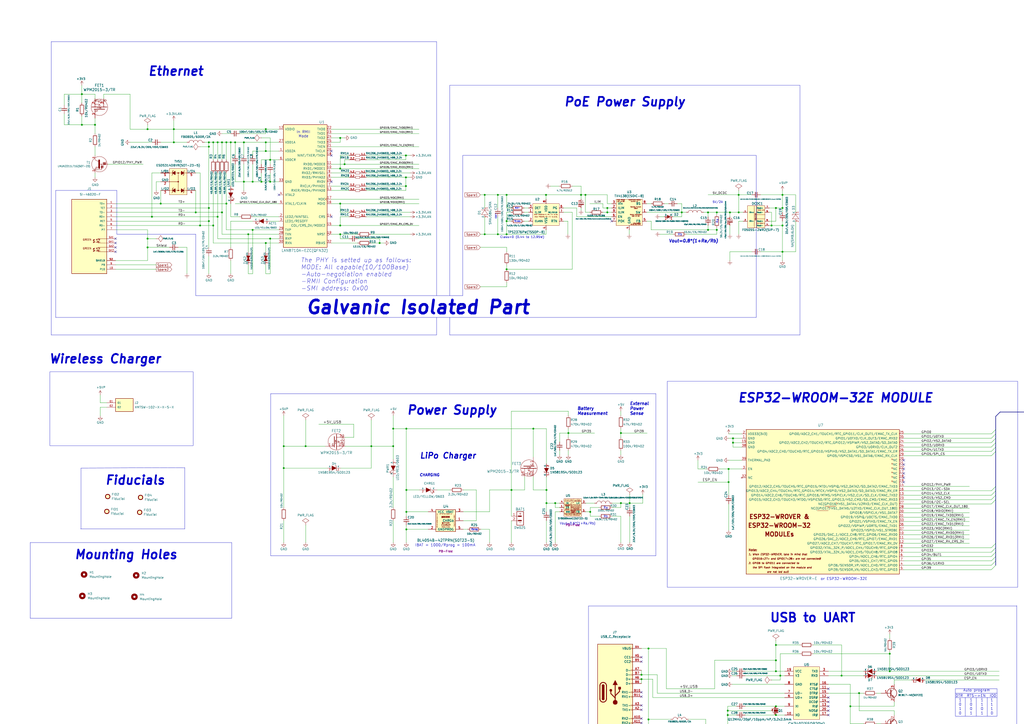
<source format=kicad_sch>
(kicad_sch (version 20230121) (generator eeschema)
  (paper "A2")
  (title_block (title "VineRobot Gen2 Inner Board POE"))
  (junction (at 628.396 396.494))
  (junction (at 121.158 85.09))
  (junction (at 235.458 107.95))
  (junction (at 121.158 120.65))
  (junction (at 141.478 82.55))
  (junction (at 752.602 320.294))
  (junction (at 671.576 302.514))
  (junction (at 516.128 389.382))
  (junction (at 154.178 140.97))
  (junction (at 296.672 284.226))
  (junction (at 55.118 72.39))
  (junction (at 154.178 87.63))
  (junction (at 684.276 393.954))
  (junction (at 156.718 105.41))
  (junction (at 85.598 143.51))
  (junction (at 623.316 299.974))
  (junction (at 376.174 376.174))
  (junction (at 100.838 74.93))
  (junction (at 450.088 374.142))
  (junction (at 422.148 414.782))
  (junction (at 623.316 315.214))
  (junction (at 293.878 156.21))
  (junction (at 116.078 130.81))
  (junction (at 121.158 82.55))
  (junction (at 395.478 123.19))
  (junction (at 235.458 102.87))
  (junction (at 356.87 442.214))
  (junction (at 493.268 409.702))
  (junction (at 131.318 118.11))
  (junction (at 447.548 130.81))
  (junction (at 154.178 82.55))
  (junction (at 309.372 248.666))
  (junction (at 151.638 105.41))
  (junction (at 450.088 120.65))
  (junction (at 516.128 379.222))
  (junction (at 235.712 296.926))
  (junction (at 316.992 284.226))
  (junction (at 197.358 97.79))
  (junction (at 288.798 113.03))
  (junction (at 452.628 391.922))
  (junction (at 352.298 123.19))
  (junction (at 360.172 251.206))
  (junction (at 415.798 123.19))
  (junction (at 428.498 113.03))
  (junction (at 85.598 74.93))
  (junction (at 293.878 113.03))
  (junction (at 235.712 284.226))
  (junction (at 352.298 120.65))
  (junction (at 752.602 315.214))
  (junction (at 453.898 130.81))
  (junction (at 644.144 436.626))
  (junction (at 164.592 258.826))
  (junction (at 329.692 251.206))
  (junction (at 128.778 123.19))
  (junction (at 623.316 317.754))
  (junction (at 623.316 297.434))
  (junction (at 220.218 140.97))
  (junction (at 450.088 414.782))
  (junction (at 425.196 256.794))
  (junction (at 428.498 123.19))
  (junction (at 235.458 90.17))
  (junction (at 450.088 389.382))
  (junction (at 288.798 135.89))
  (junction (at 671.576 315.214))
  (junction (at 197.358 80.01))
  (junction (at 679.704 436.626))
  (junction (at 100.838 82.55))
  (junction (at 154.178 74.93))
  (junction (at 123.698 82.55))
  (junction (at 126.238 125.73))
  (junction (at 146.558 105.41))
  (junction (at 113.538 123.19))
  (junction (at 410.718 123.19))
  (junction (at 133.858 82.55))
  (junction (at 623.316 305.054))
  (junction (at 164.592 271.526))
  (junction (at 47.498 54.61))
  (junction (at 156.718 92.71))
  (junction (at 128.778 82.55))
  (junction (at 450.088 409.702))
  (junction (at 453.898 146.05))
  (junction (at 235.712 248.666))
  (junction (at 337.058 113.03))
  (junction (at 131.318 82.55))
  (junction (at 235.712 307.086))
  (junction (at 498.348 402.082))
  (junction (at 679.196 396.494))
  (junction (at 628.396 368.554))
  (junction (at 47.498 72.39))
  (junction (at 422.148 412.242))
  (junction (at 177.292 258.826))
  (junction (at 679.196 368.554))
  (junction (at 141.478 105.41))
  (junction (at 450.088 383.032))
  (junction (at 197.358 118.11))
  (junction (at 360.172 291.846))
  (junction (at 422.656 279.654))
  (junction (at 453.898 113.03))
  (junction (at 114.046 456.184))
  (junction (at 85.598 138.43))
  (junction (at 144.018 135.89))
  (junction (at 197.358 135.89))
  (junction (at 410.718 133.35))
  (junction (at 293.878 135.89))
  (junction (at 293.878 128.27))
  (junction (at 123.698 130.81))
  (junction (at 322.072 291.846))
  (junction (at 415.798 133.35))
  (junction (at 372.11 391.414))
  (junction (at 316.992 291.846))
  (junction (at 372.11 393.954))
  (junction (at 199.898 95.25))
  (junction (at 422.656 272.034))
  (junction (at 376.174 417.322))
  (junction (at 156.718 138.43))
  (junction (at 146.558 133.35))
  (junction (at 669.036 307.594))
  (junction (at 752.602 317.754))
  (junction (at 684.276 307.594))
  (junction (at 342.392 296.926))
  (junction (at 681.736 368.554))
  (junction (at 316.738 113.03))
  (junction (at 453.898 120.65))
  (junction (at 365.252 291.846))
  (junction (at 339.598 113.03))
  (junction (at 425.196 254.254))
  (junction (at 215.392 258.826))
  (junction (at 121.158 128.27))
  (junction (at 88.138 125.73))
  (junction (at 423.418 123.19))
  (junction (at 681.736 401.574))
  (junction (at 93.218 118.11))
  (junction (at 136.398 82.55))
  (junction (at 197.358 130.81))
  (junction (at 281.178 113.03))
  (junction (at 228.092 248.666))
  (junction (at 126.238 82.55))
  (junction (at 281.178 135.89))
  (junction (at 633.476 307.594))
  (junction (at 602.996 344.932))
  (junction (at 228.092 258.826))
  (junction (at 488.188 391.922))
  (no_connect (at 372.11 424.434))
  (no_connect (at 524.256 279.654))
  (no_connect (at 372.11 383.794))
  (no_connect (at 372.11 426.974))
  (no_connect (at 354.838 128.27))
  (no_connect (at 372.11 432.054))
  (no_connect (at 33.02 494.284))
  (no_connect (at 372.11 416.814))
  (no_connect (at 372.11 409.194))
  (no_connect (at 192.278 125.73))
  (no_connect (at 372.11 404.114))
  (no_connect (at 372.11 401.574))
  (no_connect (at 480.568 399.542))
  (no_connect (at 161.798 113.03))
  (no_connect (at 32.766 468.884))
  (no_connect (at 192.278 105.41))
  (no_connect (at 480.568 414.782))
  (no_connect (at 114.3 481.584))
  (no_connect (at 524.256 277.114))
  (no_connect (at 480.568 404.622))
  (no_connect (at 524.256 274.574))
  (no_connect (at 701.294 320.294))
  (no_connect (at 192.278 90.17))
  (no_connect (at 524.256 266.954))
  (no_connect (at 480.568 409.702))
  (no_connect (at 372.11 411.734))
  (no_connect (at 372.11 381.254))
  (no_connect (at 67.056 146.05))
  (no_connect (at 67.056 140.97))
  (no_connect (at 480.568 412.242))
  (no_connect (at 372.11 419.354))
  (no_connect (at 67.056 138.43))
  (no_connect (at 524.256 272.034))
  (no_connect (at 480.568 407.162))
  (no_connect (at 67.056 143.51))
  (no_connect (at 524.256 269.494))
  (no_connect (at 372.11 434.594))
  (no_connect (at 192.278 87.63))
  (bus_entry (at 709.676 396.494) (size -2.54 2.54))
  (bus_entry (at 577.596 282.194) (size -2.54 2.54))
  (bus_entry (at 577.596 254.254) (size -2.54 2.54))
  (bus_entry (at 577.596 249.174) (size -2.54 2.54))
  (bus_entry (at 577.596 261.874) (size -2.54 2.54))
  (bus_entry (at 577.596 259.334) (size -2.54 2.54))
  (bus_entry (at 602.996 320.294) (size 2.54 2.54))
  (bus_entry (at 709.676 399.034) (size -2.54 2.54))
  (bus_entry (at 577.596 327.914) (size -2.54 2.54))
  (bus_entry (at 602.996 310.134) (size 2.54 2.54))
  (bus_entry (at 577.596 284.734) (size -2.54 2.54))
  (bus_entry (at 709.676 393.954) (size -2.54 2.54))
  (bus_entry (at 577.596 322.834) (size -2.54 2.54))
  (bus_entry (at 577.596 256.794) (size -2.54 2.54))
  (bus_entry (at 577.596 289.814) (size -2.54 2.54))
  (bus_entry (at 577.596 320.294) (size -2.54 2.54))
  (bus_entry (at 602.996 391.414) (size 2.54 2.54))
  (bus_entry (at 577.596 325.374) (size -2.54 2.54))
  (bus_entry (at 577.596 251.714) (size -2.54 2.54))
  (bus_entry (at 577.596 317.754) (size -2.54 2.54))
  (bus_entry (at 602.996 399.034) (size 2.54 2.54))
  (bus_entry (at 577.596 315.214) (size -2.54 2.54))
  (bus_entry (at 577.596 287.274) (size -2.54 2.54))
  (bus_entry (at 709.676 391.414) (size -2.54 2.54))
  (bus_entry (at 602.996 396.494) (size 2.54 2.54))
  (bus_entry (at 602.996 393.954) (size 2.54 2.54))
  (bus_entry (at 602.996 299.974) (size 2.54 2.54))
  (wire (pts (xy 316.738 113.03) (xy 337.058 113.03)))
  (wire (pts (xy 37.338 54.61) (xy 47.498 54.61)))
  (wire (pts (xy 90.678 105.41) (xy 90.678 110.49)))
  (polyline (pts (xy 491.363 522.605) (xy 542.163 522.605)))
  (wire (pts (xy 60.198 57.15) (xy 60.198 54.61)))
  (wire (pts (xy 372.872 286.766) (xy 372.872 291.846)))
  (wire (pts (xy 151.638 105.41) (xy 151.638 100.33)))
  (polyline (pts (xy 46.736 306.832) (xy 107.188 306.832)))
  (wire (pts (xy 154.178 77.47) (xy 154.178 74.93)))
  (wire (pts (xy 316.738 115.57) (xy 316.738 113.03)))
  (polyline (pts (xy 156.972 228.346) (xy 380.492 228.346)))
  (polyline (pts (xy 563.118 599.694) (xy 563.118 561.594)))
  (wire (pts (xy 747.014 320.294) (xy 752.602 320.294)))
  (wire (pts (xy 664.464 444.246) (xy 679.704 444.246)))
  (wire (pts (xy 192.278 85.09) (xy 243.078 85.09)))
  (polyline (pts (xy 134.366 314.706) (xy 134.366 358.648)))
  (wire (pts (xy 85.598 74.93) (xy 100.838 74.93)))
  (wire (pts (xy 415.798 132.08) (xy 415.798 133.35)))
  (polyline (pts (xy 491.363 551.688) (xy 542.163 551.688)))
  (wire (pts (xy 556.768 424.942) (xy 579.628 424.942)))
  (polyline (pts (xy 29.718 24.13) (xy 253.238 24.13)))
  (wire (pts (xy 377.698 133.35) (xy 377.698 128.27)))
  (wire (pts (xy 427.228 409.702) (xy 422.148 409.702)))
  (wire (pts (xy 671.576 393.954) (xy 684.276 393.954)))
  (wire (pts (xy 100.838 82.55) (xy 108.458 82.55)))
  (wire (pts (xy 121.158 120.65) (xy 121.158 128.27)))
  (wire (pts (xy 127.762 470.916) (xy 127.762 468.884)))
  (wire (pts (xy 197.358 135.89) (xy 207.518 135.89)))
  (wire (pts (xy 385.318 118.11) (xy 387.858 118.11)))
  (wire (pts (xy 337.058 107.95) (xy 337.058 113.03)))
  (wire (pts (xy 671.576 299.974) (xy 671.576 302.514)))
  (wire (pts (xy 681.736 368.554) (xy 679.196 368.554)))
  (polyline (pts (xy 260.858 184.15) (xy 260.858 194.31)))
  (wire (pts (xy 67.056 133.35) (xy 85.598 133.35)))
  (wire (pts (xy 197.358 135.89) (xy 197.358 138.43)))
  (wire (pts (xy 423.418 130.81) (xy 423.418 135.89)))
  (bus (pts (xy 577.596 282.194) (xy 577.596 284.734)))
  (polyline (pts (xy 387.096 604.774) (xy 590.296 604.774)))
  (wire (pts (xy 354.838 120.65) (xy 352.298 120.65)))
  (wire (pts (xy 628.396 396.494) (xy 638.556 396.494)))
  (wire (pts (xy 432.308 409.702) (xy 450.088 409.702)))
  (wire (pts (xy 278.638 113.03) (xy 281.178 113.03)))
  (polyline (pts (xy 260.858 49.53) (xy 260.858 171.45)))
  (wire (pts (xy 461.518 146.05) (xy 453.898 146.05)))
  (wire (pts (xy 293.878 156.21) (xy 331.978 156.21)))
  (wire (pts (xy 127.508 497.332) (xy 127.508 494.284)))
  (wire (pts (xy 334.518 125.73) (xy 354.838 125.73)))
  (wire (pts (xy 296.672 238.506) (xy 296.672 284.226)))
  (wire (pts (xy 322.072 296.926) (xy 322.072 314.706)))
  (wire (pts (xy 452.628 391.922) (xy 455.168 391.922)))
  (wire (pts (xy 395.478 123.19) (xy 395.478 118.11)))
  (wire (pts (xy 276.352 302.006) (xy 268.732 302.006)))
  (wire (pts (xy 322.072 294.386) (xy 322.072 291.846)))
  (wire (pts (xy 113.538 123.19) (xy 128.778 123.19)))
  (wire (pts (xy 352.298 118.11) (xy 354.838 118.11)))
  (bus (pts (xy 577.596 254.254) (xy 577.596 256.794)))
  (wire (pts (xy 288.798 125.73) (xy 288.798 135.89)))
  (wire (pts (xy 126.238 100.33) (xy 126.238 125.73)))
  (polyline (pts (xy 399.796 518.414) (xy 441.071 518.414)))
  (polyline (pts (xy 590.296 604.774) (xy 590.296 500.634)))
  (wire (pts (xy 126.238 138.43) (xy 156.718 138.43)))
  (wire (pts (xy 127.762 468.884) (xy 121.666 468.884)))
  (wire (pts (xy 133.858 118.11) (xy 133.858 125.73)))
  (wire (pts (xy 605.536 322.834) (xy 671.576 322.834)))
  (wire (pts (xy 58.166 229.108) (xy 58.166 233.68)))
  (wire (pts (xy 37.338 72.39) (xy 47.498 72.39)))
  (wire (pts (xy 331.978 156.21) (xy 331.978 123.19)))
  (wire (pts (xy 268.732 296.926) (xy 283.972 296.926)))
  (wire (pts (xy 156.718 95.25) (xy 156.718 92.71)))
  (polyline (pts (xy 471.043 586.994) (xy 563.118 586.994)))
  (wire (pts (xy 324.612 256.286) (xy 324.612 251.206)))
  (wire (pts (xy 638.556 391.414) (xy 630.936 391.414)))
  (wire (pts (xy 329.438 128.27) (xy 329.438 135.89)))
  (wire (pts (xy 415.798 123.19) (xy 423.418 123.19)))
  (polyline (pts (xy 491.617 536.067) (xy 542.163 536.067)))
  (wire (pts (xy 55.118 102.87) (xy 55.118 100.33)))
  (wire (pts (xy 118.618 82.55) (xy 121.158 82.55)))
  (wire (pts (xy 533.908 432.562) (xy 551.688 432.562)))
  (polyline (pts (xy 491.617 543.941) (xy 542.163 543.941)))
  (polyline (pts (xy 511.048 563.499) (xy 511.048 569.214)))
  (wire (pts (xy 623.316 292.354) (xy 623.316 297.434)))
  (wire (pts (xy 293.878 143.51) (xy 293.878 146.05)))
  (wire (pts (xy 296.418 128.27) (xy 293.878 128.27)))
  (wire (pts (xy 414.528 399.542) (xy 414.528 383.032)))
  (wire (pts (xy 623.316 305.054) (xy 633.476 305.054)))
  (wire (pts (xy 623.316 320.294) (xy 633.476 320.294)))
  (wire (pts (xy 156.718 105.41) (xy 156.718 100.33)))
  (polyline (pts (xy 399.796 513.334) (xy 441.071 513.334)))
  (wire (pts (xy 638.556 393.954) (xy 605.536 393.954)))
  (wire (pts (xy 630.936 307.594) (xy 633.476 307.594)))
  (wire (pts (xy 276.352 284.226) (xy 276.352 302.006)))
  (wire (pts (xy 309.372 276.606) (xy 309.372 284.226)))
  (bus (pts (xy 577.596 317.754) (xy 577.596 320.294)))
  (wire (pts (xy 316.992 302.006) (xy 316.992 314.706)))
  (wire (pts (xy 306.578 123.19) (xy 304.038 123.19)))
  (wire (pts (xy 672.084 436.626) (xy 679.704 436.626)))
  (wire (pts (xy 93.218 105.41) (xy 90.678 105.41)))
  (polyline (pts (xy 471.043 561.594) (xy 563.118 561.594)))
  (wire (pts (xy 628.396 368.554) (xy 630.936 368.554)))
  (wire (pts (xy 699.77 297.434) (xy 747.014 297.434)))
  (wire (pts (xy 524.256 307.594) (xy 562.356 307.594)))
  (wire (pts (xy 360.172 294.386) (xy 360.172 291.846)))
  (bus (pts (xy 602.996 391.414) (xy 602.996 393.954)))
  (wire (pts (xy 334.518 120.65) (xy 326.898 120.65)))
  (wire (pts (xy 427.228 391.922) (xy 424.688 391.922)))
  (wire (pts (xy 278.638 166.37) (xy 293.878 166.37)))
  (wire (pts (xy 425.196 256.794) (xy 425.196 259.334)))
  (wire (pts (xy 212.598 100.33) (xy 237.998 100.33)))
  (wire (pts (xy 697.738 310.134) (xy 697.738 311.658)))
  (wire (pts (xy 518.668 397.002) (xy 518.668 394.462)))
  (wire (pts (xy 450.088 120.65) (xy 453.898 120.65)))
  (bus (pts (xy 577.596 251.714) (xy 577.596 254.254)))
  (wire (pts (xy 141.478 90.17) (xy 141.478 82.55)))
  (wire (pts (xy 207.518 140.97) (xy 192.278 140.97)))
  (wire (pts (xy 197.358 130.81) (xy 243.078 130.81)))
  (wire (pts (xy 674.116 302.514) (xy 699.77 302.514)))
  (wire (pts (xy 304.038 120.65) (xy 306.578 120.65)))
  (wire (pts (xy 508.508 419.862) (xy 511.048 419.862)))
  (wire (pts (xy 674.116 302.514) (xy 674.116 297.434)))
  (wire (pts (xy 493.268 419.862) (xy 500.888 419.862)))
  (polyline (pts (xy 714.756 277.114) (xy 597.916 277.114)))
  (wire (pts (xy 450.088 120.65) (xy 450.088 128.27)))
  (wire (pts (xy 47.498 49.53) (xy 47.498 54.61)))
  (wire (pts (xy 228.092 248.666) (xy 235.712 248.666)))
  (wire (pts (xy 192.278 77.47) (xy 243.078 77.47)))
  (bus (pts (xy 577.596 256.794) (xy 577.596 259.334)))
  (wire (pts (xy 192.278 100.33) (xy 202.438 100.33)))
  (wire (pts (xy 488.188 391.922) (xy 488.188 374.142)))
  (polyline (pts (xy 32.258 184.15) (xy 438.658 184.15)))
  (wire (pts (xy 644.144 444.246) (xy 644.144 436.626)))
  (bus (pts (xy 577.596 315.214) (xy 577.596 317.754)))
  (wire (pts (xy 628.396 386.334) (xy 628.396 396.494)))
  (wire (pts (xy 372.11 393.954) (xy 372.11 396.494)))
  (wire (pts (xy 453.898 110.49) (xy 453.898 113.03)))
  (wire (pts (xy 177.292 258.826) (xy 188.722 258.826)))
  (wire (pts (xy 669.036 305.054) (xy 669.036 307.594)))
  (wire (pts (xy 58.166 236.22) (xy 61.976 236.22)))
  (wire (pts (xy 679.196 366.014) (xy 679.196 368.554)))
  (bus (pts (xy 602.996 393.954) (xy 602.996 396.494)))
  (wire (pts (xy 67.056 125.73) (xy 88.138 125.73)))
  (wire (pts (xy 360.172 238.506) (xy 360.172 241.046)))
  (wire (pts (xy 123.698 140.97) (xy 154.178 140.97)))
  (wire (pts (xy 47.498 72.39) (xy 47.498 67.31)))
  (wire (pts (xy 114.046 461.264) (xy 114.046 456.184)))
  (bus (pts (xy 709.676 391.414) (xy 709.676 344.932)))
  (wire (pts (xy 215.392 243.586) (xy 215.392 258.826)))
  (wire (pts (xy 450.088 383.032) (xy 450.088 374.142)))
  (wire (pts (xy 248.412 296.926) (xy 235.712 296.926)))
  (wire (pts (xy 423.418 146.05) (xy 423.418 151.13)))
  (wire (pts (xy 128.778 135.89) (xy 144.018 135.89)))
  (polyline (pts (xy 597.916 340.614) (xy 714.756 340.614)))
  (wire (pts (xy 248.412 307.086) (xy 235.712 307.086)))
  (wire (pts (xy 293.878 113.03) (xy 316.738 113.03)))
  (polyline (pts (xy 159.512 504.19) (xy 159.512 435.61)))
  (polyline (pts (xy 714.756 411.734) (xy 714.756 348.234)))
  (wire (pts (xy 524.256 312.674) (xy 562.356 312.674)))
  (wire (pts (xy 339.598 123.19) (xy 339.598 113.03)))
  (wire (pts (xy 67.056 118.11) (xy 93.218 118.11)))
  (bus (pts (xy 577.596 249.174) (xy 577.596 251.714)))
  (wire (pts (xy 192.278 80.01) (xy 197.358 80.01)))
  (wire (pts (xy 450.088 374.142) (xy 450.088 371.602)))
  (wire (pts (xy 446.278 120.65) (xy 450.088 120.65)))
  (wire (pts (xy 524.256 282.194) (xy 562.356 282.194)))
  (polyline (pts (xy 714.756 340.614) (xy 714.756 277.114)))
  (wire (pts (xy 390.398 125.73) (xy 395.478 125.73)))
  (polyline (pts (xy 530.098 579.374) (xy 530.098 561.594)))
  (wire (pts (xy 516.128 379.222) (xy 516.128 389.382)))
  (wire (pts (xy 67.056 151.13) (xy 85.598 151.13)))
  (polyline (pts (xy 441.071 513.334) (xy 441.071 599.694)))
  (wire (pts (xy 422.656 279.654) (xy 404.876 279.654)))
  (wire (pts (xy 205.232 246.126) (xy 184.912 246.126)))
  (wire (pts (xy 556.768 440.182) (xy 579.628 440.182)))
  (wire (pts (xy 623.316 315.214) (xy 623.316 317.754)))
  (wire (pts (xy 296.672 284.226) (xy 283.972 284.226)))
  (polyline (pts (xy 399.796 594.614) (xy 441.071 594.614)))
  (polyline (pts (xy 260.858 194.31) (xy 464.058 194.31)))
  (wire (pts (xy 200.152 253.746) (xy 205.232 253.746)))
  (bus (pts (xy 602.996 299.974) (xy 602.996 310.134)))
  (polyline (pts (xy 441.071 599.694) (xy 399.796 599.694)))
  (wire (pts (xy 643.636 317.754) (xy 701.294 317.754)))
  (wire (pts (xy 493.268 397.002) (xy 493.268 409.702)))
  (wire (pts (xy 133.858 107.95) (xy 133.858 82.55)))
  (wire (pts (xy 498.348 412.242) (xy 498.348 402.082)))
  (wire (pts (xy 375.158 123.19) (xy 395.478 123.19)))
  (wire (pts (xy 47.498 54.61) (xy 55.118 54.61)))
  (polyline (pts (xy 710.184 456.946) (xy 710.184 418.846)))
  (wire (pts (xy 126.238 92.71) (xy 126.238 82.55)))
  (wire (pts (xy 628.396 366.014) (xy 628.396 368.554)))
  (wire (pts (xy 288.798 120.65) (xy 288.798 113.03)))
  (wire (pts (xy 192.278 102.87) (xy 202.438 102.87)))
  (wire (pts (xy 430.276 256.794) (xy 425.196 256.794)))
  (wire (pts (xy 674.116 297.434) (xy 643.636 297.434)))
  (wire (pts (xy 575.056 289.814) (xy 524.256 289.814)))
  (wire (pts (xy 701.294 311.658) (xy 701.294 312.674)))
  (wire (pts (xy 278.892 307.086) (xy 283.972 307.086)))
  (wire (pts (xy 324.612 294.386) (xy 322.072 294.386)))
  (wire (pts (xy 671.576 302.514) (xy 605.536 302.514)))
  (bus (pts (xy 577.596 241.554) (xy 580.136 239.014)))
  (wire (pts (xy 322.072 291.846) (xy 324.612 291.846)))
  (wire (pts (xy 100.838 74.93) (xy 154.178 74.93)))
  (wire (pts (xy 197.358 80.01) (xy 199.898 80.01)))
  (wire (pts (xy 360.172 248.666) (xy 360.172 251.206)))
  (wire (pts (xy 85.598 143.51) (xy 98.298 143.51)))
  (wire (pts (xy 524.256 320.294) (xy 575.056 320.294)))
  (wire (pts (xy 161.798 118.11) (xy 136.398 118.11)))
  (polyline (pts (xy 464.058 49.53) (xy 464.058 194.31)))
  (wire (pts (xy 453.898 120.65) (xy 453.898 123.19)))
  (bus (pts (xy 602.996 396.494) (xy 602.996 399.034)))
  (wire (pts (xy 378.714 404.622) (xy 455.168 404.622)))
  (wire (pts (xy 62.738 95.25) (xy 83.058 95.25)))
  (wire (pts (xy 141.478 105.41) (xy 141.478 110.49)))
  (wire (pts (xy 493.268 409.702) (xy 493.268 419.862)))
  (wire (pts (xy 55.118 68.58) (xy 55.118 72.39)))
  (wire (pts (xy 116.078 130.81) (xy 123.698 130.81)))
  (wire (pts (xy 197.358 118.11) (xy 243.078 118.11)))
  (wire (pts (xy 235.458 92.71) (xy 235.458 90.17)))
  (wire (pts (xy 339.852 296.926) (xy 342.392 296.926)))
  (wire (pts (xy 237.998 123.19) (xy 212.598 123.19)))
  (wire (pts (xy 281.178 135.89) (xy 288.798 135.89)))
  (wire (pts (xy 347.472 294.386) (xy 342.392 294.386)))
  (wire (pts (xy 671.576 302.514) (xy 671.576 305.054)))
  (wire (pts (xy 309.372 284.226) (xy 316.992 284.226)))
  (wire (pts (xy 425.196 254.254) (xy 425.196 256.794)))
  (wire (pts (xy 202.438 90.17) (xy 197.358 90.17)))
  (wire (pts (xy 422.148 414.782) (xy 422.148 419.862)))
  (wire (pts (xy 151.638 92.71) (xy 156.718 92.71)))
  (polyline (pts (xy 491.363 571.754) (xy 491.363 579.374)))
  (polyline (pts (xy 597.916 348.234) (xy 597.916 411.734)))
  (wire (pts (xy 55.118 72.39) (xy 55.118 77.47)))
  (wire (pts (xy 628.396 368.554) (xy 628.396 378.714)))
  (polyline (pts (xy 542.163 522.605) (xy 542.163 551.815)))
  (wire (pts (xy 636.016 299.974) (xy 671.576 299.974)))
  (wire (pts (xy 422.656 279.654) (xy 422.656 287.274)))
  (wire (pts (xy 399.288 417.322) (xy 409.448 417.322)))
  (polyline (pts (xy 482.473 571.754) (xy 482.473 579.374)))
  (wire (pts (xy 146.558 133.35) (xy 161.798 133.35)))
  (wire (pts (xy 121.158 128.27) (xy 121.158 143.51)))
  (wire (pts (xy 480.568 389.382) (xy 500.888 389.382)))
  (wire (pts (xy 516.128 379.222) (xy 516.128 377.952)))
  (wire (pts (xy 699.262 312.674) (xy 699.262 310.134)))
  (wire (pts (xy 423.418 146.05) (xy 436.118 146.05)))
  (wire (pts (xy 141.478 105.41) (xy 146.558 105.41)))
  (wire (pts (xy 141.478 95.25) (xy 141.478 105.41)))
  (wire (pts (xy 432.308 391.922) (xy 452.628 391.922)))
  (wire (pts (xy 633.476 297.434) (xy 623.316 297.434)))
  (wire (pts (xy 154.178 146.05) (xy 154.178 140.97)))
  (polyline (pts (xy 566.293 404.622) (xy 566.293 415.417)))
  (polyline (pts (xy 107.188 271.272) (xy 107.188 306.832)))
  (wire (pts (xy 524.256 261.874) (xy 575.056 261.874)))
  (wire (pts (xy 131.318 118.11) (xy 131.318 133.35)))
  (wire (pts (xy 646.176 312.674) (xy 605.536 312.674)))
  (wire (pts (xy 337.058 120.65) (xy 337.058 121.92)))
  (wire (pts (xy 85.598 133.35) (xy 85.598 138.43)))
  (wire (pts (xy 268.732 307.086) (xy 271.272 307.086)))
  (wire (pts (xy 146.558 158.75) (xy 146.558 133.35)))
  (wire (pts (xy 228.092 314.706) (xy 228.092 302.006)))
  (polyline (pts (xy 46.99 271.526) (xy 46.99 306.832)))
  (wire (pts (xy 113.538 100.33) (xy 116.078 100.33)))
  (wire (pts (xy 630.936 391.414) (xy 630.936 368.554)))
  (wire (pts (xy 121.158 82.55) (xy 123.698 82.55)))
  (wire (pts (xy 293.878 128.27) (xy 293.878 135.89)))
  (wire (pts (xy 154.178 82.55) (xy 161.798 82.55)))
  (wire (pts (xy 447.548 130.81) (xy 446.278 130.81)))
  (wire (pts (xy 352.298 123.19) (xy 354.838 123.19)))
  (wire (pts (xy 378.714 393.954) (xy 378.714 404.622)))
  (wire (pts (xy 417.576 272.034) (xy 422.656 272.034)))
  (wire (pts (xy 428.498 113.03) (xy 436.118 113.03)))
  (wire (pts (xy 376.174 376.174) (xy 376.174 417.322)))
  (wire (pts (xy 441.198 113.03) (xy 453.898 113.03)))
  (wire (pts (xy 681.736 386.334) (xy 681.736 401.574)))
  (polyline (pts (xy 597.916 277.114) (xy 597.916 340.614)))
  (wire (pts (xy 427.228 414.782) (xy 422.148 414.782)))
  (wire (pts (xy 281.178 113.03) (xy 288.798 113.03)))
  (wire (pts (xy 85.598 72.39) (xy 85.598 74.93)))
  (wire (pts (xy 390.398 135.89) (xy 382.778 135.89)))
  (polyline (pts (xy 387.096 221.234) (xy 387.096 340.614)))
  (wire (pts (xy 679.196 396.494) (xy 707.136 396.494)))
  (wire (pts (xy 199.898 95.25) (xy 243.078 95.25)))
  (polyline (pts (xy 491.363 581.914) (xy 491.363 586.994)))
  (wire (pts (xy 524.256 284.734) (xy 575.056 284.734)))
  (wire (pts (xy 235.458 102.87) (xy 237.998 102.87)))
  (polyline (pts (xy 471.043 594.614) (xy 563.118 594.614)))
  (wire (pts (xy 638.556 401.574) (xy 605.536 401.574)))
  (wire (pts (xy 215.138 140.97) (xy 220.218 140.97)))
  (wire (pts (xy 75.438 54.61) (xy 75.438 74.93)))
  (wire (pts (xy 524.256 294.894) (xy 562.356 294.894)))
  (wire (pts (xy 202.438 125.73) (xy 197.358 125.73)))
  (wire (pts (xy 309.372 265.176) (xy 309.372 248.666)))
  (polyline (pts (xy 438.658 90.17) (xy 438.658 184.15)))
  (wire (pts (xy 88.138 82.55) (xy 75.438 82.55)))
  (wire (pts (xy 524.256 305.054) (xy 562.356 305.054)))
  (wire (pts (xy 352.298 120.65) (xy 352.298 123.19)))
  (wire (pts (xy 524.256 297.434) (xy 562.356 297.434)))
  (polyline (pts (xy 471.043 571.754) (xy 530.098 571.754)))
  (wire (pts (xy 684.276 393.954) (xy 707.136 393.954)))
  (wire (pts (xy 146.558 87.63) (xy 146.558 90.17)))
  (polyline (pts (xy 491.363 563.499) (xy 491.363 569.214)))
  (wire (pts (xy 131.318 133.35) (xy 146.558 133.35)))
  (wire (pts (xy 85.598 138.43) (xy 90.678 138.43)))
  (wire (pts (xy 154.178 82.55) (xy 154.178 87.63)))
  (wire (pts (xy 381.254 402.082) (xy 381.254 391.414)))
  (wire (pts (xy 480.568 391.922) (xy 488.188 391.922)))
  (polyline (pts (xy 113.538 171.45) (xy 268.478 171.45)))
  (polyline (pts (xy 67.818 135.89) (xy 67.818 110.49)))
  (wire (pts (xy 381.254 391.414) (xy 372.11 391.414)))
  (polyline (pts (xy 608.584 418.846) (xy 608.584 456.946)))
  (polyline (pts (xy 253.238 194.31) (xy 253.238 184.15)))
  (wire (pts (xy 752.602 315.214) (xy 752.602 317.754)))
  (wire (pts (xy 123.698 82.55) (xy 126.238 82.55)))
  (polyline (pts (xy 17.526 314.706) (xy 134.366 314.706)))
  (wire (pts (xy 337.058 113.03) (xy 339.598 113.03)))
  (wire (pts (xy 47.498 59.69) (xy 47.498 54.61)))
  (wire (pts (xy 261.112 284.226) (xy 253.492 284.226)))
  (wire (pts (xy 316.992 291.846) (xy 322.072 291.846)))
  (wire (pts (xy 235.712 284.226) (xy 243.332 284.226)))
  (wire (pts (xy 164.592 314.706) (xy 164.592 302.006)))
  (wire (pts (xy 508.508 389.382) (xy 516.128 389.382)))
  (bus (pts (xy 709.676 344.932) (xy 602.996 344.932)))
  (wire (pts (xy 235.458 102.87) (xy 235.458 107.95)))
  (wire (pts (xy 450.088 409.702) (xy 455.168 409.702)))
  (wire (pts (xy 450.088 414.782) (xy 455.168 414.782)))
  (wire (pts (xy 681.736 368.554) (xy 684.276 368.554)))
  (wire (pts (xy 146.558 128.27) (xy 133.858 128.27)))
  (wire (pts (xy 679.196 368.554) (xy 679.196 378.714)))
  (wire (pts (xy 699.262 310.134) (xy 701.294 310.134)))
  (wire (pts (xy 331.978 123.19) (xy 326.898 123.19)))
  (wire (pts (xy 423.418 123.19) (xy 428.498 123.19)))
  (polyline (pts (xy 16.002 435.61) (xy 16.002 504.19)))
  (wire (pts (xy 666.496 393.954) (xy 653.796 393.954)))
  (wire (pts (xy 228.092 258.826) (xy 228.092 266.446)))
  (wire (pts (xy 752.602 312.674) (xy 752.602 315.214)))
  (wire (pts (xy 684.276 307.594) (xy 701.294 307.594)))
  (polyline (pts (xy 471.043 581.914) (xy 563.118 581.914)))
  (bus (pts (xy 577.596 259.334) (xy 577.596 261.874)))
  (wire (pts (xy 372.11 388.874) (xy 372.11 391.414)))
  (wire (pts (xy 524.256 315.214) (xy 562.356 315.214)))
  (wire (pts (xy 133.858 77.47) (xy 128.778 77.47)))
  (wire (pts (xy 404.876 272.034) (xy 409.956 272.034)))
  (wire (pts (xy 453.898 130.81) (xy 453.898 146.05)))
  (wire (pts (xy 372.11 376.174) (xy 376.174 376.174)))
  (wire (pts (xy 430.276 266.954) (xy 422.656 266.954)))
  (wire (pts (xy 410.718 133.35) (xy 415.798 133.35)))
  (polyline (pts (xy 341.376 351.536) (xy 589.788 351.536)))
  (wire (pts (xy 428.498 113.03) (xy 428.498 110.49)))
  (wire (pts (xy 364.998 133.35) (xy 364.998 135.89)))
  (wire (pts (xy 518.668 394.462) (xy 528.828 394.462)))
  (wire (pts (xy 747.014 315.214) (xy 752.602 315.214)))
  (polyline (pts (xy 714.756 348.234) (xy 597.916 348.234)))
  (wire (pts (xy 681.736 401.574) (xy 707.136 401.574)))
  (polyline (pts (xy 554.228 404.622) (xy 578.358 404.622)))
  (wire (pts (xy 747.014 312.674) (xy 752.602 312.674)))
  (polyline (pts (xy 511.048 586.994) (xy 511.048 581.914)))
  (wire (pts (xy 136.398 95.25) (xy 136.398 105.41)))
  (wire (pts (xy 202.438 123.19) (xy 197.358 123.19)))
  (wire (pts (xy 67.056 130.81) (xy 116.078 130.81)))
  (polyline (pts (xy 32.258 110.49) (xy 32.258 184.15)))
  (polyline (pts (xy 16.002 504.19) (xy 18.542 504.19)))
  (wire (pts (xy 524.256 327.914) (xy 575.056 327.914)))
  (wire (pts (xy 123.698 92.71) (xy 123.698 82.55)))
  (wire (pts (xy 410.718 130.81) (xy 410.718 133.35)))
  (wire (pts (xy 127.508 494.284) (xy 114.3 494.284)))
  (wire (pts (xy 156.718 92.71) (xy 156.718 80.01)))
  (polyline (pts (xy 429.006 518.414) (xy 429.006 594.614)))
  (wire (pts (xy 228.092 276.606) (xy 228.092 294.386)))
  (wire (pts (xy 480.568 397.002) (xy 493.268 397.002)))
  (wire (pts (xy 352.298 113.03) (xy 352.298 118.11)))
  (wire (pts (xy 121.158 85.09) (xy 121.158 82.55)))
  (wire (pts (xy 37.338 66.04) (xy 37.338 72.39)))
  (wire (pts (xy 360.172 251.206) (xy 360.172 253.746)))
  (wire (pts (xy 207.518 138.43) (xy 220.218 138.43)))
  (polyline (pts (xy 471.043 589.534) (xy 563.118 589.534)))
  (polyline (pts (xy 29.718 194.31) (xy 253.238 194.31)))
  (wire (pts (xy 355.092 294.386) (xy 360.172 294.386)))
  (wire (pts (xy 220.218 140.97) (xy 222.758 140.97)))
  (polyline (pts (xy 18.542 504.19) (xy 159.512 504.19)))
  (wire (pts (xy 679.196 386.334) (xy 679.196 396.494)))
  (wire (pts (xy 425.196 254.254) (xy 430.276 254.254)))
  (wire (pts (xy 671.576 315.214) (xy 679.196 315.214)))
  (wire (pts (xy 151.638 105.41) (xy 156.718 105.41)))
  (wire (pts (xy 349.25 442.214) (xy 356.87 442.214)))
  (wire (pts (xy 638.556 399.034) (xy 605.536 399.034)))
  (bus (pts (xy 602.996 241.554) (xy 602.996 299.974)))
  (wire (pts (xy 156.718 92.71) (xy 161.798 92.71)))
  (wire (pts (xy 316.992 276.606) (xy 316.992 284.226)))
  (wire (pts (xy 329.692 248.666) (xy 329.692 251.206)))
  (wire (pts (xy 212.598 102.87) (xy 235.458 102.87)))
  (polyline (pts (xy 509.143 589.534) (xy 509.143 599.694)))
  (wire (pts (xy 422.656 254.254) (xy 425.196 254.254)))
  (wire (pts (xy 146.558 87.63) (xy 154.178 87.63)))
  (wire (pts (xy 356.87 442.214) (xy 376.174 442.214)))
  (wire (pts (xy 235.712 296.926) (xy 235.712 299.466)))
  (polyline (pts (xy 156.972 228.346) (xy 156.972 322.326)))
  (wire (pts (xy 447.548 123.19) (xy 447.548 130.81)))
  (wire (pts (xy 432.308 389.382) (xy 450.088 389.382)))
  (wire (pts (xy 653.796 391.414) (xy 658.876 391.414)))
  (polyline (pts (xy 387.096 500.634) (xy 590.296 500.634)))
  (wire (pts (xy 154.178 140.97) (xy 161.798 140.97)))
  (wire (pts (xy 235.458 90.17) (xy 237.998 90.17)))
  (wire (pts (xy 146.558 125.73) (xy 161.798 125.73)))
  (wire (pts (xy 684.276 386.334) (xy 684.276 393.954)))
  (wire (pts (xy 747.014 317.754) (xy 752.602 317.754)))
  (wire (pts (xy 447.548 130.81) (xy 453.898 130.81)))
  (wire (pts (xy 128.778 123.19) (xy 128.778 135.89)))
  (polyline (pts (xy 491.363 532.511) (xy 542.163 532.511)))
  (wire (pts (xy 360.172 314.706) (xy 360.172 299.466)))
  (wire (pts (xy 156.718 158.75) (xy 156.718 138.43)))
  (wire (pts (xy 146.558 95.25) (xy 146.558 105.41)))
  (wire (pts (xy 192.278 95.25) (xy 199.898 95.25)))
  (wire (pts (xy 154.178 74.93) (xy 161.798 74.93)))
  (wire (pts (xy 684.276 368.554) (xy 684.276 378.714)))
  (wire (pts (xy 133.858 151.13) (xy 133.858 158.75)))
  (wire (pts (xy 192.278 82.55) (xy 197.358 82.55)))
  (wire (pts (xy 518.668 412.242) (xy 498.348 412.242)))
  (wire (pts (xy 633.476 307.594) (xy 636.016 307.594)))
  (polyline (pts (xy 608.584 456.946) (xy 710.184 456.946)))
  (wire (pts (xy 684.276 297.434) (xy 684.276 307.594)))
  (wire (pts (xy 410.718 125.73) (xy 410.718 123.19)))
  (wire (pts (xy 296.672 314.706) (xy 296.672 302.006)))
  (wire (pts (xy 309.372 248.666) (xy 316.992 248.666)))
  (wire (pts (xy 93.218 100.33) (xy 88.138 100.33)))
  (wire (pts (xy 524.256 302.514) (xy 562.356 302.514)))
  (wire (pts (xy 376.174 376.174) (xy 386.588 376.174)))
  (polyline (pts (xy 597.916 411.734) (xy 714.756 411.734)))
  (wire (pts (xy 75.438 74.93) (xy 85.598 74.93)))
  (wire (pts (xy 432.308 414.782) (xy 450.088 414.782)))
  (wire (pts (xy 556.768 424.942) (xy 556.768 427.482)))
  (wire (pts (xy 423.418 125.73) (xy 423.418 123.19)))
  (wire (pts (xy 100.838 74.93) (xy 100.838 82.55)))
  (wire (pts (xy 659.384 444.246) (xy 644.144 444.246)))
  (bus (pts (xy 709.676 399.034) (xy 709.676 396.494)))
  (wire (pts (xy 27.432 456.184) (xy 32.766 456.184)))
  (wire (pts (xy 177.292 314.706) (xy 177.292 304.546)))
  (wire (pts (xy 192.278 110.49) (xy 202.438 110.49)))
  (bus (pts (xy 580.136 239.014) (xy 600.456 239.014)))
  (wire (pts (xy 508.508 402.082) (xy 511.048 402.082)))
  (wire (pts (xy 100.838 82.55) (xy 93.218 82.55)))
  (wire (pts (xy 192.278 107.95) (xy 202.438 107.95)))
  (wire (pts (xy 339.852 291.846) (xy 344.932 291.846)))
  (wire (pts (xy 116.078 85.09) (xy 121.158 85.09)))
  (wire (pts (xy 164.592 241.046) (xy 164.592 258.826)))
  (wire (pts (xy 404.876 266.954) (xy 404.876 272.034)))
  (wire (pts (xy 316.738 133.35) (xy 316.738 135.89)))
  (polyline (pts (xy 380.492 228.346) (xy 380.492 322.326)))
  (wire (pts (xy 27.432 481.584) (xy 33.02 481.584)))
  (wire (pts (xy 128.778 82.55) (xy 131.318 82.55)))
  (wire (pts (xy 536.448 394.462) (xy 579.628 394.462)))
  (wire (pts (xy 365.252 291.846) (xy 372.872 291.846)))
  (polyline (pts (xy 559.943 404.622) (xy 559.943 415.417)))
  (wire (pts (xy 134.366 461.264) (xy 154.686 461.264)))
  (wire (pts (xy 329.692 251.206) (xy 329.692 253.746)))
  (wire (pts (xy 623.316 299.974) (xy 628.396 299.974)))
  (polyline (pts (xy 710.184 418.846) (xy 608.584 418.846)))
  (wire (pts (xy 237.998 125.73) (xy 212.598 125.73)))
  (polyline (pts (xy 17.526 314.706) (xy 17.526 358.648)))
  (wire (pts (xy 281.178 113.03) (xy 281.178 120.65)))
  (wire (pts (xy 639.064 436.626) (xy 644.144 436.626)))
  (wire (pts (xy 235.458 107.95) (xy 235.458 110.49)))
  (wire (pts (xy 197.358 125.73) (xy 197.358 130.81)))
  (wire (pts (xy 154.686 456.184) (xy 154.686 448.564)))
  (wire (pts (xy 197.612 271.526) (xy 215.392 271.526)))
  (wire (pts (xy 212.598 110.49) (xy 235.458 110.49)))
  (wire (pts (xy 197.358 138.43) (xy 202.438 138.43)))
  (wire (pts (xy 60.198 54.61) (xy 75.438 54.61)))
  (wire (pts (xy 452.628 391.922) (xy 452.628 394.462)))
  (wire (pts (xy 422.148 409.702) (xy 422.148 412.242)))
  (wire (pts (xy 447.548 412.242) (xy 422.148 412.242)))
  (wire (pts (xy 749.554 294.894) (xy 749.554 310.134)))
  (wire (pts (xy 422.148 412.242) (xy 422.148 414.782)))
  (polyline (pts (xy 471.043 569.214) (xy 530.098 569.214)))
  (polyline (pts (xy 67.818 135.89) (xy 113.538 135.89)))
  (bus (pts (xy 600.456 239.014) (xy 602.996 241.554)))
  (wire (pts (xy 360.172 263.906) (xy 360.172 261.366)))
  (bus (pts (xy 602.996 344.932) (xy 602.996 391.414)))
  (bus (pts (xy 577.596 287.274) (xy 577.596 289.814)))
  (wire (pts (xy 296.418 123.19) (xy 293.878 123.19)))
  (polyline (pts (xy 471.043 563.499) (xy 530.098 563.499)))
  (polyline (pts (xy 491.363 522.605) (xy 491.363 551.815)))
  (wire (pts (xy 220.218 138.43) (xy 220.218 140.97)))
  (wire (pts (xy 141.478 82.55) (xy 154.178 82.55)))
  (wire (pts (xy 136.398 105.41) (xy 141.478 105.41)))
  (wire (pts (xy 192.278 115.57) (xy 243.078 115.57)))
  (wire (pts (xy 644.144 436.626) (xy 651.764 436.626)))
  (wire (pts (xy 154.178 153.67) (xy 154.178 158.75)))
  (wire (pts (xy 381.254 402.082) (xy 455.168 402.082)))
  (polyline (pts (xy 268.478 90.17) (xy 438.658 90.17)))
  (wire (pts (xy 296.418 120.65) (xy 293.878 120.65)))
  (wire (pts (xy 197.358 97.79) (xy 243.078 97.79)))
  (wire (pts (xy 524.256 264.414) (xy 575.056 264.414)))
  (wire (pts (xy 352.298 120.65) (xy 349.758 120.65)))
  (wire (pts (xy 324.612 296.926) (xy 322.072 296.926)))
  (wire (pts (xy 360.172 291.846) (xy 365.252 291.846)))
  (polyline (pts (xy 491.363 540.131) (xy 542.163 540.131)))
  (bus (pts (xy 577.596 322.834) (xy 577.596 325.374)))
  (wire (pts (xy 365.252 299.466) (xy 365.252 314.706)))
  (bus (pts (xy 577.596 261.874) (xy 577.596 282.194)))
  (wire (pts (xy 235.712 284.226) (xy 235.712 296.926)))
  (polyline (pts (xy 113.538 135.89) (xy 113.538 171.45)))
  (wire (pts (xy 134.366 456.184) (xy 154.686 456.184)))
  (wire (pts (xy 283.972 284.226) (xy 283.972 296.926)))
  (wire (pts (xy 453.898 113.03) (xy 453.898 120.65)))
  (wire (pts (xy 293.878 163.83) (xy 293.878 166.37)))
  (wire (pts (xy 197.358 82.55) (xy 197.358 80.01)))
  (wire (pts (xy 268.732 284.226) (xy 276.352 284.226)))
  (wire (pts (xy 508.508 391.922) (xy 579.628 391.922)))
  (polyline (pts (xy 482.473 589.534) (xy 482.473 599.694)))
  (wire (pts (xy 518.668 407.162) (xy 518.668 409.702)))
  (wire (pts (xy 471.678 379.222) (xy 516.128 379.222)))
  (wire (pts (xy 329.692 263.906) (xy 329.692 261.366)))
  (wire (pts (xy 623.316 315.214) (xy 633.476 315.214)))
  (wire (pts (xy 156.718 105.41) (xy 161.798 105.41)))
  (wire (pts (xy 339.598 113.03) (xy 352.298 113.03)))
  (wire (pts (xy 360.172 299.466) (xy 355.092 299.466)))
  (wire (pts (xy 681.736 368.554) (xy 681.736 378.714)))
  (wire (pts (xy 452.628 379.222) (xy 464.058 379.222)))
  (wire (pts (xy 235.712 248.666) (xy 309.372 248.666)))
  (wire (pts (xy 516.128 370.332) (xy 516.128 367.792)))
  (wire (pts (xy 425.196 259.334) (xy 430.276 259.334)))
  (wire (pts (xy 376.174 417.322) (xy 389.128 417.322)))
  (wire (pts (xy 342.392 294.386) (xy 342.392 296.926)))
  (polyline (pts (xy 67.818 110.49) (xy 32.258 110.49)))
  (polyline (pts (xy 17.526 358.648) (xy 134.366 358.648)))
  (wire (pts (xy 415.798 133.35) (xy 415.798 135.89)))
  (wire (pts (xy 342.138 123.19) (xy 339.598 123.19)))
  (wire (pts (xy 144.018 146.05) (xy 144.018 135.89)))
  (wire (pts (xy 395.478 118.11) (xy 392.938 118.11)))
  (wire (pts (xy 697.738 311.658) (xy 701.294 311.658)))
  (wire (pts (xy 164.592 258.826) (xy 164.592 271.526)))
  (wire (pts (xy 288.798 113.03) (xy 293.878 113.03)))
  (wire (pts (xy 450.088 383.032) (xy 450.088 389.382)))
  (wire (pts (xy 215.392 258.826) (xy 228.092 258.826)))
  (wire (pts (xy 144.018 135.89) (xy 161.798 135.89)))
  (wire (pts (xy 480.568 402.082) (xy 498.348 402.082)))
  (bus (pts (xy 709.676 391.414) (xy 709.676 393.954)))
  (wire (pts (xy 235.712 248.666) (xy 235.712 284.226)))
  (wire (pts (xy 293.878 113.03) (xy 293.878 120.65)))
  (wire (pts (xy 415.798 124.46) (xy 415.798 123.19)))
  (wire (pts (xy 197.358 123.19) (xy 197.358 118.11)))
  (wire (pts (xy 349.758 118.11) (xy 342.138 118.11)))
  (wire (pts (xy 151.638 80.01) (xy 156.718 80.01)))
  (wire (pts (xy 623.316 305.054) (xy 623.316 315.214)))
  (wire (pts (xy 653.796 401.574) (xy 681.736 401.574)))
  (wire (pts (xy 316.738 135.89) (xy 293.878 135.89)))
  (polyline (pts (xy 578.358 399.542) (xy 554.228 399.542)))
  (wire (pts (xy 375.158 118.11) (xy 377.698 118.11)))
  (wire (pts (xy 623.316 297.434) (xy 623.316 299.974)))
  (wire (pts (xy 669.036 307.594) (xy 684.276 307.594)))
  (wire (pts (xy 126.238 82.55) (xy 128.778 82.55)))
  (wire (pts (xy 524.256 259.334) (xy 575.056 259.334)))
  (wire (pts (xy 278.638 135.89) (xy 281.178 135.89)))
  (wire (pts (xy 410.718 123.19) (xy 415.798 123.19)))
  (wire (pts (xy 386.588 399.542) (xy 414.528 399.542)))
  (wire (pts (xy 144.018 158.75) (xy 146.558 158.75)))
  (wire (pts (xy 67.056 156.21) (xy 90.678 156.21)))
  (wire (pts (xy 131.318 92.71) (xy 131.318 82.55)))
  (wire (pts (xy 365.252 291.846) (xy 365.252 294.386)))
  (wire (pts (xy 498.348 402.082) (xy 500.888 402.082)))
  (polyline (pts (xy 589.788 455.422) (xy 589.788 351.282)))
  (wire (pts (xy 337.058 115.57) (xy 337.058 113.03)))
  (wire (pts (xy 428.498 113.03) (xy 410.718 113.03)))
  (wire (pts (xy 324.358 107.95) (xy 319.278 107.95)))
  (wire (pts (xy 316.992 284.226) (xy 316.992 291.846)))
  (polyline (pts (xy 491.363 527.685) (xy 542.163 527.685)))
  (wire (pts (xy 200.152 258.826) (xy 215.392 258.826)))
  (wire (pts (xy 296.672 284.226) (xy 296.672 299.466)))
  (wire (pts (xy 164.592 271.526) (xy 164.592 294.386)))
  (polyline (pts (xy 518.033 527.685) (xy 518.033 551.815)))
  (wire (pts (xy 360.172 251.206) (xy 375.412 251.206)))
  (wire (pts (xy 329.692 238.506) (xy 329.692 241.046)))
  (polyline (pts (xy 471.043 566.674) (xy 530.098 566.674)))
  (bus (pts (xy 577.596 325.374) (xy 577.596 327.914)))
  (polyline (pts (xy 399.796 536.194) (xy 441.071 536.194)))
  (wire (pts (xy 452.628 394.462) (xy 447.548 394.462)))
  (wire (pts (xy 664.464 451.866) (xy 705.104 451.866)))
  (wire (pts (xy 422.656 251.714) (xy 430.276 251.714)))
  (polyline (pts (xy 471.043 561.594) (xy 471.043 599.694)))
  (wire (pts (xy 518.668 414.782) (xy 518.668 412.242)))
  (bus (pts (xy 577.596 284.734) (xy 577.596 287.274)))
  (wire (pts (xy 128.778 92.71) (xy 128.778 82.55)))
  (polyline (pts (xy 590.296 221.234) (xy 590.296 340.614)))
  (wire (pts (xy 524.256 256.794) (xy 575.056 256.794)))
  (wire (pts (xy 671.576 305.054) (xy 701.294 305.054)))
  (wire (pts (xy 752.602 320.294) (xy 752.602 329.692)))
  (wire (pts (xy 653.796 399.034) (xy 707.136 399.034)))
  (wire (pts (xy 85.598 151.13) (xy 85.598 143.51)))
  (wire (pts (xy 524.256 322.834) (xy 575.056 322.834)))
  (polyline (pts (xy 159.512 435.61) (xy 16.002 435.61)))
  (polyline (pts (xy 399.796 523.494) (xy 441.071 523.494)))
  (wire (pts (xy 197.358 90.17) (xy 197.358 97.79)))
  (wire (pts (xy 205.232 253.746) (xy 205.232 246.126)))
  (wire (pts (xy 133.858 82.55) (xy 136.398 82.55)))
  (wire (pts (xy 108.458 143.51) (xy 108.458 158.75)))
  (wire (pts (xy 114.046 456.184) (xy 126.746 456.184)))
  (wire (pts (xy 154.178 158.75) (xy 156.718 158.75)))
  (polyline (pts (xy 412.496 518.414) (xy 412.496 594.614)))
  (wire (pts (xy 524.256 310.134) (xy 562.356 310.134)))
  (wire (pts (xy 461.518 123.19) (xy 461.518 113.03)))
  (wire (pts (xy 453.898 128.27) (xy 453.898 130.81)))
  (wire (pts (xy 164.592 258.826) (xy 177.292 258.826)))
  (wire (pts (xy 131.318 82.55) (xy 133.858 82.55)))
  (wire (pts (xy 278.638 143.51) (xy 293.878 143.51)))
  (wire (pts (xy 524.256 299.974) (xy 562.356 299.974)))
  (wire (pts (xy 428.498 123.19) (xy 428.498 113.03)))
  (wire (pts (xy 643.636 320.294) (xy 695.452 320.294)))
  (wire (pts (xy 450.088 128.27) (xy 446.278 128.27)))
  (wire (pts (xy 656.844 451.866) (xy 613.664 451.866)))
  (polyline (pts (xy 29.718 24.13) (xy 29.718 194.31)))
  (wire (pts (xy 85.598 138.43) (xy 85.598 143.51)))
  (wire (pts (xy 189.992 271.526) (xy 164.592 271.526)))
  (polyline (pts (xy 399.796 559.054) (xy 441.071 559.054)))
  (wire (pts (xy 461.518 113.03) (xy 453.898 113.03)))
  (wire (pts (xy 237.998 135.89) (xy 215.138 135.89)))
  (wire (pts (xy 126.238 125.73) (xy 126.238 138.43)))
  (polyline (pts (xy 572.643 404.622) (xy 572.643 415.417)))
  (wire (pts (xy 422.656 292.354) (xy 422.656 307.594)))
  (wire (pts (xy 215.392 258.826) (xy 215.392 271.526)))
  (wire (pts (xy 123.698 130.81) (xy 123.698 140.97)))
  (wire (pts (xy 749.554 310.134) (xy 747.014 310.134)))
  (wire (pts (xy 293.878 156.21) (xy 293.878 153.67)))
  (wire (pts (xy 199.898 92.71) (xy 199.898 95.25)))
  (wire (pts (xy 450.088 374.142) (xy 464.058 374.142)))
  (polyline (pts (xy 471.043 579.374) (xy 563.118 579.374)))
  (polyline (pts (xy 491.363 589.534) (xy 491.363 599.694)))
  (wire (pts (xy 154.178 87.63) (xy 161.798 87.63)))
  (wire (pts (xy 524.256 254.254) (xy 575.056 254.254)))
  (wire (pts (xy 161.798 128.27) (xy 156.718 128.27)))
  (wire (pts (xy 699.77 302.514) (xy 699.77 297.434)))
  (wire (pts (xy 212.598 107.95) (xy 235.458 107.95)))
  (wire (pts (xy 376.174 417.322) (xy 376.174 442.214)))
  (polyline (pts (xy 399.796 599.694) (xy 399.796 513.334)))
  (wire (pts (xy 452.628 391.922) (xy 452.628 379.222)))
  (wire (pts (xy 177.292 243.586) (xy 177.292 258.826)))
  (wire (pts (xy 103.378 143.51) (xy 108.458 143.51)))
  (wire (pts (xy 372.11 393.954) (xy 378.714 393.954)))
  (wire (pts (xy 67.056 120.65) (xy 121.158 120.65)))
  (wire (pts (xy 235.712 307.086) (xy 235.712 304.546)))
  (wire (pts (xy 283.972 314.706) (xy 283.972 307.086)))
  (wire (pts (xy 623.316 299.974) (xy 623.316 305.054)))
  (wire (pts (xy 518.668 409.702) (xy 493.268 409.702)))
  (wire (pts (xy 641.096 307.594) (xy 669.036 307.594)))
  (bus (pts (xy 602.996 320.294) (xy 602.996 344.932)))
  (wire (pts (xy 342.392 296.926) (xy 342.392 299.466)))
  (wire (pts (xy 316.992 291.846) (xy 316.992 296.926)))
  (wire (pts (xy 398.018 135.89) (xy 415.798 135.89)))
  (wire (pts (xy 67.056 128.27) (xy 121.158 128.27)))
  (polyline (pts (xy 482.473 563.499) (xy 482.473 569.214)))
  (wire (pts (xy 58.166 241.3) (xy 58.166 236.22)))
  (polyline (pts (xy 341.376 351.536) (xy 341.376 455.676)))
  (polyline (pts (xy 341.376 455.676) (xy 589.788 455.676)))
  (wire (pts (xy 605.536 396.494) (xy 628.396 396.494)))
  (polyline (pts (xy 590.296 221.234) (xy 387.096 221.234)))
  (bus (pts (xy 577.596 320.294) (xy 577.596 322.834)))
  (wire (pts (xy 121.158 85.09) (xy 121.158 120.65)))
  (wire (pts (xy 556.768 437.642) (xy 556.768 440.182)))
  (bus (pts (xy 602.996 310.134) (xy 602.996 320.294)))
  (polyline (pts (xy 546.608 589.534) (xy 546.608 599.694)))
  (wire (pts (xy 524.256 325.374) (xy 575.056 325.374)))
  (wire (pts (xy 409.448 417.322) (xy 409.448 419.862)))
  (wire (pts (xy 93.218 118.11) (xy 131.318 118.11)))
  (wire (pts (xy 138.938 77.47) (xy 154.178 77.47)))
  (wire (pts (xy 453.898 146.05) (xy 453.898 151.13)))
  (wire (pts (xy 151.638 92.71) (xy 151.638 95.25)))
  (wire (pts (xy 365.252 286.766) (xy 365.252 291.846)))
  (wire (pts (xy 144.018 153.67) (xy 144.018 158.75)))
  (wire (pts (xy 88.138 125.73) (xy 126.238 125.73)))
  (polyline (pts (xy 511.048 571.754) (xy 511.048 579.374)))
  (wire (pts (xy 414.528 383.032) (xy 450.088 383.032)))
  (bus (pts (xy 577.596 289.814) (xy 577.596 315.214)))
  (wire (pts (xy 461.518 128.27) (xy 461.518 146.05)))
  (wire (pts (xy 450.088 389.382) (xy 455.168 389.382)))
  (wire (pts (xy 633.476 310.134) (xy 697.738 310.134)))
  (wire (pts (xy 651.764 431.546) (xy 613.664 431.546)))
  (wire (pts (xy 329.692 238.506) (xy 296.672 238.506)))
  (wire (pts (xy 146.558 105.41) (xy 151.638 105.41)))
  (wire (pts (xy 695.452 320.294) (xy 695.452 294.894)))
  (wire (pts (xy 55.118 54.61) (xy 55.118 57.15)))
  (polyline (pts (xy 46.99 271.526) (xy 107.188 271.272)))
  (polyline (pts (xy 268.478 171.45) (xy 268.478 90.17)))
  (wire (pts (xy 304.038 128.27) (xy 306.578 128.27)))
  (wire (pts (xy 329.692 251.206) (xy 344.932 251.206)))
  (wire (pts (xy 524.256 287.274) (xy 575.056 287.274)))
  (wire (pts (xy 671.576 315.214) (xy 671.576 322.834)))
  (wire (pts (xy 281.178 135.89) (xy 281.178 125.73)))
  (wire (pts (xy 386.588 376.174) (xy 386.588 399.542)))
  (wire (pts (xy 524.256 330.454) (xy 575.056 330.454)))
  (wire (pts (xy 653.796 396.494) (xy 679.196 396.494)))
  (wire (pts (xy 747.014 297.434) (xy 747.014 307.594)))
  (wire (pts (xy 212.598 90.17) (xy 235.458 90.17)))
  (wire (pts (xy 324.612 263.906) (xy 324.612 261.366)))
  (wire (pts (xy 623.316 317.754) (xy 623.316 320.294)))
  (polyline (pts (xy 491.363 547.751) (xy 542.163 547.751)))
  (polyline (pts (xy 253.238 24.13) (xy 253.238 171.45)))
  (wire (pts (xy 235.712 314.706) (xy 235.712 307.086)))
  (wire (pts (xy 67.056 153.67) (xy 90.678 153.67)))
  (wire (pts (xy 212.598 92.71) (xy 235.458 92.71)))
  (wire (pts (xy 524.256 292.354) (xy 575.056 292.354)))
  (wire (pts (xy 192.278 118.11) (xy 197.358 118.11)))
  (wire (pts (xy 422.656 272.034) (xy 430.276 272.034)))
  (wire (pts (xy 126.746 461.264) (xy 114.046 461.264)))
  (wire (pts (xy 228.092 248.666) (xy 228.092 258.826)))
  (wire (pts (xy 316.992 248.666) (xy 316.992 268.986)))
  (wire (pts (xy 296.672 284.226) (xy 304.292 284.226)))
  (wire (pts (xy 192.278 130.81) (xy 197.358 130.81)))
  (wire (pts (xy 228.092 241.046) (xy 228.092 248.666)))
  (wire (pts (xy 526.288 432.562) (xy 518.668 432.562)))
  (wire (pts (xy 431.038 123.19) (xy 428.498 123.19)))
  (wire (pts (xy 471.678 374.142) (xy 488.188 374.142)))
  (wire (pts (xy 643.636 315.214) (xy 671.576 315.214)))
  (polyline (pts (xy 578.358 399.542) (xy 578.358 415.417)))
  (wire (pts (xy 136.398 82.55) (xy 141.478 82.55)))
  (wire (pts (xy 516.128 389.382) (xy 579.628 389.382)))
  (wire (pts (xy 67.056 123.19) (xy 113.538 123.19)))
  (polyline (pts (xy 471.043 599.694) (xy 563.118 599.694)))
  (wire (pts (xy 385.318 125.73) (xy 382.778 125.73)))
  (bus (pts (xy 709.676 393.954) (xy 709.676 396.494)))
  (wire (pts (xy 679.704 444.246) (xy 679.704 436.626)))
  (wire (pts (xy 37.338 60.96) (xy 37.338 54.61)))
  (wire (pts (xy 431.038 128.27) (xy 428.498 128.27)))
  (wire (pts (xy 653.796 312.674) (xy 699.262 312.674)))
  (wire (pts (xy 123.698 100.33) (xy 123.698 130.81)))
  (wire (pts (xy 288.798 135.89) (xy 293.878 135.89)))
  (wire (pts (xy 623.316 317.754) (xy 633.476 317.754)))
  (wire (pts (xy 424.688 397.002) (xy 455.168 397.002)))
  (polyline (pts (xy 471.043 574.294) (xy 530.098 574.294)))
  (wire (pts (xy 156.718 138.43) (xy 161.798 138.43)))
  (wire (pts (xy 518.668 424.942) (xy 518.668 432.562)))
  (wire (pts (xy 121.158 148.59) (xy 121.158 158.75)))
  (wire (pts (xy 93.218 110.49) (xy 93.218 118.11)))
  (polyline (pts (xy 528.193 589.534) (xy 528.193 599.694)))
  (wire (pts (xy 192.278 135.89) (xy 197.358 135.89)))
  (wire (pts (xy 695.452 294.894) (xy 749.554 294.894)))
  (polyline (pts (xy 156.972 322.326) (xy 380.492 322.326)))
  (wire (pts (xy 441.198 146.05) (xy 453.898 146.05)))
  (polyline (pts (xy 554.228 402.082) (xy 578.358 402.082)))
  (polyline (pts (xy 387.096 340.614) (xy 590.296 340.614)))
  (wire (pts (xy 331.978 107.95) (xy 337.058 107.95)))
  (wire (pts (xy 398.018 123.19) (xy 395.478 123.19)))
  (polyline (pts (xy 482.473 581.914) (xy 482.473 586.994)))
  (wire (pts (xy 342.392 299.466) (xy 347.472 299.466)))
  (wire (pts (xy 293.878 123.19) (xy 293.878 128.27)))
  (wire (pts (xy 133.858 128.27) (xy 133.858 143.51)))
  (wire (pts (xy 55.118 72.39) (xy 47.498 72.39)))
  (wire (pts (xy 672.084 431.546) (xy 705.104 431.546)))
  (wire (pts (xy 55.118 85.09) (xy 55.118 90.17)))
  (wire (pts (xy 408.178 123.19) (xy 410.718 123.19)))
  (wire (pts (xy 58.166 233.68) (xy 61.976 233.68)))
  (wire (pts (xy 349.758 120.65) (xy 349.758 118.11)))
  (wire (pts (xy 428.498 128.27) (xy 428.498 135.89)))
  (polyline (pts (xy 578.358 415.417) (xy 554.228 415.417)))
  (wire (pts (xy 88.138 100.33) (xy 88.138 125.73)))
  (wire (pts (xy 679.704 436.626) (xy 687.324 436.626)))
  (wire (pts (xy 375.158 128.27) (xy 377.698 128.27)))
  (wire (pts (xy 133.858 125.73) (xy 138.938 125.73)))
  (wire (pts (xy 334.518 125.73) (xy 334.518 120.65)))
  (wire (pts (xy 131.318 100.33) (xy 131.318 118.11)))
  (wire (pts (xy 192.278 97.79) (xy 197.358 97.79)))
  (wire (pts (xy 446.278 123.19) (xy 447.548 123.19)))
  (wire (pts (xy 355.092 291.846) (xy 360.172 291.846)))
  (wire (pts (xy 395.478 123.19) (xy 395.478 125.73)))
  (wire (pts (xy 422.656 272.034) (xy 422.656 279.654)))
  (wire (pts (xy 349.758 123.19) (xy 352.298 123.19)))
  (wire (pts (xy 116.078 100.33) (xy 116.078 130.81)))
  (wire (pts (xy 633.476 310.134) (xy 633.476 307.594)))
  (wire (pts (xy 326.898 128.27) (xy 329.438 128.27)))
  (wire (pts (xy 202.438 92.71) (xy 199.898 92.71)))
  (bus (pts (xy 577.596 241.554) (xy 577.596 249.174)))
  (wire (pts (xy 427.228 389.382) (xy 424.688 389.382)))
  (polyline (pts (xy 260.858 49.53) (xy 464.058 49.53)))
  (wire (pts (xy 324.612 251.206) (xy 329.692 251.206)))
  (polyline (pts (xy 554.228 399.542) (xy 554.228 415.417)))
  (wire (pts (xy 136.398 90.17) (xy 136.398 82.55)))
  (polyline (pts (xy 387.096 604.774) (xy 387.096 500.634)))
  (wire (pts (xy 113.538 110.49) (xy 113.538 123.19)))
  (wire (pts (xy 686.816 315.214) (xy 701.294 315.214)))
  (wire (pts (xy 192.278 74.93) (xy 243.078 74.93)))
  (wire (pts (xy 524.256 317.754) (xy 575.056 317.754)))
  (wire (pts (xy 100.838 69.85) (xy 100.838 74.93)))
  (wire (pts (xy 410.718 133.35) (xy 377.698 133.35)))
  (wire (pts (xy 643.636 305.054) (xy 669.036 305.054)))
  (wire (pts (xy 752.602 317.754) (xy 752.602 320.294)))
  (wire (pts (xy 128.778 100.33) (xy 128.778 123.19)))
  (wire (pts (xy 304.292 284.226) (xy 304.292 276.606)))
  (wire (pts (xy 488.188 391.922) (xy 500.888 391.922)))
  (wire (pts (xy 524.256 251.714) (xy 575.056 251.714)))
  (rectangle (start 28.956 215.646) (end 112.014 258.572))
  (text "HSPIQ_in/_out" (at 413.131 564.134 0) (effects (font (size 1.0922 1.0922)) (justify left bottom)))
  (text "1" (at 574.548 412.242 0) (effects (font (size 1.524 1.524)) (justify left bottom)))
  (text "I2CEXT0_SDA_in" (at 413.131 541.909 0) (effects (font (size 1.0922 1.0922)) (justify left bottom)))
  (text "0" (at 535.178 599.44 0) (effects (font (size 0.9906 0.9906)) (justify left bottom)))
  (text "HSPICLK_in/_out" (at 413.131 569.214 0) (effects (font (size 1.0922 1.0922)) (justify left bottom)))
  (text "Pin" (at 471.17 566.166 0) (effects (font (size 0.9906 0.9906) italic) (justify left bottom)))
  (text "I2CEXT1_SDA_out" (at 413.131 557.149 0) (effects (font (size 1.0922 1.0922)) (justify left bottom)))
  (text "1" (at 499.618 586.994 0) (effects (font (size 0.9906 0.9906)) (justify left bottom)))
  (text "Ra" (at 416.814 127 90) (effects (font (size 1.27 1.27)) (justify right bottom)))
  (text "Signal" (at 414.401 522.224 0) (effects (font (size 1.4986 1.4986)) (justify left bottom)))
  (text "5V/2A" (at 413.258 118.11 0) (effects (font (size 1.27 1.27)) (justify left bottom)))
  (text "Pull-Down" (at 483.108 568.579 0) (effects (font (size 0.9906 0.9906)) (justify left bottom)))
  (text "Software Selectable Pins" (at 401.066 517.144 0) (effects (font (size 2.0066 2.0066) (thickness 0.4013) bold) (justify left bottom)))
  (text "Pull-Up" (at 483.108 597.154 0) (effects (font (size 0.9906 0.9906)) (justify left bottom)))
  (text "GPIO0" (at 471.17 576.834 0) (effects (font (size 0.9906 0.9906)) (justify left bottom)))
  (text "Notes:" (at 503.936 513.334 0) (effects (font (size 5.08 5.08) (thickness 1.016) bold italic) (justify left bottom)))
  (text "Buttons" (at 60.96 445.77 0) (effects (font (size 5.08 5.08) (thickness 1.016) bold italic) (justify left bottom)))
  (text "1" (at 499.618 576.834 0) (effects (font (size 0.9906 0.9906)) (justify left bottom)))
  (text "Pull-Up" (at 483.108 576.834 0) (effects (font (size 0.9906 0.9906)) (justify left bottom)))
  (text "I2CEXT0_SDA_out" (at 413.131 552.069 0) (effects (font (size 1.0922 1.0922)) (justify left bottom)))
  (text "1" (at 535.178 597.154 0) (effects (font (size 0.9906 0.9906)) (justify left bottom)))
  (text "Class=0 (0.44 to 12.95W)" (at 290.068 138.43 0) (effects (font (size 1.27 1.27)) (justify left bottom)))
  (text "EMAC_MDC_out" (at 413.131 525.399 0) (effects (font (size 1.0922 1.0922)) (justify left bottom)))
  (text "Rclass" (at 302.133 128.905 0) (effects (font (size 0.762 0.762)) (justify right bottom)))
  (text "USB to UART" (at 446.278 361.442 0) (effects (font (size 5.08 5.08) (thickness 1.016) bold) (justify left bottom)))
  (text "Booting Mode" (at 504.698 571.246 0) (effects (font (size 0.9906 0.9906) (thickness 0.1981) bold) (justify left bottom)))
  (text "Rising-edge:Output" (at 511.81 593.852 0) (effects (font (size 0.9906 0.9906) italic) (justify left bottom)))
  (text "0" (at 517.398 586.994 0) (effects (font (size 0.9906 0.9906)) (justify left bottom)))
  (text "For more information refer to \nesp_wroom_32_datasheet_en.pdf." (at 406.146 599.059 0) (effects (font (size 1.1938 1.1938) italic) (justify left bottom)))
  (text "SPI Flash Boot" (at 495.808 573.659 0) (effects (font (size 0.9906 0.9906) italic) (justify left bottom)))
  (text "Galvanic Isolated Part" (at 177.038 182.88 0) (effects (font (size 7.62 7.62) (thickness 1.524) bold italic) (justify left bottom)))
  (text "Debugging Log on U0TXD During Booting" (at 494.538 581.406 0) (effects (font (size 0.9906 0.9906) (thickness 0.1981) bold) (justify left bottom)))
  (text "VSPI_CS1_out" (at 413.131 589.534 0) (effects (font (size 1.0922 1.0922)) (justify left bottom)))
  (text "Wireless Charger" (at 28.194 211.328 0) (effects (font (size 5.08 5.08) (thickness 1.016) bold italic) (justify left bottom)))
  (text "HSPIQ" (at 635.381 398.399 0) (effects (font (size 0.635 0.635)) (justify left bottom)))
  (text "Rb" (at 350.012 300.482 0) (effects (font (size 1.2954 1.2954)) (justify left bottom)))
  (text "Voltage of Internal LDO(VDD_SDIO)" (at 497.078 563.372 0) (effects (font (size 0.9906 0.9906) (thickness 0.1981) bold) (justify left bottom)))
  (text "Pull-Down" (at 523.113 531.495 0) (effects (font (size 1.4986 1.4986)) (justify left bottom)))
  (text "MTDO/GPIO15:" (at 496.443 546.735 0) (effects (font (size 1.4986 1.4986)) (justify left bottom)))
  (text "CHARGING" (at 243.332 276.606 0) (effects (font (size 1.524 1.524) (thickness 0.3048) bold italic) (justify left bottom)))
  (text "Rprog" (at 273.177 307.721 0) (effects (font (size 0.889 0.889) (thickness 0.1778) bold italic) (justify left bottom)))
  (text "0" (at 499.618 599.44 0) (effects (font (size 0.9906 0.9906)) (justify left bottom)))
  (text "Fiducials" (at 60.706 281.686 0) (effects (font (size 5.08 5.08) (thickness 1.016) bold italic) (justify left bottom)))
  (text "Don't-care" (at 497.078 579.12 0) (effects (font (size 0.9906 0.9906)) (justify left bottom)))
  (text "or ESP32-WROOM-32E" (at 475.996 336.804 0) (effects (font (size 1.524 1.524)) (justify left bottom)))
  (text "1" (at 517.398 599.44 0) (effects (font (size 0.9906 0.9906)) (justify left bottom)))
  (text "Any GPIO" (at 431.546 548.894 0) (effects (font (size 1.0922 1.0922)) (justify left bottom)))
  (text "Pull-Up" (at 483.108 586.74 0) (effects (font (size 0.9906 0.9906)) (justify left bottom)))
  (text "0" (at 556.133 414.782 0) (effects (font (size 1.524 1.524)) (justify left bottom)))
  (text "I2CEXT0_SCL_out" (at 413.131 549.529 0) (effects (font (size 1.0922 1.0922)) (justify left bottom)))
  (text "GPIO0:" (at 505.333 535.305 0) (effects (font (size 1.4986 1.4986)) (justify left bottom)))
  (text "1" (at 552.958 597.154 0) (effects (font (size 0.9906 0.9906)) (justify left bottom)))
  (text "IBAT = 1000/Rprog = 100mA" (at 240.792 317.246 0) (effects (font (size 1.524 1.524)) (justify left bottom)))
  (text "0" (at 574.548 414.782 0) (effects (font (size 1.524 1.524)) (justify left bottom)))
  (text "Auto program\n" (at 558.673 401.447 0) (effects (font (size 1.524 1.524)) (justify left bottom)))
  (text "ESP32-WROOM-32E MODULE" (at 427.736 233.934 0) (effects (font (size 5.08 5.08) (thickness 1.016) bold italic) (justify left bottom)))
  (text "Power Supply" (at 235.712 241.046 0) (effects (font (size 5.08 5.08) (thickness 1.016) bold italic) (justify left bottom)))
  (text "VSPIQ_in/_out" (at 413.131 579.374 0) (effects (font (size 1.0922 1.0922)) (justify left bottom)))
  (text "1" (at 517.398 568.579 0) (effects (font (size 0.9906 0.9906)) (justify left bottom)))
  (text "Pull-Down" (at 523.113 542.925 0) (effects (font (size 1.4986 1.4986)) (justify left bottom)))
  (text "Falling-edge:Output" (at 492.506 593.852 0) (effects (font (size 0.9906 0.9906) italic) (justify left bottom)))
  (text "U8, C29 and R42 have to be Populated -> when WROVER is used, \nU8, C29 and R42 have to be NA -> when WROOM is used." (at 616.204 425.196 0) (effects (font (size 1.524 1.524) (thickness 0.3048) bold italic) (justify left bottom)))
  (text "GPIO15/MTDO" (at 471.17 597.154 0) (effects (font (size 0.9906 0.9906)) (justify left bottom)))
  (text "Any GPIO" (at 431.546 529.844 0) (effects (font (size 1.0922 1.0922)) (justify left bottom)))
  (text "Timing of SDIO Slave" (at 502.158 589.026 0) (effects (font (size 0.9906 0.9906) (thickness 0.1981) bold) (justify left bottom)))
  (text "GPIO2:" (at 505.333 539.115 0) (effects (font (size 1.4986 1.4986)) (justify left bottom)))
  (text "I2CEXT1_SCL_in" (at 413.131 544.449 0) (effects (font (size 1.0922 1.0922)) (justify left bottom)))
  (text "Vout=0.6*(1+Ra/Rb)" (at 324.612 304.546 0) (effects (font (size 1.2954 1.2954)) (justify left bottom)))
  (text "GPIO15/MTDO" (at 471.17 586.74 0) (effects (font (size 0.9906 0.9906)) (justify left bottom)))
  (text "I2CEXT0_SCL_in" (at 413.131 539.369 0) (effects (font (size 1.0922 1.0922)) (justify left bottom)))
  (text "0" (at 497.078 568.579 0) (effects (font (size 0.9906 0.9906)) (justify left bottom)))
  (text "The PHY is setted up as follows:\nMODE: All capable(10/100Base)\n-Auto-negotiation enabled\n-RMII Configuration\n-SMI address: 0x00" (at 174.498 168.91 0) (effects (font (size 2.54 2.54) italic) (justify left bottom)))
  (text "Default" (at 483.108 574.04 0) (effects (font (size 0.9906 0.9906) italic) (justify left bottom)))
  (text "In RMII\n Mode\n" (at 171.958 80.01 0) (effects (font (size 1.4986 1.4986)) (justify left bottom)))
  (text "Rising-edge:Input" (at 530.098 592.074 0) (effects (font (size 0.9906 0.9906) italic) (justify left bottom)))
  (text "Pin" (at 471.17 574.04 0) (effects (font (size 0.9906 0.9906) italic) (justify left bottom)))
  (text "Pull-Down" (at 523.113 539.115 0) (effects (font (size 1.4986 1.4986)) (justify left bottom)))
  (text "Download Boot" (at 515.493 573.659 0) (effects (font (size 0.9906 0.9906) italic) (justify left bottom)))
  (text "HSPI_CS0_in/_out" (at 413.131 571.754 0) (effects (font (size 1.0922 1.0922)) (justify left bottom)))
  (text "VSPICLK_in/_out" (at 413.131 584.454 0) (effects (font (size 1.0922 1.0922)) (justify left bottom)))
  (text "0" (at 517.398 579.12 0) (effects (font (size 0.9906 0.9906)) (justify left bottom)))
  (text "HSPID" (at 655.066 398.399 0) (effects (font (size 0.635 0.635)) (justify left bottom)))
  (text "Pull-Up" (at 523.113 550.545 0) (effects (font (size 1.4986 1.4986)) (justify left bottom)))
  (text "0" (at 562.483 412.242 0) (effects (font (size 1.524 1.524)) (justify left bottom)))
  (text "1" (at 568.833 409.702 0) (effects (font (size 1.524 1.524)) (justify left bottom)))
  (text "1" (at 574.548 407.162 0) (effects (font (size 1.524 1.524)) (justify left bottom)))
  (text "1" (at 568.833 407.162 0) (effects (font (size 1.524 1.524)) (justify left bottom)))
  (text "HSPID_in/_out" (at 413.131 566.674 0) (effects (font (size 1.0922 1.0922)) (justify left bottom)))
  (text "SD/MMC Card" (at 641.096 287.274 0) (effects (font (size 4.572 4.572) (thickness 0.9144) bold italic) (justify left bottom)))
  (text "Pull-Up" (at 483.108 599.44 0) (effects (font (size 0.9906 0.9906)) (justify left bottom)))
  (text "1" (at 574.548 409.702 0) (effects (font (size 1.524 1.524)) (justify left bottom)))
  (text "1" (at 556.133 412.242 0) (effects (font (size 1.524 1.524)) (justify left bottom)))
  (text "1.8V" (at 517.398 566.039 0) (effects (font (size 0.9906 0.9906) italic) (justify left bottom)))
  (text "DTR  RTS->EN  IO0" (at 554.228 404.622 0) (effects (font (size 1.524 1.524)) (justify left bottom)))
  (text "Pull-Up" (at 523.113 535.305 0) (effects (font (size 1.4986 1.4986)) (justify left bottom)))
  (text "Any GPIO" (at 431.546 578.104 0) (effects (font (size 1.0922 1.0922)) (justify left bottom)))
  (text "Default" (at 483.108 592.074 0) (effects (font (size 0.9906 0.9906) italic) (justify left bottom)))
  (text "Falling-edge:Output" (at 529.844 593.852 0) (effects (font (size 0.9906 0.9906) italic) (justify left bottom)))
  (text "GPIO12/MTDI" (at 471.17 568.706 0) (effects (font (size 0.9906 0.9906)) (justify left bottom)))
  (text "EMAC_MDI_in" (at 413.131 527.939 0) (effects (font (size 1.0922 1.0922)) (justify left bottom)))
  (text "Mounting Holes" (at 42.926 324.866 0) (effects (font (size 5.08 5.08) (thickness 1.016) bold italic) (justify left bottom)))
  (text "VSPID_in/_out" (at 413.131 581.914 0) (effects (font (size 1.0922 1.0922)) (justify left bottom)))
  (text "UEXT" (at 643.636 358.394 0) (effects (font (size 4.572 4.572) (thickness 0.9144) bold italic) (justify left bottom)))
  (text "Rising-edge:Output" (at 547.624 593.852 0) (effects (font (size 0.9906 0.9906) italic) (justify left bottom)))
  (text "0" (at 517.398 576.834 0) (effects (font (size 0.9906 0.9906)) (justify left bottom)))
  (text "1" (at 556.133 407.162 0) (effects (font (size 1.524 1.524)) (justify left bottom)))
  (text "RDET" (at 301.498 121.285 0) (effects (font (size 0.762 0.762)) (justify right bottom)))
  (text "GPIO5:" (at 505.333 550.545 0) (effects (font (size 1.4986 1.4986)) (justify left bottom)))
  (text "1" (at 552.958 599.44 0) (effects (font (size 0.9906 0.9906)) (justify left bottom)))
  (text "HSPICLK" (at 635.381 400.939 0) (effects (font (size 0.635 0.635)) (justify left bottom)))
  (text "Internal Bootstrapping Resistors" (at 491.998 526.542 0) (effects (font (size 2.0066 2.0066) (thickness 0.4013) bold) (justify left bottom)))
  (text "Interface" (at 401.701 522.224 0) (effects (font (size 1.4986 1.4986)) (justify left bottom)))
  (text "External \nPower\nSense" (at 365.252 241.046 0) (effects (font (size 1.778 1.778) (thickness 0.3556) bold italic) (justify left bottom)))
  (text "1" (at 562.483 414.782 0) (effects (font (size 1.524 1.524)) (justify left bottom)))
  (text "1" (at 562.483 407.162 0) (effects (font (size 1.524 1.524)) (justify left bottom)))
  (text "Rising-edge:Input" (at 547.878 592.074 0) (effects (font (size 0.9906 0.9906) italic) (justify left bottom)))
  (text "U0TXD Silent" (at 512.318 584.454 0) (effects (font (size 0.9906 0.9906) italic) (justify left bottom)))
  (text "HSPI_CS2_out" (at 413.131 576.834 0) (effects (font (size 1.0922 1.0922)) (justify left bottom)))
  (text "EMAC_CRS_out" (at 413.131 533.019 0) (effects (font (size 1.0922 1.0922)) (justify left bottom)))
  (text "LiPo Charger" (at 243.332 266.446 0) (effects (font (size 3.302 3.302) (thickness 0.6604) bold italic) (justify left bottom)))
  (text "I2C" (at 404.241 548.894 0) (effects (font (size 1.4986 1.4986)) (justify left bottom)))
  (text "U0TXD Toggling" (at 494.538 584.454 0) (effects (font (size 0.9906 0.9906) italic) (justify left bottom)))
  (text "Bootstrapping Pins \n     Settings" (at 534.543 573.659 0) (effects (font (size 1.8034 1.8034) (thickness 0.3607) bold) (justify left bottom)))
  (text "Default" (at 483.108 584.454 0) (effects (font (size 0.9906 0.9906) italic) (justify left bottom)))
  (text "GPIO2" (at 471.17 579.12 0) (effects (font (size 0.9906 0.9906)) (justify left bottom)))
  (text "Pin" (at 471.17 584.454 0) (effects (font (size 0.9906 0.9906) italic) (justify left bottom)))
  (text "Ra" (at 350.012 295.402 0) (effects (font (size 1.2954 1.2954)) (justify left bottom)))
  (text "VSPI_CS2_out" (at 413.131 592.074 0) (effects (font (size 1.0922 1.0922)) (justify left bottom)))
  (text "0" (at 568.833 412.242 0) (effects (font (size 1.524 1.524)) (justify left bottom)))
  (text "0" (at 562.483 409.702 0) (effects (font (size 1.524 1.524)) (justify left bottom)))
  (text "EMAC" (at 402.336 531.114 0) (effects (font (size 1.4986 1.4986)) (justify left bottom)))
  (text "Falling-edge:Input" (at 512.064 592.074 0) (effects (font (size 0.9906 0.9906) italic) (justify left bottom)))
  (text "General\nPurpose\nSPI" (at 401.066 580.644 0) (effects (font (size 1.4986 1.4986)) (justify left bottom)))
  (text "Ethernet" (at 85.598 44.45 0) (effects (font (size 5.08 5.08) (thickness 1.016) bold italic) (justify left bottom)))
  (text "Pin" (at 471.424 592.074 0) (effects (font (size 0.9906 0.9906) italic) (justify left bottom)))
  (text "Vout=0.8*(1+Ra/Rb)" (at 387.858 140.97 0) (effects (font (size 1.778 1.778) (thickness 0.3556) bold italic) (justify left bottom)))
  (text "HSPI_CS1_out" (at 413.131 574.294 0) (effects (font (size 1.0922 1.0922)) (justify left bottom)))
  (text "CDET" (at 288.163 127 90) (effects (font (size 0.762 0.762)) (justify left bottom)))
  (text "MTDI/GPIO12:" (at 497.713 531.495 0) (effects (font (size 1.4986 1.4986)) (justify left bottom)))
  (text "EMAC_COL_out" (at 413.131 535.559 0) (effects (font (size 1.0922 1.0922)) (justify left bottom)))
  (text "Battery\nMeasurement" (at 334.772 241.046 0) (effects (font (size 1.778 1.778) (thickness 0.3556) bold italic) (justify left bottom)))
  (text "0" (at 556.133 409.702 0) (effects (font (size 1.524 1.524)) (justify left bottom)))
  (text "GPIO4:" (at 505.333 542.925 0) (effects (font (size 1.4986 1.4986)) (justify left bottom)))
  (text "Pull-Down" (at 483.108 579.12 0) (effects (font (size 0.9906 0.9906)) (justify left bottom)))
  (text "EMAC_MDO_out" (at 413.131 530.479 0) (effects (font (size 1.0922 1.0922)) (justify left bottom)))
  (text "PoE Power Supply" (at 326.898 62.23 0) (effects (font (size 5.08 5.08) (thickness 1.016) bold italic) (justify left bottom)))
  (text "Pull-Up" (at 523.113 546.735 0) (effects (font (size 1.4986 1.4986)) (justify left bottom)))
  (text "GPIO5" (at 471.17 599.44 0) (effects (font (size 0.9906 0.9906)) (justify left bottom)))
  (text "Pin" (at 430.911 522.224 0) (effects (font (size 1.4986 1.4986)) (justify left bottom)))
  (text "3.3V" (at 497.078 566.039 0) (effects (font (size 0.9906 0.9906) italic) (justify left bottom)))
  (text "0" (at 517.398 597.154 0) (effects (font (size 0.9906 0.9906)) (justify left bottom)))
  (text "I2CEXT1_SCL_out" (at 413.131 554.609 0) (effects (font (size 1.0922 1.0922)) (justify left bottom)))
  (text "Default" (at 483.108 566.039 0) (effects (font (size 0.9906 0.9906) italic) (justify left bottom)))
  (text "Rb" (at 395.732 136.906 0) (effects (font (size 1.27 1.27)) (justify right bottom)))
  (text "0" (at 499.618 597.154 0) (effects (font (size 0.9906 0.9906)) (justify left bottom)))
  (text "1" (at 568.833 414.782 0) (effects (font (size 1.524 1.524)) (justify left bottom)))
  (text "VSPI_CS0_in/_out" (at 413.131 586.994 0) (effects (font (size 1.0922 1.0922)) (justify left bottom)))
  (text "I2CEXT1_SDA_in" (at 413.131 546.989 0) (effects (font (size 1.0922 1.0922)) (justify left bottom)))
  (label "D_Com" (at 538.988 432.562 0) (effects (font (size 1.524 1.524))))
  (label "GPIO21/EMAC_TX_EN(RMII)" (at 534.416 302.514 0))
  (label "GPIO15/HS2_CMD" (at 653.796 299.974 0))
  (label "GPIO27/EMAC_RX_CRS_DV" (at 220.218 130.81 0) (effects (font (size 0.9906 0.9906))))
  (label "TD-" (at 103.378 123.19 0))
  (label "5V_DCDC" (at 413.258 113.03 0))
  (label "GPIO33" (at 534.416 320.294 0))
  (label "GPIO2/HS2_DATA0" (at 559.308 440.182 0))
  (label "GPIO15/HS2_CMD" (at 608.076 399.034 0) (effects (font (size 0.9906 0.9906))))
  (label "Shield" (at 90.678 143.51 0))
  (label "GPIO16/I2C-SCL" (at 616.204 451.866 0))
  (label "GPIO1/U0TXD" (at 534.416 254.254 0))
  (label "GPIO15/HS2_CMD" (at 534.416 289.814 0))
  (label "GPIO26/EMAC_RXD1(RMII)" (at 534.416 312.674 0))
  (label "RD-" (at 103.378 130.81 0))
  (label "GPIO22/EMAC_TXD1(RMII)" (at 220.218 77.47 0) (effects (font (size 0.9906 0.9906))))
  (label "GPIO2/HS2_DATA0" (at 653.796 315.214 0))
  (label "D_Com" (at 144.526 461.264 0) (effects (font (size 1.524 1.524))))
  (label "GPIO16/I2C-SCL" (at 608.076 396.494 0) (effects (font (size 0.9906 0.9906))))
  (label "GPI36/U1RXD" (at 534.416 327.914 0))
  (label "GPIO23/MDC(RMII)" (at 534.416 307.594 0))
  (label "GPIO13/I2C-SDA" (at 691.896 396.494 0) (effects (font (size 0.9906 0.9906))))
  (label "GPIO14/HS2_CLK" (at 534.416 287.274 0))
  (label "GPIO18/MDIO(RMII)" (at 220.218 118.11 0) (effects (font (size 0.9906 0.9906))))
  (label "GPIO1/U0TXD" (at 559.308 391.922 0))
  (label "GPIO0" (at 534.416 251.714 0))
  (label "GPIO14/HS2_CLK" (at 608.076 312.674 0) (effects (font (size 1.016 1.016))))
  (label "GPI35" (at 534.416 325.374 0))
  (label "GPI35" (at 337.312 251.206 0))
  (label "ESP_EN" (at 559.308 394.462 0))
  (label "GPIO23/MDC(RMII)" (at 220.218 115.57 0) (effects (font (size 0.9906 0.9906))))
  (label "GPIO21/EMAC_TX_EN(RMII)" (at 220.218 85.09 0) (effects (font (size 0.9906 0.9906))))
  (label "GPIO4/U1TXD" (at 608.076 393.954 0) (effects (font (size 0.9906 0.9906))))
  (label "GPIO17/EMAC_CLK_OUT_180" (at 534.416 294.894 0))
  (label "GPI34/BUT1" (at 534.416 322.834 0))
  (label "ILIM" (at 344.678 118.11 0))
  (label "USB_D-" (at 394.208 402.082 0))
  (label "GPIO26/EMAC_RXD1(RMII)" (at 220.218 97.79 0) (effects (font (size 0.9906 0.9906))))
  (label "GPIO2/HS2_DATA0" (at 534.416 256.794 0))
  (label "GPIO0" (at 559.308 424.942 0))
  (label "GPIO14/HS2_CLK" (at 608.076 401.574 0) (effects (font (size 0.9906 0.9906))))
  (label "GPIO18/MDIO(RMII)" (at 534.416 297.434 0))
  (label "GPIO3/U0RXD" (at 559.308 389.382 0))
  (label "+5V_USB" (at 394.208 399.542 0) (effects (font (size 1.524 1.524))))
  (label "GPIO17/EMAC_CLK_OUT_180" (at 616.204 431.546 0) (effects (font (size 1.016 1.016))))
  (label "GPIO19/EMAC_TXD0(RMII)" (at 220.218 74.93 0) (effects (font (size 0.9906 0.9906))))
  (label "GPIO14/HS2_CLK" (at 628.396 312.674 0))
  (label "ESP_EN" (at 407.416 279.654 0) (effects (font (size 1.524 1.524))))
  (label "GPIO5/SPI_CS" (at 691.896 401.574 0) (effects (font (size 0.9906 0.9906))))
  (label "ESP_EN" (at 27.432 481.584 180) (effects (font (size 0.9906 0.9906))))
  (label "GPI39" (at 534.416 330.454 0))
  (label "GPIO22/EMAC_TXD1(RMII)" (at 534.416 305.054 0))
  (label "USB_D+" (at 394.208 404.622 0))
  (label "GPIO3/U0RXD" (at 534.416 259.334 0))
  (label "GPIO33" (at 687.324 451.866 0))
  (label "GPIO25/EMAC_RXD0(RMII)" (at 534.416 310.134 0))
  (label "GPIO4/U1TXD" (at 534.416 261.874 0))
  (label "GPIO12/PHY_PWR" (at 534.416 282.194 0))
  (label "GPI39" (at 367.792 251.206 0))
  (label "GPIO17/EMAC_CLK_OUT_180" (at 138.938 118.11 0) (effects (font (size 1.016 1.016))))
  (label "+5V_USB" (at 187.452 246.126 0) (effects (font (size 1.524 1.524))))
  (label "GPI34/BUT1" (at 27.432 456.184 180) (effects (font (size 0.9906 0.9906))))
  (label "GPIO5/SPI_CS" (at 534.416 264.414 0))
  (label "GPIO2/HS2_DATA0" (at 608.076 322.834 0) (effects (font (size 1.016 1.016))))
  (label "GPI36/U1RXD" (at 691.896 393.954 0) (effects (font (size 0.9906 0.9906))))
  (label "GPIO0" (at 687.324 431.546 0))
  (label "TD+" (at 103.378 118.11 0))
  (label "RD+" (at 103.378 125.73 0))
  (label "GPIO19/EMAC_TXD0(RMII)" (at 534.416 299.974 0))
  (label "GPIO25/EMAC_RXD0(RMII)" (at 220.218 95.25 0) (effects (font (size 0.9906 0.9906))))
  (label "GPIO12/PHY_PWR" (at 65.278 95.25 0))
  (label "GPIO13/I2C-SDA" (at 534.416 284.734 0))
  (label "GPIO27/EMAC_RX_CRS_DV" (at 534.416 315.214 0))
  (label "GPIO16/I2C-SCL" (at 534.416 292.354 0))
  (label "GPIO2/HS2_DATA0" (at 691.896 399.034 0) (effects (font (size 0.9906 0.9906))))
  (label "GPIO32" (at 534.416 317.754 0))
  (label "GPIO15/HS2_CMD" (at 608.076 302.514 0) (effects (font (size 1.016 1.016))))
  (global_label "Spare1" (shape input) (at 278.638 143.51 180) (property "Intersheetrefs" "${INTERSHEET_REFS}" (effects hide)))
  (global_label "Spare2" (shape input) (at 278.638 166.37 180) (property "Intersheetrefs" "${INTERSHEET_REFS}" (effects hide)))
  (global_label "Spare2" (shape input) (at 278.638 135.89 180) (property "Intersheetrefs" "${INTERSHEET_REFS}" (effects hide)))
  (global_label "Spare1" (shape output) (at 90.678 153.67 0) (property "Intersheetrefs" "${INTERSHEET_REFS}" (effects hide)))
  (global_label "Spare2" (shape output) (at 90.678 156.21 0) (property "Intersheetrefs" "${INTERSHEET_REFS}" (effects hide)))
  (global_label "Spare1" (shape input) (at 278.638 113.03 180) (property "Intersheetrefs" "${INTERSHEET_REFS}" (effects hide)))
  (symbol (lib_id "ESP32-PoE-ISO_Rev_K:R") (at 467.868 374.142 0) (unit 1)
    (property "Reference" "R35" (at 461.518 372.872 0))
    (property "Value" "10k/R0402" (at 477.393 372.872 0))
    (property "Footprint" "OLIMEX_RLC-FP:R_0402_5MIL_DWS" (effects hide))
    (property "Fieldname 1" "Value 1" (effects hide))
    (property "Fieldname2" "Value2" (effects hide))
    (property "Fieldname3" "Value3" (effects hide))
    (property "Mfr" "YAGEO" (effects hide))
    (property "Mfr P/N" "RC0402FR-0710KL" (effects hide))
    (property "Supplier 1" "LCSC" (effects hide))
    (property "Supplier 1 P/N" "C60490" (effects hide))
    (property "purchase url" "https://www.lcsc.com/product-detail/Chip-span-style-background-color-ff0-Resistor-span-Surface-Mount_YAGEO-RC0402FR-0710KL_C60490.html" (effects hide))
  )
  (symbol (lib_id "ESP32-PoE-ISO_Rev_K:C") (at 429.768 414.782 270) (unit 1)
    (property "Reference" "C28" (at 424.053 413.512 90) (effects (justify left)))
    (property "Value" "27pF/50V/5%/C0G/C0402" (at 431.038 413.512 90) (effects (font (size 0.635 0.635)) (justify left)))
    (property "Footprint" "OLIMEX_RLC-FP:C_0402_5MIL_DWS" (effects hide))
    (property "Fieldname 1" "Value 1" (effects hide))
    (property "Fieldname2" "Value2" (effects hide))
    (property "Fieldname3" "Value3" (effects hide))
    (property "Mfr" "YAGEO" (effects hide))
    (property "Mfr P/N" "CC0402FRNPO9BN270" (effects hide))
    (property "Supplier 1" "LCSC" (effects hide))
    (property "Supplier 1 P/N" "C277506" (effects hide))
    (property "price" "0.0031" (effects hide))
    (property "purchase url" "https://www.lcsc.com/product-detail/Multilayer-Ceramic-Capacitors-MLCC-SMD-SMT_YAGEO-CC0402FRNPO9BN270_C277506.html" (effects hide))
  )
  (symbol (lib_id "ESP32-PoE-ISO_Rev_K:GND") (at 360.172 263.906 0) (unit 1)
    (property "Reference" "#PWR056" (effects hide))
    (property "Value" "GND" (at 360.172 267.716 0))
  )
  (symbol (lib_id "ESP32-PoE-ISO_Rev_K:Q_NPN_BEC") (at 516.128 419.862 0) (mirror x) (unit 1)
    (property "Reference" "Q3" (at 520.9794 418.6936 0) (effects (justify left)))
    (property "Value" "BC817-40(SOT23)" (at 520.9794 421.005 0) (effects (font (size 1.016 1.016)) (justify left)))
    (property "Footprint" "OLIMEX_Transistors-FP:SOT23" (effects hide))
    (property "Mfr" "Nexperia" (effects hide))
    (property "Mfr P/N" "BC817-40,215" (effects hide))
    (property "Supplier 1" "LCSC" (effects hide))
    (property "Supplier 1 P/N" "C52801" (effects hide))
    (property "price" "0.0099" (effects hide))
    (property "purchase url" "https://www.lcsc.com/product-detail/Bipolar-BJT_Nexperia-BC817-40-215_C52801.html" (effects hide))
  )
  (symbol (lib_id "ESP32-PoE-ISO_Rev_K:GND") (at 55.118 102.87 0) (unit 1)
    (property "Reference" "#PWR02" (effects hide))
    (property "Value" "GND" (at 55.245 107.2642 0))
  )
  (symbol (lib_id "ESP32-PoE-ISO_Rev_K:Earth") (at 423.418 151.13 0) (unit 1)
    (property "Reference" "#PWR032" (effects hide))
    (property "Value" "Earth" (effects hide))
  )
  (symbol (lib_id "ESP32-PoE-ISO_Rev_K:R") (at 228.092 298.196 270) (unit 1)
    (property "Reference" "R22" (at 226.822 301.371 0) (effects (justify left)))
    (property "Value" "2.2k/R0402" (at 226.822 282.956 0) (effects (justify left)))
    (property "Footprint" "OLIMEX_RLC-FP:R_0402_5MIL_DWS" (effects hide))
    (property "Fieldname 1" "Value 1" (effects hide))
    (property "Fieldname2" "Value2" (effects hide))
    (property "Fieldname3" "Value3" (effects hide))
    (property "Mfr" "YAGEO" (effects hide))
    (property "Mfr P/N" "AC0402JR-072K2L" (effects hide))
    (property "Supplier 1" "LCSC" (effects hide))
    (property "Supplier 1 P/N" "C144718" (effects hide))
    (property "price" "0.0008" (effects hide))
    (property "purchase url" "https://www.lcsc.com/product-detail/Chip-span-style-background-color-ff0-Resistor-span-Surface-Mount_YAGEO-AC0402JR-072K2L_C144718.html" (effects hide))
  )
  (symbol (lib_id "ESP32-PoE-ISO_Rev_K:LMUN2211LT1G(SOT-23)") (at 57.658 95.25 0) (mirror y) (unit 1)
    (property "Reference" "T1" (at 52.5018 94.2848 0) (effects (justify left)))
    (property "Value" "LMUN2211LT1G(SOT-23)" (at 52.5018 96.4184 0) (effects (font (size 1.016 1.016)) (justify left)))
    (property "Footprint" "OLIMEX_Transistors-FP:SOT23" (effects hide))
    (property "Mfr" "LRC" (effects hide))
    (property "Mfr P/N" "S-LMUN2211LT1G" (effects hide))
    (property "Price" "0.0207" (effects hide))
    (property "Purchase-URL" "https://cart.jlcpcb.com/smt-order/?pcbFileNo=f241306b48734ea2ba9ef64a0df69072" (effects hide))
    (property "Supplier 1" "LCSC" (effects hide))
    (property "Supplier 1 P/N" "C5383045" (effects hide))
  )
  (symbol (lib_id "ESP32-PoE-ISO_Rev_K:GND") (at 324.612 263.906 0) (unit 1)
    (property "Reference" "#PWR053" (effects hide))
    (property "Value" "GND" (at 324.612 267.716 0))
  )
  (symbol (lib_id "ESP32-PoE-ISO_Rev_K:Earth") (at 337.058 121.92 0) (unit 1)
    (property "Reference" "#PWR027" (effects hide))
    (property "Value" "Earth" (effects hide))
  )
  (symbol (lib_id "ESP32-PoE-ISO_Rev_K:R") (at 345.948 123.19 180) (unit 1)
    (property "Reference" "R17" (at 347.853 121.285 0) (effects (justify left)))
    (property "Value" "0.03R/1%/R1206" (at 351.028 125.095 0) (effects (font (size 0.762 0.762)) (justify left)))
    (property "Footprint" "OLIMEX_RLC-FP:R_1206_5MIL_DWS" (effects hide))
    (property "Mfr" "YAGEO" (effects hide))
    (property "Mfr P/N" "RL1206FR-070R03L" (effects hide))
    (property "Price" "0.0121" (effects hide))
    (property "Purchase-URL" "https://www.lcsc.com/product-detail/Current-Sense-Resistors-Shunt-Resistors_YAGEO-RL1206FR-070R03L_C375524.html" (effects hide))
    (property "Supplier 1" "LCSC" (effects hide))
    (property "Supplier 1 P/N" "C375524" (effects hide))
  )
  (symbol (lib_id "ESP32-PoE-ISO_Rev_K:SY8009AAAC(SOT23-5)") (at 332.232 294.386 0) (unit 1)
    (property "Reference" "U5" (at 329.438 287.528 0))
    (property "Value" "SY8089AAAC(SOT23-5)" (at 332.232 300.736 0) (effects (font (size 0.9906 0.9906))))
    (property "Footprint" "OLIMEX_Regulators-FP:SOT-23-5" (effects hide))
    (property "Fieldname 1" "Value 1" (effects hide))
    (property "Fieldname2" "Value2" (effects hide))
    (property "Fieldname3" "Value3" (effects hide))
    (property "Note" "PB-Free" (at 332.232 304.546 0))
    (property "price" "0.1537" (effects hide))
    (property "purchase url" "https://www.lcsc.com/product-detail/DC-DC-Converters_Silergy-Corp-SY8089AAAC_C78988.html" (effects hide))
    (property "Mfr" "Silergy Corp" (effects hide))
    (property "Mfr P/N" "SY8089AAAC" (effects hide))
    (property "Supplier 1" "LCSC" (effects hide))
    (property "Supplier 1 P/N" "C78988" (effects hide))
  )
  (symbol (lib_id "Mechanical:Fiducial") (at 81.534 288.544 0) (unit 1)
    (property "Reference" "FID4" (at 83.82 287.274 0) (effects (justify left)))
    (property "Value" "Fiducial" (at 83.82 289.814 0) (effects (justify left)))
    (property "Footprint" "Fiducial:Fiducial_0.5mm_Mask1.5mm" (effects hide))
  )
  (symbol (lib_id "ESP32-PoE-ISO_Rev_K:RA1206_(4x0603)_4B8_Smashed") (at 207.518 86.36 180) (unit 1)
    (property "Reference" "RM1" (at 199.898 88.9 0) (effects (font (size 1.1938 1.1938))))
    (property "Value" "RA1206_(4X0603)_4B8_2.2k" (at 222.758 88.9 0) (effects (font (size 0.9906 0.9906))))
    (property "Footprint" "OLIMEX_RLC-FP:R_MATRIX_4" (effects hide))
    (property "Mfr" "UNI-ROYAL(Uniroyal Elec)" (effects hide))
    (property "Mfr P/N" "4D03WGJ0222T5E" (effects hide))
    (property "Price" "0.0049" (effects hide))
    (property "Purchase-URL" "https://www.lcsc.com/product-detail/Resistor-Networks-Arrays_UNI-ROYAL-Uniroyal-Elec-4D03WGJ0222T5E_C12001.html" (effects hide))
    (property "Supplier 1" "LCSC" (effects hide))
    (property "Supplier 1 P/N" "C12001" (effects hide))
  )
  (symbol (lib_id "ESP32-PoE-ISO_Rev_K:BAT_CON") (at 301.752 300.736 0) (unit 1)
    (property "Reference" "BAT1" (at 298.958 295.402 0) (effects (font (size 1.524 1.524)) (justify left)))
    (property "Value" "DW02S" (at 298.196 306.07 0) (effects (font (size 1.2954 1.2954)) (justify left)))
    (property "Footprint" "OLIMEX_Connectors-FP:LIPO_BAT_VERTICAL_DW02S" (effects hide))
    (property "Fieldname 1" "Value 1" (effects hide))
    (property "Fieldname2" "Value2" (effects hide))
    (property "Fieldname3" "Value3" (effects hide))
    (property "Mfr" "Diodes Incorporated" (effects hide))
    (property "Mfr P/N" "DF02S" (effects hide))
    (property "Supplier 1" "LCSC" (effects hide))
    (property "Supplier 1 P/N" "C151398" (effects hide))
    (property "price" "0.2519" (effects hide))
    (property "purchase url" "https://www.lcsc.com/product-detail/Bridge-Rectifiers_Diodes-Incorporated-DF02S_C151398.html" (effects hide))
  )
  (symbol (lib_id "ESP32-PoE-ISO_Rev_K:GND") (at 424.688 389.382 270) (unit 1)
    (property "Reference" "#PWR067" (effects hide))
    (property "Value" "GND" (at 420.2938 389.509 90))
  )
  (symbol (lib_id "ESP32-PoE-ISO_Rev_K:R") (at 628.396 382.524 90) (mirror x) (unit 1)
    (property "Reference" "R41" (at 623.062 381.508 90) (effects (justify right)))
    (property "Value" "2.2k/R0402" (at 615.188 383.794 90) (effects (justify right)))
    (property "Footprint" "OLIMEX_RLC-FP:R_0402_5MIL_DWS" (effects hide))
    (property "Fieldname 1" "Value 1" (effects hide))
    (property "Fieldname2" "Value2" (effects hide))
    (property "Fieldname3" "Value3" (effects hide))
    (property "Mfr" "YAGEO" (effects hide))
    (property "Mfr P/N" "AC0402JR-072K2L" (effects hide))
    (property "Supplier 1" "LCSC" (effects hide))
    (property "Supplier 1 P/N" "C144718" (effects hide))
    (property "price" "0.0008" (effects hide))
    (property "purchase url" "https://www.lcsc.com/product-detail/Chip-span-style-background-color-ff0-Resistor-span-Surface-Mount_YAGEO-AC0402JR-072K2L_C144718.html" (effects hide))
  )
  (symbol (lib_id "ESP32-PoE-ISO_Rev_K:R") (at 413.766 272.034 0) (unit 1)
    (property "Reference" "R34" (at 408.432 271.018 0))
    (property "Value" "10k/R0402" (at 413.766 274.32 0))
    (property "Footprint" "OLIMEX_RLC-FP:R_0402_5MIL_DWS" (effects hide))
    (property "Fieldname 1" "Value 1" (effects hide))
    (property "Fieldname2" "Value2" (effects hide))
    (property "Fieldname3" "Value3" (effects hide))
    (property "Mfr" "YAGEO" (effects hide))
    (property "Mfr P/N" "RC0402FR-0710KL" (effects hide))
    (property "Supplier 1" "LCSC" (effects hide))
    (property "Supplier 1 P/N" "C60490" (effects hide))
    (property "purchase url" "https://www.lcsc.com/product-detail/Chip-span-style-background-color-ff0-Resistor-span-Surface-Mount_YAGEO-RC0402FR-0710KL_C60490.html" (effects hide))
  )
  (symbol (lib_id "ESP32-PoE-ISO_Rev_K:RA1206_(4x0603)_4B8_Smashed") (at 207.518 88.9 180) (unit 2)
    (property "Reference" "RM1" (at 199.898 91.44 0) (effects (font (size 1.1938 1.1938))))
    (property "Value" "RA1206_(4X0603)_4B8_2.2k" (at 222.758 91.44 0) (effects (font (size 0.9906 0.9906))))
    (property "Footprint" "OLIMEX_RLC-FP:R_MATRIX_4" (effects hide))
    (property "Mfr" "UNI-ROYAL(Uniroyal Elec)" (effects hide))
    (property "Mfr P/N" "4D03WGJ0222T5E" (effects hide))
    (property "Price" "0.0049" (effects hide))
    (property "Purchase-URL" "https://www.lcsc.com/product-detail/Resistor-Networks-Arrays_UNI-ROYAL-Uniroyal-Elec-4D03WGJ0222T5E_C12001.html" (effects hide))
    (property "Supplier 1" "LCSC" (effects hide))
    (property "Supplier 1 P/N" "C12001" (effects hide))
  )
  (symbol (lib_id "ESP32-PoE_Rev_L1-rescue:GND-ESP32-PoE_Rev_L1") (at 58.166 241.3 0) (unit 1)
    (property "Reference" "#PWR012" (effects hide))
    (property "Value" "GND" (at 58.166 245.11 0))
  )
  (symbol (lib_id "ESP32-PoE-ISO_Rev_K:C") (at 141.478 92.71 0) (unit 1)
    (property "Reference" "C7" (at 140.716 91.948 90) (effects (justify left)))
    (property "Value" "100nF/16V/10%/X7R/C0402" (at 144.018 102.87 90) (effects (font (size 0.7874 0.7874)) (justify left)))
    (property "Footprint" "OLIMEX_RLC-FP:C_0402_5MIL_DWS" (effects hide))
    (property "Fieldname 1" "Value 1" (effects hide))
    (property "Fieldname2" "Value2" (effects hide))
    (property "Fieldname3" "Value3" (effects hide))
    (property "Mfr" "YAGEO" (effects hide))
    (property "Mfr P/N" "CC0402KRX7R7BB104" (effects hide))
    (property "Price" "0.0009" (effects hide))
    (property "Purchase-URL" "https://www.lcsc.com/product-detail/Multilayer-Ceramic-Capacitors-MLCC-SMD-SMT_YAGEO-CC0402KRX7R7BB104_C60474.html" (effects hide))
    (property "Supplier 1" "LCSC" (effects hide))
    (property "Supplier 1 P/N" "C60474" (effects hide))
  )
  (symbol (lib_id "ESP32-PoE-ISO_Rev_K:C") (at 429.768 409.702 270) (unit 1)
    (property "Reference" "C27" (at 424.053 408.432 90) (effects (justify left)))
    (property "Value" "27pF/50V/5%/C0G/C0402" (at 431.038 408.432 90) (effects (font (size 0.635 0.635)) (justify left)))
    (property "Footprint" "OLIMEX_RLC-FP:C_0402_5MIL_DWS" (effects hide))
    (property "Fieldname 1" "Value 1" (effects hide))
    (property "Fieldname2" "Value2" (effects hide))
    (property "Fieldname3" "Value3" (effects hide))
    (property "Mfr" "YAGEO" (effects hide))
    (property "Mfr P/N" "CC0402FRNPO9BN270" (effects hide))
    (property "Supplier 1" "LCSC" (effects hide))
    (property "Supplier 1 P/N" "C277506" (effects hide))
    (property "price" "0.0031" (effects hide))
    (property "purchase url" "https://www.lcsc.com/product-detail/Multilayer-Ceramic-Capacitors-MLCC-SMD-SMT_YAGEO-CC0402FRNPO9BN270_C277506.html" (effects hide))
  )
  (symbol (lib_id "ESP32-PoE-ISO_Rev_K:R") (at 275.082 307.086 0) (unit 1)
    (property "Reference" "R25" (at 275.082 304.546 0))
    (property "Value" "10k/R0402" (at 275.082 309.626 0) (effects (font (size 0.9906 0.9906))))
    (property "Footprint" "OLIMEX_RLC-FP:R_0402_5MIL_DWS" (effects hide))
    (property "Fieldname 1" "Value 1" (effects hide))
    (property "Fieldname2" "Value2" (effects hide))
    (property "Fieldname3" "Value3" (effects hide))
    (property "Mfr" "YAGEO" (effects hide))
    (property "Mfr P/N" "RC0402FR-0710KL" (effects hide))
    (property "Supplier 1" "LCSC" (effects hide))
    (property "Supplier 1 P/N" "C60490" (effects hide))
    (property "purchase url" "https://www.lcsc.com/product-detail/Chip-span-style-background-color-ff0-Resistor-span-Surface-Mount_YAGEO-RC0402FR-0710KL_C60490.html" (effects hide))
  )
  (symbol (lib_id "ESP32-PoE-ISO_Rev_K:F0505S-2WR2_AM1D-0505S-NZ(SIP-7_Universal)") (at 438.658 125.73 0) (unit 1)
    (property "Reference" "DCDC1" (at 439.293 118.11 0))
    (property "Value" "F0505S-2WR2(SIP-7)" (at 441.198 133.35 0))
    (property "Footprint" "OLIMEX_Regulators-FP:SIP-7_Universal" (effects hide))
    (property "Mfr" "EVISUN" (effects hide))
    (property "Mfr P/N" "EVISUN F0505S-3WR2" (effects hide))
    (property "Price" "1.7214" (effects hide))
    (property "Purchase-URL" "https://www.lcsc.com/product-detail/Isolated-Power-Modules_EVISUN-F0505S-3WR2_C7598643.html" (effects hide))
    (property "Supplier 1" "LCSC" (effects hide))
    (property "Supplier 1 P/N" "C7598643" (effects hide))
  )
  (symbol (lib_id "ESP32-PoE-ISO_Rev_K:GND") (at 235.712 314.706 0) (unit 1)
    (property "Reference" "#PWR043" (effects hide))
    (property "Value" "GND" (at 235.712 318.516 0))
  )
  (symbol (lib_id "ESP32-PoE-ISO_Rev_K:C") (at 37.338 63.5 0) (unit 1)
    (property "Reference" "C1" (at 34.798 64.77 90) (effects (justify left)))
    (property "Value" "22uF/6.3V/20%/X5R/C0603" (at 39.878 72.39 90) (effects (font (size 0.7874 0.7874)) (justify left)))
    (property "Footprint" "OLIMEX_RLC-FP:C_0603_5MIL_DWS" (effects hide))
    (property "Fieldname 1" "Value 1" (effects hide))
    (property "Fieldname2" "Value2" (effects hide))
    (property "Fieldname3" "Value3" (effects hide))
    (property "Mfr" "Samsung Electro-Mechanics" (effects hide))
    (property "Mfr P/N" "CL10A226MP8NUNE" (effects hide))
    (property "Price" "0.0123" (effects hide))
    (property "Purchase-URL" "https://www.lcsc.com/product-detail/Multilayer-Ceramic-Capacitors-MLCC-SMD-SMT_Samsung-Electro-Mechanics-CL10A226MP8NUNE_C86295.html" (effects hide))
    (property "Supplier 1" "LCSC" (effects hide))
    (property "Supplier 1 P/N" "C86295" (effects hide))
  )
  (symbol (lib_id "ESP32-PoE-ISO_Rev_K:RA1206_(4x0603)_4B8_Smashed") (at 638.556 293.624 180) (unit 2)
    (property "Reference" "RM3" (at 633.73 296.164 0) (effects (font (size 1.524 1.524)) (justify left)))
    (property "Value" "RA1206_(4X0603)_4B8_2.2k" (at 661.416 321.564 0) (effects (font (size 0.9906 0.9906)) (justify left)))
    (property "Footprint" "OLIMEX_RLC-FP:R_MATRIX_4" (effects hide))
    (property "Fieldname 1" "Value 1" (effects hide))
    (property "Fieldname2" "Value2" (effects hide))
    (property "Fieldname3" "Value3" (effects hide))
    (property "price" "0.0049" (effects hide))
    (property "purchase url" "https://www.lcsc.com/product-detail/Resistor-Networks-Arrays_UNI-ROYAL-Uniroyal-Elec-4D03WGJ0222T5E_C12001.html" (effects hide))
    (property "Mfr" "UNI-ROYAL(Uniroyal Elec)" (effects hide))
    (property "Mfr P/N" "4D03WGJ0222T5E" (effects hide))
    (property "Supplier 1" "LCSC" (effects hide))
    (property "Supplier 1 P/N" "C12001" (effects hide))
  )
  (symbol (lib_id "ESP32-PoE-ISO_Rev_K:C") (at 288.798 123.19 0) (unit 1)
    (property "Reference" "C12" (at 287.528 121.92 90) (effects (justify left)))
    (property "Value" "100nF/100V/10%/X7R/C0603" (at 291.338 134.62 90) (effects (font (size 0.889 0.889)) (justify left)))
    (property "Footprint" "OLIMEX_RLC-FP:C_0603_5MIL_DWS" (effects hide))
    (property "Fieldname 1" "Value 1" (effects hide))
    (property "Fieldname2" "Value2" (effects hide))
    (property "Fieldname3" "Value3" (effects hide))
    (property "Mfr" "YAGEO" (effects hide))
    (property "Mfr P/N" "CC0603KRX7R9BB104" (effects hide))
    (property "Price" "0.0020" (effects hide))
    (property "Purchase-URL" "https://www.lcsc.com/product-detail/Multilayer-Ceramic-Capacitors-MLCC-SMD-SMT_YAGEO-CC0603KRX7R9BB104_C14663.html" (effects hide))
    (property "Supplier 1" "LCSC" (effects hide))
    (property "Supplier 1 P/N" "C14663" (effects hide))
  )
  (symbol (lib_id "ESP32-PoE-ISO_Rev_K:R") (at 530.098 432.562 0) (mirror x) (unit 1)
    (property "Reference" "R40" (at 530.098 430.022 0))
    (property "Value" "220R/R0402" (at 530.098 435.102 0))
    (property "Footprint" "OLIMEX_RLC-FP:R_0402_5MIL_DWS" (effects hide))
    (property "Mfr" "LIZ Elec" (effects hide))
    (property "Mfr P/N" "CR0402JF0221G" (effects hide))
    (property "Supplier 1" "LCSC" (effects hide))
    (property "Supplier 1 P/N" "C100613" (effects hide))
    (property "price" "0.0004" (effects hide))
    (property "purchase url" "https://www.lcsc.com/product-detail/Chip-Resistor-Surface-Mount_LIZ-Elec-CR0402JF0221G_C100613.html" (effects hide))
  )
  (symbol (lib_id "ESP32-PoE-ISO_Rev_K:L") (at 638.556 305.054 0) (unit 1)
    (property "Reference" "L5" (at 632.46 304.038 0))
    (property "Value" "FB0805/600R/2A" (at 648.97 304.292 0) (effects (font (size 0.9906 0.9906))))
    (property "Footprint" "OLIMEX_RLC-FP:L_0805_5MIL_DWS" (effects hide))
    (property "Fieldname 1" "Value 1" (effects hide))
    (property "Fieldname2" "Value2" (effects hide))
    (property "Fieldname3" "Value3" (effects hide))
    (property "price" "0.2178" (effects hide))
    (property "purchase url" "https://www.lcsc.com/product-detail/Ferrite-Beads_Murata-Electronics-BLM21SP601SZ1D_C2661781.html" (effects hide))
    (property "Mfr" "Murata Electronics" (effects hide))
    (property "Mfr P/N" "BLM21SP601SZ1D" (effects hide))
    (property "Supplier 1" "LCSC" (effects hide))
    (property "Supplier 1 P/N" "C2661781" (effects hide))
  )
  (symbol (lib_id "ESP32-PoE-ISO_Rev_K:C") (at 661.924 444.246 270) (unit 1)
    (property "Reference" "C30" (at 658.368 443.23 90))
    (property "Value" "100nF/16V/10%/X7R/C0402" (at 661.924 446.786 90) (effects (font (size 0.9906 0.9906))))
    (property "Footprint" "OLIMEX_RLC-FP:C_0402_5MIL_DWS" (effects hide))
    (property "Fieldname 1" "Value 1" (effects hide))
    (property "Fieldname2" "Value2" (effects hide))
    (property "Fieldname3" "Value3" (effects hide))
    (property "Mfr" "YAGEO" (effects hide))
    (property "Mfr P/N" "CC0402KRX7R7BB104" (effects hide))
    (property "Supplier 1" "LCSC" (effects hide))
    (property "Supplier 1 P/N" "C60474" (effects hide))
    (property "purchase url" "https://www.lcsc.com/product-detail/Multilayer-Ceramic-Capacitors-MLCC-SMD-SMT_YAGEO-CC0402KRX7R7BB104_C60474.html" (effects hide))
  )
  (symbol (lib_id "ESP32-PoE-ISO_Rev_K:L") (at 350.012 291.846 0) (unit 1)
    (property "Reference" "L3" (at 350.012 286.7914 0))
    (property "Value" "2.2uH/1.5A/DCR=72mR/20%/3.00x3.00x1.50mm/CD32(NR3015T2R2M)" (at 355.727 288.671 0) (effects (font (size 0.635 0.635))))
    (property "Footprint" "OLIMEX_RLC-FP:CD32" (effects hide))
    (property "Fieldname 1" "Value 1" (effects hide))
    (property "Fieldname2" "Value2" (effects hide))
    (property "Fieldname3" "Value3" (effects hide))
    (property "Mfr" "APV" (effects hide))
    (property "Mfr P/N" "ANR3015T2R2M" (effects hide))
    (property "Supplier 1" "LCSC" (effects hide))
    (property "Supplier 1 P/N" "C6364793" (effects hide))
    (property "price" "0.0309" (effects hide))
    (property "purchase url" "https://www.lcsc.com/product-detail/Power-Inductors_APV-ANR3015T2R2M_C6364793.html" (effects hide))
  )
  (symbol (lib_id "ESP32-PoE-ISO_Rev_K:R") (at 683.006 315.214 0) (mirror x) (unit 1)
    (property "Reference" "R47" (at 687.451 313.944 0))
    (property "Value" "220R/R0402" (at 683.006 319.024 0))
    (property "Footprint" "OLIMEX_RLC-FP:R_0402_5MIL_DWS" (effects hide))
    (property "Mfr" "LIZ Elec" (effects hide))
    (property "Mfr P/N" "CR0402JF0221G" (effects hide))
    (property "Supplier 1" "LCSC" (effects hide))
    (property "Supplier 1 P/N" "C100613" (effects hide))
    (property "price" "0.0004" (effects hide))
    (property "purchase url" "https://www.lcsc.com/product-detail/Chip-Resistor-Surface-Mount_LIZ-Elec-CR0402JF0221G_C100613.html" (effects hide))
  )
  (symbol (lib_id "ESP32-PoE-ISO_Rev_K:C") (at 100.838 143.51 270) (mirror x) (unit 1)
    (property "Reference" "C3" (at 99.568 140.97 90) (effects (justify left)))
    (property "Value" "1nF/2000V/10%/X7R/C1206" (at 88.773 146.05 90) (effects (font (size 0.7874 0.7874)) (justify left)))
    (property "Footprint" "OLIMEX_RLC-FP:C_1206_5MIL_DWS_ISO" (effects hide))
    (property "Fieldname 1" "Value 1" (effects hide))
    (property "Fieldname2" "Value2" (effects hide))
    (property "Fieldname3" "Value3" (effects hide))
    (property "Mfr" "YAGEO" (effects hide))
    (property "Mfr P/N" "CC1206MKX7RDBB102" (effects hide))
    (property "Price" "0.0142" (effects hide))
    (property "Purchase-URL" "https://www.lcsc.com/product-detail/Multilayer-Ceramic-Capacitors-MLCC-SMD-SMT_YAGEO-CC1206MKX7RDBB102_C527363.html" (effects hide))
    (property "Supplier 1" "LCSC" (effects hide))
    (property "Supplier 1 P/N" "C527363" (effects hide))
  )
  (symbol (lib_id "ESP32-PoE-ISO_Rev_K:R") (at 467.868 379.222 0) (unit 1)
    (property "Reference" "R36" (at 461.518 377.952 0))
    (property "Value" "10k/R0402" (at 477.393 377.952 0))
    (property "Footprint" "OLIMEX_RLC-FP:R_0402_5MIL_DWS" (effects hide))
    (property "Fieldname 1" "Value 1" (effects hide))
    (property "Fieldname2" "Value2" (effects hide))
    (property "Fieldname3" "Value3" (effects hide))
    (property "Mfr" "YAGEO" (effects hide))
    (property "Mfr P/N" "RC0402FR-0710KL" (effects hide))
    (property "Supplier 1" "LCSC" (effects hide))
    (property "Supplier 1 P/N" "C60490" (effects hide))
    (property "purchase url" "https://www.lcsc.com/product-detail/Chip-span-style-background-color-ff0-Resistor-span-Surface-Mount_YAGEO-RC0402FR-0710KL_C60490.html" (effects hide))
  )
  (symbol (lib_id "ESP32-PoE-ISO_Rev_K:LED") (at 151.638 128.27 0) (mirror x) (unit 1)
    (property "Reference" "ACT1" (at 160.528 129.54 0) (effects (justify right)))
    (property "Value" "LED/YELLOW/0603" (at 160.528 132.08 0) (effects (font (size 0.889 0.889)) (justify right)))
    (property "Footprint" "OLIMEX_LEDs-FP:LED_0603_KA" (effects hide))
    (property "Fieldname 1" "Value 1" (effects hide))
    (property "Fieldname2" "Value2" (effects hide))
    (property "Fieldname3" "Value3" (effects hide))
    (property "Mfr" "Everlight Elec" (effects hide))
    (property "Mfr P/N" "19-21/Y2C-CP1Q2B/4T" (effects hide))
    (property "Price" "0.0328" (effects hide))
    (property "Purchase-URL" "https://www.lcsc.com/product-detail/span-style-background-color-ff0-LED-span-Indication-Discrete_Everlight-Elec-19-21-Y2C-CP1Q2B-4T_C2986008.html" (effects hide))
    (property "Supplier 1" "LCSC" (effects hide))
    (property "Supplier 1 P/N" "C2986008" (effects hide))
  )
  (symbol (lib_id "ESP32-PoE-ISO_Rev_K:+3.3VLAN") (at 639.064 436.626 90) (unit 1)
    (property "Reference" "#PWR074" (effects hide))
    (property "Value" "+3.3VLAN" (at 631.444 436.626 90))
  )
  (symbol (lib_id "ESP32-PoE-ISO_Rev_K:R") (at 360.172 244.856 270) (unit 1)
    (property "Reference" "R32" (at 361.442 243.586 90) (effects (justify left)))
    (property "Value" "47k/R0402" (at 361.442 246.126 90) (effects (justify left)))
    (property "Footprint" "OLIMEX_RLC-FP:R_0402_5MIL_DWS" (effects hide))
    (property "Fieldname 1" "Value 1" (effects hide))
    (property "Fieldname2" "Value2" (effects hide))
    (property "Fieldname3" "Value3" (effects hide))
    (property "Mfr" "YAGEO" (effects hide))
    (property "Mfr P/N" "AC0402JR-0747KL" (effects hide))
    (property "Supplier 1" "LCSC" (effects hide))
    (property "Supplier 1 P/N" "C144710" (effects hide))
    (property "price" "0.0009" (effects hide))
    (property "purchase url" "https://www.lcsc.com/product-detail/Chip-span-style-background-color-ff0-Resistor-span-Surface-Mount_YAGEO-AC0402JR-0747KL_C144710.html" (effects hide))
  )
  (symbol (lib_id "ESP32-PoE-ISO_Rev_K:GND") (at 422.656 266.954 270) (unit 1)
    (property "Reference" "#PWR065" (effects hide))
    (property "Value" "GND" (at 419.4048 267.081 90) (effects (justify right)))
  )
  (symbol (lib_id "ESP32-PoE-ISO_Rev_K:R") (at 681.736 382.524 270) (unit 1)
    (property "Reference" "R46" (at 680.974 385.826 0) (effects (justify left)))
    (property "Value" "10k/R0402" (at 681.228 370.332 0) (effects (font (size 0.9906 0.9906)) (justify left)))
    (property "Footprint" "OLIMEX_RLC-FP:R_0402_5MIL_DWS" (effects hide))
    (property "Fieldname 1" "Value 1" (effects hide))
    (property "Fieldname2" "Value2" (effects hide))
    (property "Fieldname3" "Value3" (effects hide))
    (property "Mfr" "YAGEO" (effects hide))
    (property "Mfr P/N" "RC0402FR-0710KL" (effects hide))
    (property "Supplier 1" "LCSC" (effects hide))
    (property "Supplier 1 P/N" "C60490" (effects hide))
    (property "purchase url" "https://www.lcsc.com/product-detail/Chip-span-style-background-color-ff0-Resistor-span-Surface-Mount_YAGEO-RC0402FR-0710KL_C60490.html" (effects hide))
  )
  (symbol (lib_id "ESP32-PoE-ISO_Rev_K:C") (at 146.558 92.71 0) (unit 1)
    (property "Reference" "C8" (at 145.796 91.948 90) (effects (justify left)))
    (property "Value" "100nF/16V/10%/X7R/C0402" (at 149.098 102.87 90) (effects (font (size 0.7874 0.7874)) (justify left)))
    (property "Footprint" "OLIMEX_RLC-FP:C_0402_5MIL_DWS" (effects hide))
    (property "Fieldname 1" "Value 1" (effects hide))
    (property "Fieldname2" "Value2" (effects hide))
    (property "Fieldname3" "Value3" (effects hide))
    (property "Mfr" "YAGEO" (effects hide))
    (property "Mfr P/N" "CC0402KRX7R7BB104" (effects hide))
    (property "Price" "0.0009" (effects hide))
    (property "Purchase-URL" "https://www.lcsc.com/product-detail/Multilayer-Ceramic-Capacitors-MLCC-SMD-SMT_YAGEO-CC0402KRX7R7BB104_C60474.html" (effects hide))
    (property "Supplier 1" "LCSC" (effects hide))
    (property "Supplier 1 P/N" "C60474" (effects hide))
  )
  (symbol (lib_id "ESP32-PoE-ISO_Rev_K:C") (at 410.718 128.27 0) (unit 1)
    (property "Reference" "C15" (at 406.273 126.365 0) (effects (justify left)))
    (property "Value" "12pF/50V/5%/COG/C0402" (at 396.748 130.175 0) (effects (font (size 0.635 0.635)) (justify left)))
    (property "Footprint" "OLIMEX_RLC-FP:C_0402_5MIL_DWS" (effects hide))
    (property "Mfr" "Samsung Electro-Mechanics" (effects hide))
    (property "Mfr P/N" "CL05C120JB51PNC" (effects hide))
    (property "Price" "0.0056" (effects hide))
    (property "Purchase-URL" "https://www.lcsc.com/product-detail/Multilayer-Ceramic-Capacitors-MLCC-SMD-SMT_Samsung-Electro-Mechanics-CL05C120JB51PNC_C472446.html" (effects hide))
    (property "Supplier 1" "LCSC" (effects hide))
    (property "Supplier 1 P/N" "C472446" (effects hide))
  )
  (symbol (lib_id "ESP32-PoE-ISO_Rev_K:PWR_FLAG") (at 85.598 72.39 0) (unit 1)
    (property "Reference" "#FLG01" (effects hide))
    (property "Value" "PWR_FLAG" (at 85.598 67.31 0))
  )
  (symbol (lib_id "ESP32-PoE-ISO_Rev_K:TX4138(ESOIC-8)") (at 364.998 123.19 0) (unit 1)
    (property "Reference" "U3" (at 364.998 111.379 0))
    (property "Value" "TX4138(ESOIC-8)" (at 364.998 113.6904 0))
    (property "Footprint" "OLIMEX_Regulators-FP:ESOIC-8" (effects hide))
    (property "Datasheet" "https://datasheet.lcsc.com/lcsc/1811141153_XDS-TX4138_C329267.pdf" (effects hide))
    (property "Mfr" "XDS" (effects hide))
    (property "Mfr P/N" "TX4138" (effects hide))
    (property "Price" "0.7668" (effects hide))
    (property "Purchase-URL" "https://www.lcsc.com/product-detail/DC-DC-Converters_XDS-TX4138_C329267.html" (effects hide))
    (property "Supplier 1" "LCSC" (effects hide))
    (property "Supplier 1 P/N" "C329267" (effects hide))
  )
  (symbol (lib_id "ESP32-PoE-ISO_Rev_K:RA1206_(4x0603)_4B8_Smashed") (at 207.518 111.76 0) (mirror y) (unit 1)
    (property "Reference" "RM2" (at 199.898 106.68 0) (effects (font (size 1.1938 1.1938))))
    (property "Value" "RA1206_(4X0603)_4B8_2.2k" (at 222.758 106.68 0) (effects (font (size 0.9906 0.9906))))
    (property "Footprint" "OLIMEX_RLC-FP:R_MATRIX_4" (effects hide))
    (property "Fieldname 1" "Value 1" (effects hide))
    (property "Fieldname2" "Value2" (effects hide))
    (property "Fieldname3" "Value3" (effects hide))
    (property "Mfr" "UNI-ROYAL(Uniroyal Elec)" (effects hide))
    (property "Mfr P/N" "4D03WGJ0222T5E" (effects hide))
    (property "Price" "0.0049" (effects hide))
    (property "Purchase-URL" "https://www.lcsc.com/product-detail/Resistor-Networks-Arrays_UNI-ROYAL-Uniroyal-Elec-4D03WGJ0222T5E_C12001.html" (effects hide))
    (property "Supplier 1" "LCSC" (effects hide))
    (property "Supplier 1 P/N" "C12001" (effects hide))
  )
  (symbol (lib_id "Mechanical:Fiducial") (at 81.026 297.18 0) (unit 1)
    (property "Reference" "FID3" (at 83.312 295.91 0) (effects (justify left)))
    (property "Value" "Fiducial" (at 83.312 298.45 0) (effects (justify left)))
    (property "Footprint" "Fiducial:Fiducial_0.5mm_Mask1.5mm" (effects hide))
  )
  (symbol (lib_id "ESP32-PoE-ISO_Rev_K:+3.3VLAN") (at 237.998 100.33 270) (unit 1)
    (property "Reference" "#PWR016" (effects hide))
    (property "Value" "+3.3VLAN" (at 245.618 100.33 90))
  )
  (symbol (lib_id "ESP32-PoE-ISO_Rev_K:CH340T(SSOP20W)") (at 467.868 402.082 0) (unit 1)
    (property "Reference" "U6" (at 467.868 385.572 0) (effects (font (size 1.524 1.524))))
    (property "Value" "CH340T(SSOP20W)" (at 467.868 419.862 0) (effects (font (size 1.524 1.524))))
    (property "Footprint" "OLIMEX_IC-FP:SSOP-20W" (effects hide))
    (property "Note" "PB-Free" (at 467.868 424.942 0))
    (property "Mfr" "WCH(Jiangsu Qin Heng)" (effects hide))
    (property "Mfr P/N" "CH340T" (effects hide))
    (property "Supplier 1" "LCSC" (effects hide))
    (property "Supplier 1 P/N" "C8689" (effects hide))
    (property "price" "0.6253" (effects hide))
    (property "purchase url" "https://www.lcsc.com/product-detail/USB-Converters_WCH-Jiangsu-Qin-Heng-CH340T_C8689.html" (effects hide))
  )
  (symbol (lib_id "ESP32-PoE-ISO_Rev_K:R") (at 329.692 257.556 270) (unit 1)
    (property "Reference" "R29" (at 330.962 256.286 90) (effects (justify left)))
    (property "Value" "470k/R0402" (at 330.962 258.826 90) (effects (justify left)))
    (property "Footprint" "OLIMEX_RLC-FP:R_0402_5MIL_DWS" (effects hide))
    (property "Fieldname 1" "Value 1" (effects hide))
    (property "Fieldname2" "Value2" (effects hide))
    (property "Fieldname3" "Value3" (effects hide))
    (property "Mfr" "YAGEO" (effects hide))
    (property "Mfr P/N" "AC0402JR-07470KL" (effects hide))
    (property "Supplier 1" "LCSC" (effects hide))
    (property "Supplier 1 P/N" "C227380" (effects hide))
    (property "price" "0.0005" (effects hide))
    (property "purchase url" "https://www.lcsc.com/product-detail/Chip-span-style-background-color-ff0-Resistor-span-Surface-Mount_YAGEO-AC0402JR-07470KL_C227380.html" (effects hide))
  )
  (symbol (lib_id "ESP32-PoE-ISO_Rev_K:Earth") (at 319.278 107.95 270) (unit 1)
    (property "Reference" "#PWR021" (effects hide))
    (property "Value" "Earth" (effects hide))
  )
  (symbol (lib_id "ESP32-PoE-ISO_Rev_K:PWR_FLAG") (at 450.088 371.602 0) (unit 1)
    (property "Reference" "#FLG011" (effects hide))
    (property "Value" "PWR_FLAG" (at 450.088 365.9124 0))
  )
  (symbol (lib_id "ESP32-PoE-ISO_Rev_K:GND") (at 630.936 307.594 270) (unit 1)
    (property "Reference" "#PWR073" (effects hide))
    (property "Value" "GND" (at 627.6848 307.721 90) (effects (justify right)))
  )
  (symbol (lib_id "ESP32-PoE-ISO_Rev_K:GND") (at 752.602 329.692 0) (unit 1)
    (property "Reference" "#PWR078" (effects hide))
    (property "Value" "GND" (at 752.602 333.502 0))
  )
  (symbol (lib_id "ESP32-PoE-ISO_Rev_K:GND") (at 424.688 391.922 270) (unit 1)
    (property "Reference" "#PWR068" (effects hide))
    (property "Value" "GND" (at 420.2938 392.049 90))
  )
  (symbol (lib_id "ESP32-PoE-ISO_Rev_K:R") (at 293.878 149.86 270) (unit 1)
    (property "Reference" "R11" (at 295.148 148.59 90) (effects (justify left)))
    (property "Value" "130k/R0402" (at 295.148 151.13 90) (effects (justify left)))
    (property "Footprint" "OLIMEX_RLC-FP:R_0402_5MIL_DWS" (effects hide))
    (property "Fieldname 1" "Value 1" (effects hide))
    (property "Fieldname2" "Value2" (effects hide))
    (property "Fieldname3" "Value3" (effects hide))
    (property "Mfr" "YAGEO" (effects hide))
    (property "Mfr P/N" "RT0402BRD07130KL" (effects hide))
    (property "Price" "0.0195" (effects hide))
    (property "Purchase-URL" "https://www.lcsc.com/product-detail/Chip-span-style-background-color-ff0-Resistor-span-Surface-Mount_YAGEO-RT0402BRD07130KL_C852515.html" (effects hide))
    (property "Supplier 1" "LCSC" (effects hide))
    (property "Supplier 1 P/N" "C852515" (effects hide))
  )
  (symbol (lib_id "ESP32-PoE-ISO_Rev_K:+3.3V") (at 372.872 286.766 0) (unit 1)
    (property "Reference" "#PWR059" (effects hide))
    (property "Value" "+3.3V" (at 373.253 282.3718 0))
  )
  (symbol (lib_id "ESP32-PoE-ISO_Rev_K:R") (at 164.592 298.196 270) (unit 1)
    (property "Reference" "R21" (at 163.322 303.276 0) (effects (justify left)))
    (property "Value" "10k/R0402" (at 163.322 286.131 0) (effects (font (size 0.9906 0.9906)) (justify left)))
    (property "Footprint" "OLIMEX_RLC-FP:R_0402_5MIL_DWS" (effects hide))
    (property "Fieldname 1" "Value 1" (effects hide))
    (property "Fieldname2" "Value2" (effects hide))
    (property "Fieldname3" "Value3" (effects hide))
    (property "Mfr" "YAGEO" (effects hide))
    (property "Mfr P/N" "RC0402FR-0710KL" (effects hide))
    (property "Supplier 1" "LCSC" (effects hide))
    (property "Supplier 1 P/N" "C60490" (effects hide))
    (property "purchase url" "https://www.lcsc.com/product-detail/Chip-span-style-background-color-ff0-Resistor-span-Surface-Mount_YAGEO-RC0402FR-0710KL_C60490.html" (effects hide))
  )
  (symbol (lib_id "ESP32-PoE-ISO_Rev_K:R") (at 131.318 96.52 90) (mirror x) (unit 1)
    (property "Reference" "R6" (at 129.794 89.408 0) (effects (justify left)))
    (property "Value" "49.9R/1%/R0402" (at 130.302 99.314 0) (effects (font (size 0.9906 0.9906)) (justify left)))
    (property "Footprint" "OLIMEX_RLC-FP:R_0402_5MIL_DWS" (effects hide))
    (property "Fieldname 1" "Value 1" (effects hide))
    (property "Fieldname2" "Value2" (effects hide))
    (property "Fieldname3" "Value3" (effects hide))
    (property "Mfr" "YAGEO" (effects hide))
    (property "Mfr P/N" "RC0402FR-0749R9P" (effects hide))
    (property "Price" "0.0050" (effects hide))
    (property "Purchase-URL" "https://www.lcsc.com/product-detail/Chip-span-style-background-color-ff0-Resistor-span-Surface-Mount_YAGEO-RC0402FR-0749R9P_C851839.html" (effects hide))
    (property "Supplier 1" "LCSC" (effects hide))
    (property "Supplier 1 P/N" "C851839" (effects hide))
  )
  (symbol (lib_id "ESP32-PoE-ISO_Rev_K:PWR_FLAG") (at 177.292 304.546 0) (unit 1)
    (property "Reference" "#FLG07" (effects hide))
    (property "Value" "PWR_FLAG" (at 177.292 298.8564 0))
  )
  (symbol (lib_id "ESP32-PoE-ISO_Rev_K:C") (at 204.978 138.43 270) (unit 1)
    (property "Reference" "C11" (at 200.406 137.414 90))
    (property "Value" "NA(10uF/6.3V/20%/X5R/C0603)" (at 215.9 137.668 90) (effects (font (size 0.7874 0.7874))))
    (property "Footprint" "OLIMEX_RLC-FP:C_0603_5MIL_DWS" (effects hide))
    (property "Fieldname 1" "Value 1" (effects hide))
    (property "Fieldname2" "Value2" (effects hide))
    (property "Fieldname3" "Value3" (effects hide))
    (property "Mfr" "Samsung Electro-Mechanics" (effects hide))
    (property "Mfr P/N" "CL10A106MA8NRNC" (effects hide))
    (property "Price" "0.0166" (effects hide))
    (property "Purchase-URL" "https://www.lcsc.com/product-detail/Multilayer-Ceramic-Capacitors-MLCC-SMD-SMT_Samsung-Electro-Mechanics-CL10A106MA8NRNC_C96446.html" (effects hide))
    (property "Supplier 1" "LCSC" (effects hide))
    (property "Supplier 1 P/N" "C96446" (effects hide))
  )
  (symbol (lib_id "ESP32-PoE-ISO_Rev_K:PWR_FLAG") (at 116.078 85.09 90) (unit 1)
    (property "Reference" "#FLG03" (effects hide))
    (property "Value" "PWR_FLAG" (at 108.966 85.09 90) (effects (font (size 0.7874 0.7874))))
  )
  (symbol (lib_id "ESP32-PoE-ISO_Rev_K:R") (at 300.228 123.19 0) (mirror y) (unit 1)
    (property "Reference" "R14" (at 297.688 121.92 0) (effects (justify left)))
    (property "Value" "180k/1%/R0402" (at 307.213 125.095 0) (effects (font (size 1.016 1.016)) (justify left)))
    (property "Footprint" "OLIMEX_RLC-FP:R_0402_5MIL_DWS" (effects hide))
    (property "Mfr" "YAGEO" (effects hide))
    (property "Mfr P/N" "AC0402FR-07180KL" (effects hide))
    (property "Price" "0.0010" (effects hide))
    (property "Purchase-URL" "https://www.lcsc.com/product-detail/Chip-span-style-background-color-ff0-Resistor-span-Surface-Mount_YAGEO-AC0402FR-07180KL_C144794.html" (effects hide))
    (property "Supplier 1" "LCSC" (effects hide))
    (property "Supplier 1 P/N" "C144794" (effects hide))
  )
  (symbol (lib_id "ESP32-PoE-ISO_Rev_K:GND") (at 316.992 314.706 0) (unit 1)
    (property "Reference" "#PWR051" (effects hide))
    (property "Value" "GND" (at 316.992 318.516 0))
  )
  (symbol (lib_id "ESP32-PoE-ISO_Rev_K:R") (at 126.238 96.52 90) (mirror x) (unit 1)
    (property "Reference" "R4" (at 124.968 89.408 0) (effects (justify left)))
    (property "Value" "49.9R/1%/R0402" (at 125.222 99.314 0) (effects (font (size 0.9906 0.9906)) (justify left)))
    (property "Footprint" "OLIMEX_RLC-FP:R_0402_5MIL_DWS" (effects hide))
    (property "Fieldname 1" "Value 1" (effects hide))
    (property "Fieldname2" "Value2" (effects hide))
    (property "Fieldname3" "Value3" (effects hide))
    (property "Mfr" "YAGEO" (effects hide))
    (property "Mfr P/N" "RC0402FR-0749R9P" (effects hide))
    (property "Price" "0.0050" (effects hide))
    (property "Purchase-URL" "https://www.lcsc.com/product-detail/Chip-span-style-background-color-ff0-Resistor-span-Surface-Mount_YAGEO-RC0402FR-0749R9P_C851839.html" (effects hide))
    (property "Supplier 1" "LCSC" (effects hide))
    (property "Supplier 1 P/N" "C851839" (effects hide))
  )
  (symbol (lib_id "ESP32-PoE-ISO_Rev_K:ESP32-WROVER(WROOM)-UNIVERSAL") (at 475.996 289.814 0) (unit 1)
    (property "Reference" "U7" (at 475.996 246.634 0) (effects (font (size 1.524 1.524))))
    (property "Value" "ESP32-WROVER-E" (at 463.296 335.534 0) (effects (font (size 1.524 1.524))))
    (property "Footprint" "OLIMEX_Cases-FP:ESP32-WROVER(WROOM)-UNIVERSAL_MODULE" (effects hide))
    (property "Mfr" "Espressif Systems" (effects hide))
    (property "Mfr P/N" "ESP32-WROVER-E-N8R8" (effects hide))
    (property "Supplier 1" "LCSC" (effects hide))
    (property "Supplier 1 P/N" "C2973667" (effects hide))
    (property "price" "4.6460" (effects hide))
    (property "purchase url" "https://www.lcsc.com/product-detail/WiFi-Modules_Espressif-Systems-ESP32-WROVER-E-N8R8_C2973667.html" (effects hide))
  )
  (symbol (lib_id "Mechanical:MountingHole") (at 48.768 333.248 0) (unit 1)
    (property "Reference" "H1" (at 51.816 331.978 0) (effects (justify left)))
    (property "Value" "MountingHole" (at 51.816 334.518 0) (effects (justify left)))
    (property "Footprint" "MountingHole:MountingHole_2.1mm" (effects hide))
  )
  (symbol (lib_id "Mechanical:MountingHole") (at 77.978 346.202 0) (unit 1)
    (property "Reference" "H4" (at 81.026 344.932 0) (effects (justify left)))
    (property "Value" "MountingHole" (at 81.026 347.472 0) (effects (justify left)))
    (property "Footprint" "MountingHole:MountingHole_2.1mm" (effects hide))
  )
  (symbol (lib_id "ESP32-PoE-ISO_Rev_K:+3.3V") (at 404.876 266.954 0) (unit 1)
    (property "Reference" "#PWR060" (effects hide))
    (property "Value" "+3.3V" (at 402.336 263.144 0) (effects (justify left)))
  )
  (symbol (lib_id "ESP32-PoE-ISO_Rev_K:GND") (at 228.092 314.706 0) (unit 1)
    (property "Reference" "#PWR042" (effects hide))
    (property "Value" "GND" (at 228.092 318.516 0))
  )
  (symbol (lib_id "Connector:USB_C_Receptacle") (at 356.87 401.574 0) (unit 1)
    (property "Reference" "J7" (at 356.616 366.776 0))
    (property "Value" "USB_C_Receptacle" (at 357.124 369.316 0))
    (property "Footprint" "Connector_USB:USB_C_Receptacle_Molex_105450-0101-L" (effects hide))
    (property "Datasheet" "https://www.usb.org/sites/default/files/documents/usb_type-c.zip" (effects hide))
    (property "price" "0.9231" (effects hide))
    (property "purchase url" "https://www.lcsc.com/product-detail/USB-Connectors_MOLEX-1054500101_C134092.html" (effects hide))
    (property "Mfr" "MOLEX" (effects hide))
    (property "Mfr P/N" "1054500101" (effects hide))
    (property "Supplier 1" "LCSC" (effects hide))
    (property "Supplier 1 P/N" "C134092" (effects hide))
  )
  (symbol (lib_id "ESP32-PoE-ISO_Rev_K:GND") (at 164.592 314.706 0) (unit 1)
    (property "Reference" "#PWR037" (effects hide))
    (property "Value" "GND" (at 164.592 318.516 0))
  )
  (symbol (lib_id "ESP32-PoE-ISO_Rev_K:GND") (at 687.324 436.626 90) (unit 1)
    (property "Reference" "#PWR077" (effects hide))
    (property "Value" "GND" (at 690.5752 436.499 90) (effects (justify right)))
  )
  (symbol (lib_id "ESP32-PoE-ISO_Rev_K:R") (at 130.556 461.264 0) (unit 1)
    (property "Reference" "R27" (at 135.636 459.994 0))
    (property "Value" "NA/R0402" (at 122.301 459.994 0))
    (property "Footprint" "Resistor_SMD:R_0402_1005Metric" (effects hide))
    (property "Fieldname 1" "Value 1" (effects hide))
    (property "Fieldname2" "Value2" (effects hide))
    (property "Fieldname3" "Value3" (effects hide))
  )
  (symbol (lib_id "Mechanical:MountingHole") (at 78.994 333.756 0) (unit 1)
    (property "Reference" "H2" (at 82.042 332.486 0) (effects (justify left)))
    (property "Value" "MountingHole" (at 82.042 335.026 0) (effects (justify left)))
    (property "Footprint" "MountingHole:MountingHole_2.1mm" (effects hide))
  )
  (symbol (lib_id "ESP32-PoE-ISO_Rev_K:+3.3V") (at 516.128 367.792 0) (unit 1)
    (property "Reference" "#PWR070" (effects hide))
    (property "Value" "+3.3V" (at 512.953 363.982 0) (effects (justify left)))
  )
  (symbol (lib_id "ESP32-PoE-ISO_Rev_K:Q_NPN_BEC") (at 516.128 402.082 0) (unit 1)
    (property "Reference" "Q2" (at 520.9794 400.9136 0) (effects (justify left)))
    (property "Value" "BC817-40(SOT23)" (at 520.9794 403.225 0) (effects (font (size 1.016 1.016)) (justify left)))
    (property "Footprint" "OLIMEX_Transistors-FP:SOT23" (effects hide))
    (property "Mfr" "Nexperia" (effects hide))
    (property "Mfr P/N" "BC817-40,215" (effects hide))
    (property "Supplier 1" "LCSC" (effects hide))
    (property "Supplier 1 P/N" "C52801" (effects hide))
    (property "price" "0.0099" (effects hide))
    (property "purchase url" "https://www.lcsc.com/product-detail/Bipolar-BJT_Nexperia-BC817-40-215_C52801.html" (effects hide))
  )
  (symbol (lib_id "ESP32-PoE-ISO_Rev_K:Earth") (at 423.418 135.89 0) (unit 1)
    (property "Reference" "#PWR031" (effects hide))
    (property "Value" "Earth" (effects hide))
  )
  (symbol (lib_id "ESP32-PoE-ISO_Rev_K:+3.3VLAN") (at 100.838 69.85 0) (unit 1)
    (property "Reference" "#PWR05" (effects hide))
    (property "Value" "+3.3VLAN" (at 100.838 66.04 0))
  )
  (symbol (lib_id "ESP32-PoE-ISO_Rev_K:C") (at 390.398 118.11 270) (unit 1)
    (property "Reference" "C14" (at 390.398 115.57 90))
    (property "Value" "100nF/100V/10%/X7R/C0603" (at 385.318 121.92 90) (effects (font (size 0.762 0.762))))
    (property "Footprint" "OLIMEX_RLC-FP:C_0603_5MIL_DWS" (effects hide))
    (property "Mfr" "YAGEO" (effects hide))
    (property "Mfr P/N" "CC0603KRX7R9BB104" (effects hide))
    (property "Price" "0.0020" (effects hide))
    (property "Purchase-URL" "https://www.lcsc.com/product-detail/Multilayer-Ceramic-Capacitors-MLCC-SMD-SMT_YAGEO-CC0603KRX7R9BB104_C14663.html" (effects hide))
    (property "Supplier 1" "LCSC" (effects hide))
    (property "Supplier 1 P/N" "C14663" (effects hide))
  )
  (symbol (lib_id "ESP32-PoE-ISO_Rev_K:GND") (at 283.972 314.706 0) (unit 1)
    (property "Reference" "#PWR048" (effects hide))
    (property "Value" "GND" (at 283.972 318.516 0))
  )
  (symbol (lib_id "ESP32-PoE-ISO_Rev_K:GND") (at 296.672 314.706 0) (unit 1)
    (property "Reference" "#PWR049" (effects hide))
    (property "Value" "GND" (at 296.672 318.516 0))
  )
  (symbol (lib_id "ESP32-PoE-ISO_Rev_K:GND") (at 90.678 110.49 0) (unit 1)
    (property "Reference" "#PWR04" (effects hide))
    (property "Value" "GND" (at 90.805 114.8842 0))
  )
  (symbol (lib_id "ESP32-PoE-ISO_Rev_K:R") (at 293.878 160.02 270) (unit 1)
    (property "Reference" "R12" (at 295.148 158.75 90) (effects (justify left)))
    (property "Value" "10k/R0402" (at 295.148 161.29 90) (effects (justify left)))
    (property "Footprint" "OLIMEX_RLC-FP:R_0402_5MIL_DWS" (effects hide))
    (property "Fieldname 1" "Value 1" (effects hide))
    (property "Fieldname2" "Value2" (effects hide))
    (property "Fieldname3" "Value3" (effects hide))
    (property "Mfr" "YAGEO" (effects hide))
    (property "Mfr P/N" "RC0402FR-0710KL" (effects hide))
    (property "Price" "0.0005" (effects hide))
    (property "Purchase-URL" "https://www.lcsc.com/product-detail/Chip-span-style-background-color-ff0-Resistor-span-Surface-Mount_YAGEO-RC0402FR-0710KL_C60490.html" (effects hide))
    (property "Supplier 1" "LCSC" (effects hide))
    (property "Supplier 1 P/N" "C60490" (effects hide))
  )
  (symbol (lib_id "ESP32-PoE-ISO_Rev_K:R") (at 351.282 299.466 0) (unit 1)
    (property "Reference" "R31" (at 355.854 298.45 0))
    (property "Value" "49.9k/1%/R0402" (at 351.536 301.244 0) (effects (font (size 0.9906 0.9906))))
    (property "Footprint" "OLIMEX_RLC-FP:R_0402_5MIL_DWS" (effects hide))
    (property "Fieldname 1" "Value 1" (effects hide))
    (property "Fieldname2" "Value2" (effects hide))
    (property "Fieldname3" "Value3" (effects hide))
    (property "Mfr" "YAGEO" (effects hide))
    (property "Mfr P/N" "AT0402BRD0749K9L" (effects hide))
    (property "Supplier 1" "LCSC" (effects hide))
    (property "Supplier 1 P/N" "C851029" (effects hide))
    (property "price" "0.0448" (effects hide))
    (property "purchase url" "https://www.lcsc.com/product-detail/Chip-span-style-background-color-ff0-Resistor-span-Surface-Mount_YAGEO-AT0402BRD0749K9L_C851029.html" (effects hide))
  )
  (symbol (lib_id "ESP32-PoE-ISO_Rev_K:L") (at 403.098 123.19 0) (unit 1)
    (property "Reference" "L2" (at 403.098 119.38 0))
    (property "Value" "33uH/2.1A/DCR=0.1R/20%/DBS135(PD3316MT330)" (at 406.273 120.65 0) (effects (font (size 0.508 0.508))))
    (property "Footprint" "SRR1240-330M:IND_BOURNS_SRR1240" (effects hide))
    (property "Fieldname 1" "Value 1" (effects hide))
    (property "Fieldname2" "Value2" (effects hide))
    (property "Fieldname3" "Value3" (effects hide))
    (property "note" "i changed to a diff" (effects hide))
    (property "Mfr" "Bourns Inc." (effects hide))
    (property "Mfr P/N" "SRR1240-330M" (effects hide))
    (property "Supplier 1" "Digikey" (effects hide))
    (property "Supplier 1 P/N" "118-SRR1240-330MCT-ND" (effects hide))
    (property "Price" "1.15000" (effects hide))
    (property "Purchase-URL" "https://www.digikey.com/en/products/detail/bourns-inc/SRR1240-330M/1969944" (effects hide))
  )
  (symbol (lib_id "ESP32-PoE-ISO_Rev_K:GND") (at 422.148 419.862 0) (unit 1)
    (property "Reference" "#PWR062" (effects hide))
    (property "Value" "GND" (at 422.148 423.672 0))
  )
  (symbol (lib_id "ESP32-PoE-ISO_Rev_K:PWR_FLAG") (at 215.392 243.586 0) (unit 1)
    (property "Reference" "#FLG08" (effects hide))
    (property "Value" "PWR_FLAG" (at 215.392 237.8964 0))
  )
  (symbol (lib_id "ESP32-PoE-ISO_Rev_K:CP") (at 423.418 128.27 0) (unit 1)
    (property "Reference" "C16" (at 425.323 126.365 0) (effects (justify left)))
    (property "Value" "470uF/10V/20%/Low_ESR/RM2.5/6.0x11mm" (at 420.878 138.43 90) (effects (font (size 0.635 0.635)) (justify left)))
    (property "Footprint" "OLIMEX_RLC-FP:CPOL-RM2.5mm_6.3x11mm_PTH" (effects hide))
    (property "Mfr" "CX(Dongguan Chengxing Elec)" (effects hide))
    (property "Mfr P/N" "GR477M016E12RR0EH4FP0" (effects hide))
    (property "Price" "0.0285" (effects hide))
    (property "Purchase-URL" "https://www.lcsc.com/product-detail/Aluminum-Electrolytic-Capacitors-Leaded_CX-Dongguan-Chengxing-Elec-GR477M016E12RR0EH4FP0_C3039776.html" (effects hide))
    (property "Supplier 1" "LCSC" (effects hide))
    (property "Supplier 1 P/N" "C3039776" (effects hide))
  )
  (symbol (lib_id "ESP32-PoE-ISO_Rev_K:R") (at 394.208 135.89 180) (unit 1)
    (property "Reference" "R19" (at 390.398 134.62 0) (effects (justify left)))
    (property "Value" "10.5k/1%/R0402" (at 410.083 134.62 0) (effects (font (size 1.016 1.016)) (justify left)))
    (property "Footprint" "OLIMEX_RLC-FP:R_0402_5MIL_DWS" (effects hide))
    (property "Mfr" "YAGEO" (effects hide))
    (property "Mfr P/N" "RC0402FR-0710K5L" (effects hide))
    (property "Price" "0.0006" (effects hide))
    (property "Purchase-URL" "https://www.lcsc.com/product-detail/Chip-span-style-background-color-ff0-Resistor-span-Surface-Mount_YAGEO-RC0402FR-0710K5L_C171695.html" (effects hide))
    (property "Supplier 1" "LCSC" (effects hide))
    (property "Supplier 1 P/N" "C171695" (effects hide))
  )
  (symbol (lib_id "ESP32-PoE-ISO_Rev_K:GND") (at 422.656 307.594 0) (unit 1)
    (property "Reference" "#PWR066" (effects hide))
    (property "Value" "GND" (at 422.656 311.15 0))
  )
  (symbol (lib_id "ESP32-PoE-ISO_Rev_K:PWR_FLAG") (at 365.252 286.766 0) (unit 1)
    (property "Reference" "#FLG09" (effects hide))
    (property "Value" "PWR_FLAG" (at 360.172 281.686 0))
  )
  (symbol (lib_id "ESP32-PoE-ISO_Rev_K:PWR_FLAG") (at 684.276 297.434 0) (unit 1)
    (property "Reference" "#FLG012" (effects hide))
    (property "Value" "PWR_FLAG" (at 684.276 292.862 0) (effects (font (size 0.7874 0.7874))))
  )
  (symbol (lib_id "ESP32-PoE-ISO_Rev_K:GND") (at 133.858 158.75 0) (mirror y) (unit 1)
    (property "Reference" "#PWR09" (effects hide))
    (property "Value" "GND" (at 133.858 162.56 0))
  )
  (symbol (lib_id "ESP32-PoE-ISO_Rev_K:Earth") (at 329.438 135.89 0) (unit 1)
    (property "Reference" "#PWR026" (effects hide))
    (property "Value" "Earth" (effects hide))
  )
  (symbol (lib_id "ESP32-PoE-ISO_Rev_K:GND") (at 237.998 102.87 90) (mirror x) (unit 1)
    (property "Reference" "#PWR017" (effects hide))
    (property "Value" "GND" (at 243.078 102.87 90))
  )
  (symbol (lib_id "ESP32-PoE-ISO_Rev_K:GND") (at 329.692 263.906 0) (unit 1)
    (property "Reference" "#PWR054" (effects hide))
    (property "Value" "GND" (at 329.692 267.716 0))
  )
  (symbol (lib_id "ESP32-PoE-ISO_Rev_K:C") (at 438.658 113.03 270) (unit 1)
    (property "Reference" "C17" (at 435.102 112.014 90))
    (property "Value" "1.0nF/3kV/10%/X7R/SMD/1808(VISHAY-VJ1808Y102KBHAT4X_Farnell-2407291)" (at 441.198 115.57 90) (effects (font (size 0.381 0.381))))
    (property "Footprint" "OLIMEX_RLC-FP:C_1808(4520)_5MIL_DWS_ISO" (effects hide))
    (property "Fieldname 1" "Value 1" (effects hide))
    (property "Fieldname2" "Value2" (effects hide))
    (property "Fieldname3" "Value3" (effects hide))
    (property "Mfr" "IHHEC(HOLY STONE ENTERPRISE CO., LTD)" (effects hide))
    (property "Mfr P/N" "SCC1808X102K502TS" (effects hide))
    (property "Price" "0.1511" (effects hide))
    (property "Purchase-URL" "https://www.lcsc.com/product-detail/Safety-Capacitors_IHHEC-HOLY-STONE-ENTERPRISE-CO-LTD-SCC1808X102K502TS_C2939745.html" (effects hide))
    (property "Supplier 1" "LCSC" (effects hide))
    (property "Supplier 1 P/N" "C2939745" (effects hide))
  )
  (symbol (lib_id "ESP32-PoE-ISO_Rev_K:GND") (at 177.292 314.706 0) (unit 1)
    (property "Reference" "#PWR038" (effects hide))
    (property "Value" "GND" (at 177.292 318.516 0))
  )
  (symbol (lib_id "ESP32-PoE-ISO_Rev_K:+5VP") (at 164.592 241.046 0) (unit 1)
    (property "Reference" "#PWR036" (effects hide))
    (property "Value" "+5VP" (at 164.592 237.236 0))
  )
  (symbol (lib_id "PTS815:PTS815_SJM_250_SMTR_LFS") (at 33.02 481.584 0) (unit 1)
    (property "Reference" "SW2" (at 73.66 474.472 0) (effects (font (size 1.524 1.524))))
    (property "Value" "PTS815 SJM 250 SMTR LFS" (at 73.66 477.012 0) (effects (font (size 1.524 1.524))))
    (property "Footprint" "SW4_PTS815 SJM 250 SMTR LFS_CNK" (effects hide))
    (property "Datasheet" "PTS815 SJM 250 SMTR LFS" (effects hide))
    (property "price" "0.0850" (effects hide))
    (property "purchase url" "https://www.lcsc.com/product-detail/Tactile-Switches_C-K-PTS815SJG250SMTRLFS_C411883.html" (effects hide))
    (property "Mfr" "C&K" (effects hide))
    (property "Mfr P/N" "PTS815SJG250SMTRLFS" (effects hide))
    (property "Supplier 1" "LCSC" (effects hide))
    (property "Supplier 1 P/N" "C411883" (effects hide))
  )
  (symbol (lib_id "ESP32-PoE-ISO_Rev_K:C") (at 151.638 97.79 0) (unit 1)
    (property "Reference" "C9" (at 150.622 105.156 90) (effects (justify left)))
    (property "Value" "2.2uF/6.3V/10%/X5R/C0603" (at 154.178 110.49 90) (effects (font (size 0.7874 0.7874)) (justify left)))
    (property "Footprint" "OLIMEX_RLC-FP:C_0603_5MIL_DWS" (effects hide))
    (property "Fieldname 1" "Value 1" (effects hide))
    (property "Fieldname2" "Value2" (effects hide))
    (property "Fieldname3" "Value3" (effects hide))
    (property "Mfr" "Samwha Capacitor" (effects hide))
    (property "Mfr P/N" "CS1608X5R225K100NRB" (effects hide))
    (property "Price" "0.0047" (effects hide))
    (property "Purchase-URL" "https://www.lcsc.com/product-detail/Multilayer-Ceramic-Capacitors-MLCC-SMD-SMT_Samwha-span-style-background-color-ff0-Capacitor-span-CS1608X5R225K100NRB_C5189830.html" (effects hide))
    (property "Supplier 1" "LCSC" (effects hide))
    (property "Supplier 1 P/N" "C5189830" (effects hide))
  )
  (symbol (lib_id "ESP32-PoE-ISO_Rev_K:+3.3VLAN") (at 237.998 125.73 270) (unit 1)
    (property "Reference" "#PWR019" (effects hide))
    (property "Value" "+3.3VLAN" (at 245.618 125.73 90))
  )
  (symbol (lib_id "ESP32-PoE-ISO_Rev_K:R") (at 211.328 140.97 0) (unit 1)
    (property "Reference" "R10" (at 216.154 140.208 0))
    (property "Value" "12.1k/1%/R0402" (at 211.328 143.002 0) (effects (font (size 0.9906 0.9906))))
    (property "Footprint" "OLIMEX_RLC-FP:R_0402_5MIL_DWS" (effects hide))
    (property "Fieldname 1" "Value 1" (effects hide))
    (property "Fieldname2" "Value2" (effects hide))
    (property "Fieldname3" "Value3" (effects hide))
    (property "Mfr" "YAGEO" (effects hide))
    (property "Mfr P/N" "RT0402BRD0712K1L" (effects hide))
    (property "Price" "0.0204" (effects hide))
    (property "Purchase-URL" "https://www.lcsc.com/product-detail/Chip-span-style-background-color-ff0-Resistor-span-Surface-Mount_YAGEO-RT0402BRD0712K1L_C281773.html" (effects hide))
    (property "Supplier 1" "LCSC" (effects hide))
    (property "Supplier 1 P/N" "C281773" (effects hide))
  )
  (symbol (lib_id "ESP32-PoE-ISO_Rev_K:RA1206_(4x0603)_4B8_Smashed") (at 207.518 121.92 180) (unit 3)
    (property "Reference" "RM1" (at 199.898 124.46 0) (effects (font (size 1.1938 1.1938))))
    (property "Value" "RA1206_(4X0603)_4B8_2.2k" (at 222.758 124.46 0) (effects (font (size 0.9906 0.9906))))
    (property "Footprint" "OLIMEX_RLC-FP:R_MATRIX_4" (effects hide))
    (property "Mfr" "UNI-ROYAL(Uniroyal Elec)" (effects hide))
    (property "Mfr P/N" "4D03WGJ0222T5E" (effects hide))
    (property "Price" "0.0049" (effects hide))
    (property "Purchase-URL" "https://www.lcsc.com/product-detail/Resistor-Networks-Arrays_UNI-ROYAL-Uniroyal-Elec-4D03WGJ0222T5E_C12001.html" (effects hide))
    (property "Supplier 1" "LCSC" (effects hide))
    (property "Supplier 1 P/N" "C12001" (effects hide))
  )
  (symbol (lib_id "ESP32-PoE-ISO_Rev_K:SMBJ6.0A") (at 281.178 123.19 90) (unit 1)
    (property "Reference" "D1" (at 278.003 121.92 0) (effects (justify right)))
    (property "Value" "SMAJ58A/SMA" (at 284.353 116.84 0) (effects (justify right)))
    (property "Footprint" "OLIMEX_Diodes-FP:SMA-KA" (effects hide))
    (property "Mfr" "STMicroelectronics" (effects hide))
    (property "Mfr P/N" "SMAJ58A-TR" (effects hide))
    (property "Price" "0.1450" (effects hide))
    (property "Purchase-URL" "https://www.lcsc.com/product-detail/ESD-and-Surge-Protection-TVS-ESD_STMicroelectronics-SMAJ58A-TR_C132936.html" (effects hide))
    (property "Supplier 1" "LCSC" (effects hide))
    (property "Supplier 1 P/N" "C132936" (effects hide))
  )
  (symbol (lib_id "ESP32-PoE-ISO_Rev_K:C") (at 136.398 92.71 0) (unit 1)
    (property "Reference" "C6" (at 135.382 91.948 90) (effects (justify left)))
    (property "Value" "22uF/6.3V/20%/X5R/C0603" (at 138.938 102.87 90) (effects (font (size 0.7874 0.7874)) (justify left)))
    (property "Footprint" "OLIMEX_RLC-FP:C_0603_5MIL_DWS" (effects hide))
    (property "Fieldname 1" "Value 1" (effects hide))
    (property "Fieldname2" "Value2" (effects hide))
    (property "Fieldname3" "Value3" (effects hide))
    (property "Mfr" "Samsung Electro-Mechanics" (effects hide))
    (property "Mfr P/N" "CL10A226MP8NUNE" (effects hide))
    (property "Price" "0.0123" (effects hide))
    (property "Purchase-URL" "https://www.lcsc.com/product-detail/Multilayer-Ceramic-Capacitors-MLCC-SMD-SMT_Samsung-Electro-Mechanics-CL10A226MP8NUNE_C86295.html" (effects hide))
    (property "Supplier 1" "LCSC" (effects hide))
    (property "Supplier 1 P/N" "C86295" (effects hide))
  )
  (symbol (lib_id "ESP32-PoE-ISO_Rev_K:R") (at 47.498 63.5 270) (unit 1)
    (property "Reference" "R1" (at 44.958 62.23 0) (effects (justify left)))
    (property "Value" "10k/R0402" (at 50.038 57.15 0) (effects (justify left)))
    (property "Footprint" "OLIMEX_RLC-FP:R_0402_5MIL_DWS" (effects hide))
    (property "Fieldname 1" "Value 1" (effects hide))
    (property "Fieldname2" "Value2" (effects hide))
    (property "Fieldname3" "Value3" (effects hide))
    (property "Mfr" "YAGEO" (effects hide))
    (property "Mfr P/N" "RC0402FR-0710KL" (effects hide))
    (property "Price" "0.0005" (effects hide))
    (property "Purchase-URL" "https://www.lcsc.com/product-detail/Chip-span-style-background-color-ff0-Resistor-span-Surface-Mount_YAGEO-RC0402FR-0710KL_C60490.html" (effects hide))
    (property "Supplier 1" "LCSC" (effects hide))
    (property "Supplier 1 P/N" "C60490" (effects hide))
  )
  (symbol (lib_id "ESP32-PoE-ISO_Rev_K:R") (at 360.172 257.556 270) (unit 1)
    (property "Reference" "R33" (at 361.442 256.286 90) (effects (justify left)))
    (property "Value" "100k/R0402" (at 361.442 258.826 90) (effects (justify left)))
    (property "Footprint" "OLIMEX_RLC-FP:R_0402_5MIL_DWS" (effects hide))
    (property "Fieldname 1" "Value 1" (effects hide))
    (property "Fieldname2" "Value2" (effects hide))
    (property "Fieldname3" "Value3" (effects hide))
    (property "Mfr" "YAGEO" (effects hide))
    (property "Mfr P/N" "RC0402FR-07100KL" (effects hide))
    (property "Supplier 1" "LCSC" (effects hide))
    (property "Supplier 1 P/N" "C60491" (effects hide))
    (property "purchase url" "https://www.lcsc.com/product-detail/Chip-span-style-background-color-ff0-Resistor-span-Surface-Mount_YAGEO-RC0402FR-07100KL_C60491.html" (effects hide))
  )
  (symbol (lib_id "ESP32-PoE-ISO_Rev_K:GND") (at 453.898 151.13 0) (unit 1)
    (property "Reference" "#PWR035" (effects hide))
    (property "Value" "GND" (at 453.898 154.686 0))
  )
  (symbol (lib_id "ESP32-PoE-ISO_Rev_K:C") (at 453.898 125.73 0) (unit 1)
    (property "Reference" "C19" (at 452.628 124.714 90) (effects (justify left)))
    (property "Value" "22uF/6.3V/20%/X5R/C0603" (at 456.438 135.89 90) (effects (font (size 0.9906 0.9906)) (justify left)))
    (property "Footprint" "OLIMEX_RLC-FP:C_0603_5MIL_DWS" (effects hide))
    (property "Fieldname 1" "Value 1" (effects hide))
    (property "Fieldname2" "Value2" (effects hide))
    (property "Fieldname3" "Value3" (effects hide))
    (property "Mfr" "Samsung Electro-Mechanics" (effects hide))
    (property "Mfr P/N" "CL10A226MP8NUNE" (effects hide))
    (property "Price" "0.0123" (effects hide))
    (property "Purchase-URL" "https://www.lcsc.com/product-detail/Multilayer-Ceramic-Capacitors-MLCC-SMD-SMT_Samsung-Electro-Mechanics-CL10A226MP8NUNE_C86295.html" (effects hide))
    (property "Supplier 1" "LCSC" (effects hide))
    (property "Supplier 1 P/N" "C86295" (effects hide))
  )
  (symbol (lib_id "ESP32-PoE-ISO_Rev_K:C") (at 365.252 296.926 0) (unit 1)
    (property "Reference" "C23" (at 363.728 295.91 90) (effects (justify left)))
    (property "Value" "22uF/6.3V/20%/X5R/C0603" (at 367.792 314.706 90) (effects (font (size 0.9906 0.9906)) (justify left)))
    (property "Footprint" "OLIMEX_RLC-FP:C_0603_5MIL_DWS" (effects hide))
    (property "Fieldname 1" "Value 1" (effects hide))
    (property "Fieldname2" "Value2" (effects hide))
    (property "Fieldname3" "Value3" (effects hide))
    (property "Mfr" "Samsung Electro-Mechanics" (effects hide))
    (property "Mfr P/N" "CL10A226MQ8NRNC" (effects hide))
    (property "Supplier 1" "LCSC" (effects hide))
    (property "Supplier 1 P/N" "C59461" (effects hide))
    (property "price" "0.0078" (effects hide))
    (property "purchase url" "https://www.lcsc.com/product-detail/Multilayer-Ceramic-Capacitors-MLCC-SMD-SMT_Samsung-Electro-Mechanics-CL10A226MQ8NRNC_C59461.html" (effects hide))
  )
  (symbol (lib_id "ESP32-PoE-ISO_Rev_K:RA1206_(4x0603)_4B8_Smashed") (at 207.518 106.68 0) (mirror y) (unit 2)
    (property "Reference" "RM2" (at 200.152 101.854 0) (effects (font (size 1.1938 1.1938))))
    (property "Value" "RA1206_(4X0603)_4B8_2.2k" (at 222.758 101.854 0) (effects (font (size 0.9906 0.9906))))
    (property "Footprint" "OLIMEX_RLC-FP:R_MATRIX_4" (effects hide))
    (property "Mfr" "UNI-ROYAL(Uniroyal Elec)" (effects hide))
    (property "Mfr P/N" "4D03WGJ0222T5E" (effects hide))
    (property "Price" "0.0049" (effects hide))
    (property "Purchase-URL" "https://www.lcsc.com/product-detail/Resistor-Networks-Arrays_UNI-ROYAL-Uniroyal-Elec-4D03WGJ0222T5E_C12001.html" (effects hide))
    (property "Supplier 1" "LCSC" (effects hide))
    (property "Supplier 1 P/N" "C12001" (effects hide))
  )
  (symbol (lib_id "ESP32-PoE-ISO_Rev_K:C") (at 429.768 389.382 270) (unit 1)
    (property "Reference" "C25" (at 424.053 388.112 90) (effects (justify left)))
    (property "Value" "22uF/6.3V/20%/X5R/C0603" (at 431.038 388.112 90) (effects (font (size 0.635 0.635)) (justify left)))
    (property "Footprint" "OLIMEX_RLC-FP:C_0603_5MIL_DWS" (effects hide))
    (property "Fieldname 1" "Value 1" (effects hide))
    (property "Fieldname2" "Value2" (effects hide))
    (property "Fieldname3" "Value3" (effects hide))
    (property "Mfr" "Samsung Electro-Mechanics" (effects hide))
    (property "Mfr P/N" "CL10A226MQ8NRNC" (effects hide))
    (property "Supplier 1" "LCSC" (effects hide))
    (property "Supplier 1 P/N" "C59461" (effects hide))
    (property "price" "0.0078" (effects hide))
    (property "purchase url" "https://www.lcsc.com/product-detail/Multilayer-Ceramic-Capacitors-MLCC-SMD-SMT_Samsung-Electro-Mechanics-CL10A226MQ8NRNC_C59461.html" (effects hide))
  )
  (symbol (lib_id "ESP32-PoE-ISO_Rev_K:BL4054B-42TPRN(SOT23-5)") (at 258.572 302.006 0) (unit 1)
    (property "Reference" "U4" (at 258.572 293.751 0) (effects (font (size 1.524 1.524))))
    (property "Value" "BL4054B-42TPRN(SOT23-5)" (at 258.572 313.436 0) (effects (font (size 1.524 1.524))))
    (property "Footprint" "OLIMEX_IC-FP:SOT-23-5" (effects hide))
    (property "Datasheet" "https://datasheet.lcsc.com/szlcsc/BL4054B-42TPRN_C83783.pdf" (effects hide))
    (property "Note" "PB-Free" (at 258.572 319.786 0))
    (property "Mfr" "BL(Shanghai Belling)" (effects hide))
    (property "Mfr P/N" "BL4054B-42TPRN" (effects hide))
    (property "Supplier 1" "LCSC" (effects hide))
    (property "Supplier 1 P/N" "C83783" (effects hide))
    (property "price" " 0.1470" (effects hide))
    (property "purchase url" "https://www.lcsc.com/product-detail/Battery-Management_BL-Shanghai-Belling-BL4054B-42TPRN_C83783.html" (effects hide))
  )
  (symbol (lib_id "ESP32-PoE-ISO_Rev_K:TPS2375PW(TSSOP-8)") (at 316.738 125.73 0) (unit 1)
    (property "Reference" "U2" (at 311.658 115.57 0))
    (property "Value" "TPS2376PW(TSSOP-8)" (at 305.308 134.62 0))
    (property "Footprint" "OLIMEX_IC-FP:TSSOP-8_Pitch-0.65mm_Dimensions-4.40x3.00x1.20mm" (effects hide))
    (property "Datasheet" "https://www.ti.com/lit/gpn/tps2375" (effects hide))
    (property "note" "we use the thermal pad version" (effects hide))
    (property "Mfr" "Texas Instruments" (effects hide))
    (property "Mfr P/N" "TPS2376DDAR-H" (effects hide))
    (property "Price" "0.6501" (effects hide))
    (property "Purchase-URL" "https://www.lcsc.com/product-detail/Power-Over-Ethernet-PoE-Controllers_Texas-Instruments-TPS2376DDAR-H_C544899.html" (effects hide))
    (property "Supplier 1" "LCSC" (effects hide))
    (property "Supplier 1 P/N" "C544899" (effects hide))
  )
  (symbol (lib_id "ESP32-PoE-ISO_Rev_K:RA1206_(4x0603)_4B8_Smashed") (at 207.518 114.3 0) (mirror y) (unit 3)
    (property "Reference" "RM2" (at 200.152 109.474 0) (effects (font (size 1.1938 1.1938))))
    (property "Value" "RA1206_(4X0603)_4B8_2.2k" (at 222.504 109.474 0) (effects (font (size 0.9906 0.9906))))
    (property "Footprint" "OLIMEX_RLC-FP:R_MATRIX_4" (effects hide))
    (property "Mfr" "UNI-ROYAL(Uniroyal Elec)" (effects hide))
    (property "Mfr P/N" "4D03WGJ0222T5E" (effects hide))
    (property "Price" "0.0049" (effects hide))
    (property "Purchase-URL" "https://www.lcsc.com/product-detail/Resistor-Networks-Arrays_UNI-ROYAL-Uniroyal-Elec-4D03WGJ0222T5E_C12001.html" (effects hide))
    (property "Supplier 1" "LCSC" (effects hide))
    (property "Supplier 1 P/N" "C12001" (effects hide))
  )
  (symbol (lib_id "ESP32-PoE-ISO_Rev_K:RA1206_(4x0603)_4B8_Smashed") (at 638.556 311.404 180) (unit 4)
    (property "Reference" "RM3" (at 633.984 314.198 0) (effects (font (size 1.524 1.524)) (justify left)))
    (property "Value" "RA1206_(4X0603)_4B8_2.2k" (at 661.416 321.564 0) (effects (font (size 0.9906 0.9906)) (justify left)))
    (property "Footprint" "OLIMEX_RLC-FP:R_MATRIX_4" (effects hide))
    (property "Fieldname 1" "Value 1" (effects hide))
    (property "Fieldname2" "Value2" (effects hide))
    (property "Fieldname3" "Value3" (effects hide))
    (property "price" "0.0049" (effects hide))
    (property "purchase url" "https://www.lcsc.com/product-detail/Resistor-Networks-Arrays_UNI-ROYAL-Uniroyal-Elec-4D03WGJ0222T5E_C12001.html" (effects hide))
    (property "Mfr" "UNI-ROYAL(Uniroyal Elec)" (effects hide))
    (property "Mfr P/N" "4D03WGJ0222T5E" (effects hide))
    (property "Supplier 1" "LCSC" (effects hide))
    (property "Supplier 1 P/N" "C12001" (effects hide))
  )
  (symbol (lib_id "ESP32-PoE-ISO_Rev_K:+5VP") (at 453.898 110.49 0) (unit 1)
    (property "Reference" "#PWR034" (effects hide))
    (property "Value" "+5VP" (at 454.279 106.0958 0))
  )
  (symbol (lib_id "ESP32-PoE-ISO_Rev_K:Earth") (at 382.778 125.73 270) (unit 1)
    (property "Reference" "#PWR029" (effects hide))
    (property "Value" "Earth" (effects hide))
  )
  (symbol (lib_id "ESP32-PoE-ISO_Rev_K:PWR_FLAG") (at 447.548 394.462 90) (unit 1)
    (property "Reference" "#FLG010" (effects hide))
    (property "Value" "PWR_FLAG" (at 437.388 394.462 90))
  )
  (symbol (lib_id "ESP32-PoE-ISO_Rev_K:R") (at 264.922 284.226 0) (unit 1)
    (property "Reference" "R23" (at 263.652 281.686 0) (effects (justify left)))
    (property "Value" "2.2k/R0402" (at 259.842 286.766 0) (effects (justify left)))
    (property "Footprint" "OLIMEX_RLC-FP:R_0402_5MIL_DWS" (effects hide))
    (property "Fieldname 1" "Value 1" (effects hide))
    (property "Fieldname2" "Value2" (effects hide))
    (property "Fieldname3" "Value3" (effects hide))
    (property "Mfr" "YAGEO" (effects hide))
    (property "Mfr P/N" "AC0402JR-072K2L" (effects hide))
    (property "Supplier 1" "LCSC" (effects hide))
    (property "Supplier 1 P/N" "C144718" (effects hide))
    (property "price" "0.0008" (effects hide))
    (property "purchase url" "https://www.lcsc.com/product-detail/Chip-span-style-background-color-ff0-Resistor-span-Surface-Mount_YAGEO-AC0402JR-072K2L_C144718.html" (effects hide))
  )
  (symbol (lib_id "ESP32-PoE-ISO_Rev_K:P-MOS+DIOD") (at 57.658 62.23 0) (mirror y) (unit 1)
    (property "Reference" "FET1" (at 57.658 49.53 0) (effects (font (size 1.524 1.524))))
    (property "Value" "WPM2015-3/TR" (at 57.658 52.07 0) (effects (font (size 1.524 1.524))))
    (property "Footprint" "OLIMEX_Transistors-FP:SOT23" (effects hide))
    (property "Mfr" "KUU" (effects hide))
    (property "Mfr P/N" "WPM2015-3/TR" (effects hide))
    (property "Price" "0.036" (effects hide))
    (property "Purchase-URL" "https://www.lcsc.com/product-detail/MOSFETs_span-style-background-color-ff0-KUU-span-WPM2015-3-TR_C6562215.html" (effects hide))
    (property "Supplier 1" "LCSC" (effects hide))
    (property "Supplier 1 P/N" "C6562215" (effects hide))
  )
  (symbol (lib_id "ESP32-PoE-ISO_Rev_K:L") (at 394.208 417.322 0) (unit 1)
    (property "Reference" "L4" (at 394.208 414.782 0))
    (property "Value" "FB0805/600R/2A" (at 394.208 418.592 0) (effects (font (size 0.9906 0.9906))))
    (property "Footprint" "OLIMEX_RLC-FP:L_0805_5MIL_DWS" (effects hide))
    (property "Fieldname 1" "Value 1" (effects hide))
    (property "Fieldname2" "Value2" (effects hide))
    (property "Fieldname3" "Value3" (effects hide))
    (property "price" "0.2178" (effects hide))
    (property "purchase url" "https://www.lcsc.com/product-detail/Ferrite-Beads_Murata-Electronics-BLM21SP601SZ1D_C2661781.html" (effects hide))
    (property "Mfr" "Murata Electronics" (effects hide))
    (property "Mfr P/N" "BLM21SP601SZ1D" (effects hide))
    (property "Supplier 1" "LCSC" (effects hide))
    (property "Supplier 1 P/N" "C2661781" (effects hide))
  )
  (symbol (lib_id "ESP32-PoE-ISO_Rev_K:R") (at 516.128 374.142 270) (unit 1)
    (property "Reference" "R39" (at 518.668 374.142 0))
    (property "Value" "NA/R0402" (at 513.588 374.142 0) (effects (font (size 0.9906 0.9906))))
    (property "Footprint" "OLIMEX_RLC-FP:R_0402_5MIL_DWS" (effects hide))
    (property "Fieldname 1" "Value 1" (effects hide))
    (property "Fieldname2" "Value2" (effects hide))
    (property "Fieldname3" "Value3" (effects hide))
  )
  (symbol (lib_id "ESP32-PoE-ISO_Rev_K:C") (at 324.612 258.826 0) (mirror y) (unit 1)
    (property "Reference" "C22" (at 320.167 258.826 90))
    (property "Value" "1nF/50V/10%/X7R/C0402" (at 322.072 255.651 90) (effects (font (size 0.889 0.889))))
    (property "Footprint" "OLIMEX_RLC-FP:C_0402_5MIL_DWS" (effects hide))
    (property "Fieldname 1" "Value 1" (effects hide))
    (property "Fieldname2" "Value2" (effects hide))
    (property "Fieldname3" "Value3" (effects hide))
    (property "Mfr" "YAGEO" (effects hide))
    (property "Mfr P/N" "CC0402KRX7R9BB102" (effects hide))
    (property "Supplier 1" "LCSC" (effects hide))
    (property "Supplier 1 P/N" "C106205" (effects hide))
    (property "price" "0.0008" (effects hide))
    (property "purchase url" "https://www.lcsc.com/product-detail/Multilayer-Ceramic-Capacitors-MLCC-SMD-SMT_YAGEO-CC0402KRX7R9BB102_C106205.html" (effects hide))
  )
  (symbol (lib_id "ESP32-PoE-ISO_Rev_K:D_Schottky_Small") (at 669.036 393.954 0) (unit 1)
    (property "Reference" "D10" (at 669.29 389.89 0))
    (property "Value" "1N5819S4/SOD123" (at 670.306 391.414 0) (effects (font (size 0.7874 0.7874))))
    (property "Footprint" "OLIMEX_Diodes-FP:SOD-123_1C-2A_KA" (effects hide))
    (property "Fieldname 1" "Value 1" (effects hide))
    (property "Fieldname2" "Value2" (effects hide))
    (property "Fieldname3" "Value3" (effects hide))
    (property "Mfr" "KUU" (effects hide))
    (property "Mfr P/N" "1N5819W S4" (effects hide))
    (property "Supplier 1" "LCSC" (effects hide))
    (property "Supplier 1 P/N" "C2939006" (effects hide))
    (property "price" "0.0079" (effects hide))
    (property "purchase url" "https://www.lcsc.com/product-detail/Schottky-Diodes_KUU-1N5819W-S4_C2939006.html" (effects hide))
  )
  (symbol (lib_id "ESP32-PoE-ISO_Rev_K:+3.3V") (at 154.686 448.564 0) (mirror y) (unit 1)
    (property "Reference" "#PWR050" (effects hide))
    (property "Value" "+3.3V" (at 157.226 444.754 0) (effects (justify left)))
  )
  (symbol (lib_id "ESP32-PoE-ISO_Rev_K:C") (at 422.656 289.814 0) (unit 1)
    (property "Reference" "C24" (at 421.132 288.798 90) (effects (justify left)))
    (property "Value" "1uF/10V/20%/X5R/C0603" (at 425.196 307.594 90) (effects (font (size 0.9906 0.9906)) (justify left)))
    (property "Footprint" "OLIMEX_RLC-FP:C_0603_5MIL_DWS" (effects hide))
    (property "Fieldname 1" "Value 1" (effects hide))
    (property "Fieldname2" "Value2" (effects hide))
    (property "Fieldname3" "Value3" (effects hide))
    (property "Mfr" "Samsung Electro-Mechanics" (effects hide))
    (property "Mfr P/N" "CL10B105KP8NNNC" (effects hide))
    (property "Supplier 1" "LCSC" (effects hide))
    (property "Supplier 1 P/N" "C95843" (effects hide))
    (property "price" "0.0046" (effects hide))
    (property "purchase url" "https://www.lcsc.com/product-detail/Multilayer-Ceramic-Capacitors-MLCC-SMD-SMT_Samsung-Electro-Mechanics-CL10B105KP8NNNC_C95843.html" (effects hide))
  )
  (symbol (lib_id "ESP32-PoE-ISO_Rev_K:GND") (at 365.252 314.706 0) (unit 1)
    (property "Reference" "#PWR058" (effects hide))
    (property "Value" "GND" (at 365.252 318.262 0))
  )
  (symbol (lib_id "Mechanical:Fiducial") (at 62.484 288.036 0) (unit 1)
    (property "Reference" "FID2" (at 64.77 286.766 0) (effects (justify left)))
    (property "Value" "Fiducial" (at 64.77 289.306 0) (effects (justify left)))
    (property "Footprint" "Fiducial:Fiducial_0.5mm_Mask1.5mm" (effects hide))
  )
  (symbol (lib_id "ESP32-PoE-ISO_Rev_K:GND") (at 322.072 314.706 0) (unit 1)
    (property "Reference" "#PWR052" (effects hide))
    (property "Value" "GND" (at 322.072 318.516 0))
  )
  (symbol (lib_id "ESP32-PoE-ISO_Rev_K:+5V") (at 228.092 241.046 0) (unit 1)
    (property "Reference" "#PWR041" (effects hide))
    (property "Value" "+5V" (at 228.092 237.236 0))
  )
  (symbol (lib_id "ESP32-PoE-ISO_Rev_K:SN74LVC1G04DBVR(SOT23-5)") (at 661.924 434.086 0) (mirror y) (unit 1)
    (property "Reference" "U8" (at 661.924 427.736 0))
    (property "Value" "SN74LVC1G04DBVR(SOT23-5)" (at 661.924 440.436 0))
    (property "Footprint" "OLIMEX_IC-FP:SOT-23-5" (effects hide))
    (property "price" "0.0520" (effects hide))
    (property "purchase url" "https://www.lcsc.com/product-detail/Inverters_Texas-Instruments-SN74LVC1G04DBVR_C7827.html" (effects hide))
    (property "Mfr" "Texas Instruments" (effects hide))
    (property "Mfr P/N" "SN74LVC1G04DBVR" (effects hide))
    (property "Supplier 1" "LCSC" (effects hide))
    (property "Supplier 1 P/N" "C7827" (effects hide))
  )
  (symbol (lib_id "ESP32-PoE-ISO_Rev_K:R") (at 300.228 128.27 0) (unit 1)
    (property "Reference" "R15" (at 295.783 127 0))
    (property "Value" "4.42k/1%/1/16W/R0402" (at 301.498 130.81 0) (effects (font (size 0.762 0.762))))
    (property "Footprint" "OLIMEX_RLC-FP:R_0402_5MIL_DWS" (effects hide))
    (property "Mfr" "YAGEO" (effects hide))
    (property "Mfr P/N" "RT0402BRD074K42L" (effects hide))
    (property "Price" "0.0172" (effects hide))
    (property "Purchase-URL" "https://www.lcsc.com/product-detail/Chip-span-style-background-color-ff0-Resistor-span-Surface-Mount_YAGEO-RT0402BRD074K42L_C513571.html" (effects hide))
    (property "Supplier 1" "LCSC" (effects hide))
    (property "Supplier 1 P/N" "C513571" (effects hide))
  )
  (symbol (lib_id "ESP32-PoE-ISO_Rev_K:RA1206_(4x0603)_4B8_Smashed") (at 207.518 119.38 180) (unit 4)
    (property "Reference" "RM1" (at 199.898 121.92 0) (effects (font (size 1.1938 1.1938))))
    (property "Value" "RA1206_(4X0603)_4B8_2.2k" (at 222.758 121.92 0) (effects (font (size 0.9906 0.9906))))
    (property "Footprint" "OLIMEX_RLC-FP:R_MATRIX_4" (effects hide))
    (property "Mfr" "UNI-ROYAL(Uniroyal Elec)" (effects hide))
    (property "Mfr P/N" "4D03WGJ0222T5E" (effects hide))
    (property "Price" "0.0049" (effects hide))
    (property "Purchase-URL" "https://www.lcsc.com/product-detail/Resistor-Networks-Arrays_UNI-ROYAL-Uniroyal-Elec-4D03WGJ0222T5E_C12001.html" (effects hide))
    (property "Supplier 1" "LCSC" (effects hide))
    (property "Supplier 1 P/N" "C12001" (effects hide))
  )
  (symbol (lib_id "ESP32-PoE-ISO_Rev_K:GND") (at 422.656 254.254 270) (unit 1)
    (property "Reference" "#PWR064" (effects hide))
    (property "Value" "GND" (at 419.4048 254.381 90) (effects (justify right)))
  )
  (symbol (lib_id "ESP32-PoE-ISO_Rev_K:C") (at 316.992 299.466 0) (unit 1)
    (property "Reference" "C21" (at 315.468 298.45 90) (effects (justify left)))
    (property "Value" "22uF/6.3V/20%/X5R/C0603" (at 319.532 317.246 90) (effects (font (size 0.9906 0.9906)) (justify left)))
    (property "Footprint" "OLIMEX_RLC-FP:C_0603_5MIL_DWS" (effects hide))
    (property "Fieldname 1" "Value 1" (effects hide))
    (property "Fieldname2" "Value2" (effects hide))
    (property "Fieldname3" "Value3" (effects hide))
    (property "Mfr" "Samsung Electro-Mechanics" (effects hide))
    (property "Mfr P/N" "CL10A226MQ8NRNC" (effects hide))
    (property "Supplier 1" "LCSC" (effects hide))
    (property "Supplier 1 P/N" "C59461" (effects hide))
    (property "price" "0.0078" (effects hide))
    (property "purchase url" "https://www.lcsc.com/product-detail/Multilayer-Ceramic-Capacitors-MLCC-SMD-SMT_Samsung-Electro-Mechanics-CL10A226MQ8NRNC_C59461.html" (effects hide))
  )
  (symbol (lib_id "ESP32-PoE-ISO_Rev_K:GND") (at 658.876 391.414 90) (unit 1)
    (property "Reference" "#PWR075" (effects hide))
    (property "Value" "GND" (at 656.082 389.89 90) (effects (justify right)))
  )
  (symbol (lib_id "ESP32-PoE-ISO_Rev_K:PWR_FLAG") (at 151.638 80.01 90) (unit 1)
    (property "Reference" "#FLG04" (effects hide))
    (property "Value" "PWR_FLAG" (at 144.78 80.01 90) (effects (font (size 0.7874 0.7874))))
  )
  (symbol (lib_id "ESP32-PoE-ISO_Rev_K:D_Schottky") (at 316.992 272.796 90) (unit 1)
    (property "Reference" "D5" (at 318.9986 271.6276 90) (effects (justify right)))
    (property "Value" "1N5819S4/SOD123" (at 318.9986 273.939 90) (effects (justify right)))
    (property "Footprint" "OLIMEX_Diodes-FP:SOD-123_1C-2A_KA" (effects hide))
    (property "Fieldname 1" "Value 1" (effects hide))
    (property "Fieldname2" "Value2" (effects hide))
    (property "Fieldname3" "Value3" (effects hide))
    (property "Mfr" "KUU" (effects hide))
    (property "Mfr P/N" "1N5819W S4" (effects hide))
    (property "Supplier 1" "LCSC" (effects hide))
    (property "Supplier 1 P/N" "C2939006" (effects hide))
    (property "price" "0.0079" (effects hide))
    (property "purchase url" "https://www.lcsc.com/product-detail/Schottky-Diodes_KUU-1N5819W-S4_C2939006.html" (effects hide))
  )
  (symbol (lib_id "ESP32-PoE-ISO_Rev_K:R") (at 660.654 451.866 0) (mirror y) (unit 1)
    (property "Reference" "R44" (at 655.574 450.596 0))
    (property "Value" "10R/R0402" (at 669.544 450.596 0))
    (property "Footprint" "OLIMEX_RLC-FP:R_0402_5MIL_DWS" (effects hide))
    (property "Fieldname 1" "Value 1" (effects hide))
    (property "Fieldname2" "Value2" (effects hide))
    (property "Fieldname3" "Value3" (effects hide))
    (property "Mfr" "YAGEO" (effects hide))
    (property "Mfr P/N" "RC0402FR-0710RL" (effects hide))
    (property "Supplier 1" "LCSC" (effects hide))
    (property "Supplier 1 P/N" "C138066" (effects hide))
    (property "price" " 0.0014" (effects hide))
    (property "purchase url" "https://www.lcsc.com/product-detail/Chip-span-style-background-color-ff0-Resistor-span-Surface-Mount_YAGEO-RC0402FR-0710RL_C138066.html" (effects hide))
  )
  (symbol (lib_id "SI-46020-F:SI-46020-F") (at 51.816 135.89 0) (mirror y) (unit 1)
    (property "Reference" "J1" (at 51.816 109.474 0))
    (property "Value" "SI-46020-F" (at 52.324 112.776 0))
    (property "Footprint" "SI-46020-F:BEL_SI-46020-F" (effects hide))
    (property "MF" "Bel Magnetic Solutions" (effects hide))
    (property "MAXIMUM_PACKAGE_HEIGHT" "17.27 mm" (effects hide))
    (property "Package" "None" (effects hide))
    (property "Price" "6.40000" (effects hide))
    (property "Check_prices" "https://www.snapeda.com/parts/SI-46020-F/Bel+Magnetic+Solutions/view-part/?ref=eda" (effects hide))
    (property "STANDARD" "Manufacturer Recommendations" (effects hide))
    (property "PARTREV" "C" (effects hide))
    (property "SnapEDA_Link" "https://www.snapeda.com/parts/SI-46020-F/Bel+Magnetic+Solutions/view-part/?ref=snap" (effects hide))
    (property "MP" "SI-46020-F" (effects hide))
    (property "Purchase-URL" "https://www.digikey.com/en/products/detail/bel-fuse-inc/SI-46020-F/12091603?s=N4IgTCBcDaIMoEkC0AWAbABjBpAxEAugL5A" (effects hide))
    (property "Description" "\nMagJack 10/100BaseT | PoE | 1X1 | G/G | Vertical | RoHS\n" (effects hide))
    (property "SNAPEDA_PN" "SI-46020-F" (effects hide))
    (property "Availability" "In Stock" (effects hide))
    (property "MANUFACTURER" "Bel Magnetic Solutions" (effects hide))
    (property "Mfr" "Bel Fuse Inc." (effects hide))
    (property "Mfr P/N" "SI-46020-F" (effects hide))
    (property "Supplier 1" "Digikey" (effects hide))
    (property "Supplier 1 P/N" "507-SI-46020-F-ND" (effects hide))
  )
  (symbol (lib_id "ESP32-PoE-ISO_Rev_K:LED") (at 248.412 284.226 180) (unit 1)
    (property "Reference" "CHRG1" (at 245.872 280.416 0) (effects (justify right)))
    (property "Value" "LED/YELLOW/0603" (at 239.522 288.036 0) (effects (justify right)))
    (property "Footprint" "OLIMEX_LEDs-FP:LED_0603_KA" (effects hide))
    (property "Fieldname 1" "Value 1" (effects hide))
    (property "Fieldname2" "Value2" (effects hide))
    (property "Fieldname3" "Value3" (effects hide))
    (property "price" "0.0205" (effects hide))
    (property "purchase url" "https://www.lcsc.com/product-detail/span-style-background-color-ff0-LED-span-Indication-Discrete_Amicc-A-SP192GW1D-D20-4T_C5179603.html" (effects hide))
    (property "Mfr" "Amicc" (effects hide))
    (property "Mfr P/N" "A-SP192GW1D-D20-4T" (effects hide))
    (property "Supplier 1" "LCSC" (effects hide))
    (property "Supplier 1 P/N" "C5179600" (effects hide))
  )
  (symbol (lib_id "ESP32-PoE-ISO_Rev_K:Earth") (at 428.498 135.89 0) (unit 1)
    (property "Reference" "#PWR033" (effects hide))
    (property "Value" "Earth" (effects hide))
  )
  (symbol (lib_id "ESP32-PoE-ISO_Rev_K:Earth") (at 364.998 135.89 0) (unit 1)
    (property "Reference" "#PWR028" (effects hide))
    (property "Value" "Earth" (effects hide))
  )
  (symbol (lib_id "ESP32-PoE-ISO_Rev_K:R") (at 679.196 382.524 270) (unit 1)
    (property "Reference" "R45" (at 678.434 385.826 0) (effects (justify left)))
    (property "Value" "2.2k/R0402" (at 678.688 369.824 0) (effects (font (size 0.9906 0.9906)) (justify left)))
    (property "Footprint" "OLIMEX_RLC-FP:R_0402_5MIL_DWS" (effects hide))
    (property "Fieldname 1" "Value 1" (effects hide))
    (property "Fieldname2" "Value2" (effects hide))
    (property "Fieldname3" "Value3" (effects hide))
    (property "Mfr" "YAGEO" (effects hide))
    (property "Mfr P/N" "AC0402JR-072K2L" (effects hide))
    (property "Supplier 1" "LCSC" (effects hide))
    (property "Supplier 1 P/N" "C144718" (effects hide))
    (property "price" "0.0008" (effects hide))
    (property "purchase url" "https://www.lcsc.com/product-detail/Chip-span-style-background-color-ff0-Resistor-span-Surface-Mount_YAGEO-AC0402JR-072K2L_C144718.html" (effects hide))
  )
  (symbol (lib_id "ESP32-PoE-ISO_Rev_K:GG0402052R542P") (at 144.018 151.13 270) (unit 1)
    (property "Reference" "TVS2" (at 142.113 148.59 0) (effects (justify left)))
    (property "Value" "NA(GG0402052R542P)" (at 145.923 143.51 0) (effects (font (size 0.762 0.762)) (justify left)))
    (property "Footprint" "OLIMEX_Diodes-FP:D_0402_5MIL_DWS" (effects hide))
  )
  (symbol (lib_id "ESP32-PoE-ISO_Rev_K:GND") (at 424.688 397.002 270) (unit 1)
    (property "Reference" "#PWR069" (effects hide))
    (property "Value" "GND" (at 420.2938 397.129 90))
  )
  (symbol (lib_id "ESP32-PoE-ISO_Rev_K:+3.3VLAN") (at 237.998 135.89 270) (unit 1)
    (property "Reference" "#PWR020" (effects hide))
    (property "Value" "+3.3VLAN" (at 245.618 135.89 90))
  )
  (symbol (lib_id "ESP32-PoE-ISO_Rev_K:+3.3V") (at 679.196 366.014 0) (unit 1)
    (property "Reference" "#PWR076" (effects hide))
    (property "Value" "+3.3V" (at 679.577 361.6198 0))
  )
  (symbol (lib_id "ESP32-PoE-ISO_Rev_K:R") (at 684.276 382.524 270) (unit 1)
    (property "Reference" "R48" (at 683.514 385.826 0) (effects (justify left)))
    (property "Value" "10k/R0402" (at 683.768 370.332 0) (effects (font (size 0.9906 0.9906)) (justify left)))
    (property "Footprint" "OLIMEX_RLC-FP:R_0402_5MIL_DWS" (effects hide))
    (property "Fieldname 1" "Value 1" (effects hide))
    (property "Fieldname2" "Value2" (effects hide))
    (property "Fieldname3" "Value3" (effects hide))
    (property "Mfr" "YAGEO" (effects hide))
    (property "Mfr P/N" "RC0402FR-0710KL" (effects hide))
    (property "Supplier 1" "LCSC" (effects hide))
    (property "Supplier 1 P/N" "C60490" (effects hide))
    (property "purchase url" "https://www.lcsc.com/product-detail/Chip-span-style-background-color-ff0-Resistor-span-Surface-Mount_YAGEO-RC0402FR-0710KL_C60490.html" (effects hide))
  )
  (symbol (lib_id "ESP32-PoE-ISO_Rev_K:PWR_FLAG") (at 428.498 110.49 0) (unit 1)
    (property "Reference" "#FLG05" (effects hide))
    (property "Value" "PWR_FLAG" (at 428.498 104.8004 0))
  )
  (symbol (lib_id "ESP32-PoE-ISO_Rev_K:PWR_FLAG") (at 90.678 138.43 270) (unit 1)
    (property "Reference" "#FLG02" (effects hide))
    (property "Value" "PWR_FLAG" (at 97.536 138.43 90) (effects (font (size 0.7874 0.7874))))
  )
  (symbol (lib_id "ESP32-PoE-ISO_Rev_K:R") (at 649.986 312.674 0) (unit 1)
    (property "Reference" "R43" (at 649.986 312.674 0))
    (property "Value" "10R/R0402" (at 659.13 311.658 0))
    (property "Footprint" "OLIMEX_RLC-FP:R_0402_5MIL_DWS" (effects hide))
    (property "Fieldname 1" "Value 1" (effects hide))
    (property "Fieldname2" "Value2" (effects hide))
    (property "Fieldname3" "Value3" (effects hide))
    (property "Mfr" "YAGEO" (effects hide))
    (property "Mfr P/N" "RC0402FR-0710RL" (effects hide))
    (property "Supplier 1" "LCSC" (effects hide))
    (property "Supplier 1 P/N" "C138066" (effects hide))
    (property "price" " 0.0014" (effects hide))
    (property "purchase url" "https://www.lcsc.com/product-detail/Chip-span-style-background-color-ff0-Resistor-span-Surface-Mount_YAGEO-RC0402FR-0710RL_C138066.html" (effects hide))
  )
  (symbol (lib_id "ESP32-PoE-ISO_Rev_K:GND") (at 409.448 419.862 0) (unit 1)
    (property "Reference" "#PWR061" (effects hide))
    (property "Value" "GND" (at 409.448 423.672 0))
  )
  (symbol (lib_id "ESP32-PoE-ISO_Rev_K:SMBJ6.0A") (at 461.518 125.73 270) (mirror x) (unit 1)
    (property "Reference" "D3" (at 459.613 121.92 0) (effects (justify left bottom)))
    (property "Value" "NA(SMBJ6.0A)" (at 458.978 143.51 0) (effects (justify left bottom)))
    (property "Footprint" "OLIMEX_Diodes-FP:DO214AA_1(K)-2(A)" (effects hide))
  )
  (symbol (lib_id "ESP32-PoE-ISO_Rev_K:+3.3V") (at 623.316 292.354 0) (unit 1)
    (property "Reference" "#PWR071" (effects hide))
    (property "Value" "+3.3V" (at 623.697 287.9598 0))
  )
  (symbol (lib_id "ESP32-PoE-ISO_Rev_K:+3.3V") (at 422.656 251.714 0) (unit 1)
    (property "Reference" "#PWR063" (effects hide))
    (property "Value" "+3.3V" (at 423.037 247.3198 0))
  )
  (symbol (lib_id "ESP32-PoE-ISO_Rev_K:D_Schottky") (at 504.698 389.382 0) (unit 1)
    (property "Reference" "D6" (at 505.968 386.842 0) (effects (justify right)))
    (property "Value" "1N5819S4/SOD123" (at 527.558 388.112 0) (effects (justify right)))
    (property "Footprint" "OLIMEX_Diodes-FP:SOD-123_1C-2A_KA" (effects hide))
    (property "Fieldname 1" "Value 1" (effects hide))
    (property "Fieldname2" "Value2" (effects hide))
    (property "Fieldname3" "Value3" (effects hide))
    (property "Mfr" "KUU" (effects hide))
    (property "Mfr P/N" "1N5819W S4" (effects hide))
    (property "Supplier 1" "LCSC" (effects hide))
    (property "Supplier 1 P/N" "C2939006" (effects hide))
    (property "price" "0.0079" (effects hide))
    (property "purchase url" "https://www.lcsc.com/product-detail/Schottky-Diodes_KUU-1N5819W-S4_C2939006.html" (effects hide))
  )
  (symbol (lib_id "ESP32-PoE-ISO_Rev_K:RA1206_(4x0603)_4B8_Smashed") (at 638.556 316.484 180) (unit 3)
    (property "Reference" "RM3" (at 633.984 319.278 0) (effects (font (size 1.524 1.524)) (justify left)))
    (property "Value" "RA1206_(4X0603)_4B8_2.2k" (at 661.416 321.564 0) (effects (font (size 0.9906 0.9906)) (justify left)))
    (property "Footprint" "OLIMEX_RLC-FP:R_MATRIX_4" (effects hide))
    (property "Fieldname 1" "Value 1" (effects hide))
    (property "Fieldname2" "Value2" (effects hide))
    (property "Fieldname3" "Value3" (effects hide))
    (property "price" "0.0049" (effects hide))
    (property "purchase url" "https://www.lcsc.com/product-detail/Resistor-Networks-Arrays_UNI-ROYAL-Uniroyal-Elec-4D03WGJ0222T5E_C12001.html" (effects hide))
    (property "Mfr" "UNI-ROYAL(Uniroyal Elec)" (effects hide))
    (property "Mfr P/N" "4D03WGJ0222T5E" (effects hide))
    (property "Supplier 1" "LCSC" (effects hide))
    (property "Supplier 1 P/N" "C12001" (effects hide))
  )
  (symbol (lib_id "HMTSW-102-X-X-S-X:HMTSW-102-X-X-S-X") (at 72.136 233.68 0) (unit 1)
    (property "Reference" "J2" (at 77.978 233.68 0) (effects (justify left)))
    (property "Value" "HMTSW-102-X-X-S-X" (at 77.978 236.22 0) (effects (justify left)))
    (property "Footprint" "HMTSW-102-X-X-S-X:SAMTEC_HMTSW-102-X-X-S-X" (effects hide))
    (property "MF" "Samtec" (effects hide))
    (property "Description" "\nConnector Unshrouded Header 2 Position 2.54mm Solder Straight Through Hole\n" (effects hide))
    (property "Package" "None" (effects hide))
    (property "Price" "0.0526" (effects hide))
    (property "Check_prices" "https://www.snapeda.com/parts/HMTSW-102-08-G-S-365/Samtec/view-part/?ref=eda" (effects hide))
    (property "STANDARD" "Manufacturer Recommendations" (effects hide))
    (property "PARTREV" "A" (effects hide))
    (property "SnapEDA_Link" "https://www.snapeda.com/parts/HMTSW-102-08-G-S-365/Samtec/view-part/?ref=snap" (effects hide))
    (property "MP" "HMTSW-102-08-G-S-365" (effects hide))
    (property "Availability" "In Stock" (effects hide))
    (property "MANUFACTURER" "Samtec" (effects hide))
    (property "Mfr" "MOLEX" (effects hide))
    (property "Mfr P/N" "22284020" (effects hide))
    (property "Purchase-URL" "https://www.lcsc.com/product-detail/Pin-Headers_MOLEX-22284020_C234182.html" (effects hide))
    (property "Supplier 1" "LCSC" (effects hide))
    (property "Supplier 1 P/N" "C234182" (effects hide))
  )
  (symbol (lib_id "ESP32-PoE-ISO_Rev_K:R") (at 504.698 402.082 0) (unit 1)
    (property "Reference" "R37" (at 504.698 399.542 0))
    (property "Value" "1k/R0402" (at 504.698 404.622 0) (effects (font (size 0.9906 0.9906))))
    (property "Footprint" "OLIMEX_RLC-FP:R_0402_5MIL_DWS" (effects hide))
    (property "Fieldname 1" "Value 1" (effects hide))
    (property "Fieldname2" "Value2" (effects hide))
    (property "Fieldname3" "Value3" (effects hide))
    (property "Mfr" "YAGEO" (effects hide))
    (property "Mfr P/N" "RC0402FR-071KL" (effects hide))
    (property "Supplier 1" "LCSC" (effects hide))
    (property "Supplier 1 P/N" "C106235" (effects hide))
    (property "price" "0.0006" (effects hide))
    (property "purchase url" "https://www.lcsc.com/product-detail/Chip-span-style-background-color-ff0-Resistor-span-Surface-Mount_YAGEO-RC0402FR-071KL_C106235.html" (effects hide))
  )
  (symbol (lib_id "ESP32-PoE-ISO_Rev_K:C") (at 156.718 97.79 0) (unit 1)
    (property "Reference" "C10" (at 155.956 105.156 90) (effects (justify left)))
    (property "Value" "100nF/16V/10%/X7R/C0402" (at 159.258 110.49 90) (effects (font (size 0.7874 0.7874)) (justify left)))
    (property "Footprint" "OLIMEX_RLC-FP:C_0402_5MIL_DWS" (effects hide))
    (property "Fieldname 1" "Value 1" (effects hide))
    (property "Fieldname2" "Value2" (effects hide))
    (property "Fieldname3" "Value3" (effects hide))
    (property "Mfr" "YAGEO" (effects hide))
    (property "Mfr P/N" "CC0402KRX7R7BB104" (effects hide))
    (property "Price" "0.0009" (effects hide))
    (property "Purchase-URL" "https://www.lcsc.com/product-detail/Multilayer-Ceramic-Capacitors-MLCC-SMD-SMT_YAGEO-CC0402KRX7R7BB104_C60474.html" (effects hide))
    (property "Supplier 1" "LCSC" (effects hide))
    (property "Supplier 1 P/N" "C60474" (effects hide))
  )
  (symbol (lib_id "ESP32-PoE-ISO_Rev_K:D_Schottky") (at 504.698 391.922 180) (unit 1)
    (property "Reference" "D7" (at 503.428 394.462 0) (effects (justify right)))
    (property "Value" "1N5819S4/SOD123" (at 508.508 393.192 0) (effects (justify right)))
    (property "Footprint" "OLIMEX_Diodes-FP:SOD-123_1C-2A_KA" (effects hide))
    (property "Fieldname 1" "Value 1" (effects hide))
    (property "Fieldname2" "Value2" (effects hide))
    (property "Fieldname3" "Value3" (effects hide))
    (property "Mfr" "KUU" (effects hide))
    (property "Mfr P/N" "1N5819W S4" (effects hide))
    (property "Supplier 1" "LCSC" (effects hide))
    (property "Supplier 1 P/N" "C2939006" (effects hide))
    (property "price" "0.0079" (effects hide))
    (property "purchase url" "https://www.lcsc.com/product-detail/Schottky-Diodes_KUU-1N5819W-S4_C2939006.html" (effects hide))
  )
  (symbol (lib_id "ESP32-PoE-ISO_Rev_K:+5V") (at 360.172 238.506 0) (unit 1)
    (property "Reference" "#PWR055" (effects hide))
    (property "Value" "+5V" (at 360.172 234.696 0))
  )
  (symbol (lib_id "ESP32-PoE-ISO_Rev_K:D_Schottky") (at 193.802 271.526 0) (mirror y) (unit 1)
    (property "Reference" "D4" (at 193.802 268.986 0))
    (property "Value" "1N5819S4/SOD123" (at 193.802 274.066 0))
    (property "Footprint" "OLIMEX_Diodes-FP:SOD-123_1C-2A_KA" (effects hide))
    (property "Mfr" "KUU" (effects hide))
    (property "Mfr P/N" "1N5819W S4" (effects hide))
    (property "Supplier 1" "LCSC" (effects hide))
    (property "Supplier 1 P/N" "C2939006" (effects hide))
    (property "price" "0.0079" (effects hide))
    (property "purchase url" "https://www.lcsc.com/product-detail/Schottky-Diodes_KUU-1N5819W-S4_C2939006.html" (effects hide))
  )
  (symbol (lib_id "ESP32-PoE-ISO_Rev_K:Earth") (at 382.778 135.89 270) (unit 1)
    (property "Reference" "#PWR030" (effects hide))
    (property "Value" "Earth" (effects hide))
  )
  (symbol (lib_id "ESP32-PoE-ISO_Rev_K:R") (at 211.328 135.89 0) (unit 1)
    (property "Reference" "R9" (at 216.154 134.874 0))
    (property "Value" "10k/R0402" (at 203.454 135.128 0) (effects (font (size 0.9906 0.9906))))
    (property "Footprint" "OLIMEX_RLC-FP:R_0402_5MIL_DWS" (effects hide))
    (property "Fieldname 1" "Value 1" (effects hide))
    (property "Fieldname2" "Value2" (effects hide))
    (property "Fieldname3" "Value3" (effects hide))
    (property "Mfr" "YAGEO" (effects hide))
    (property "Mfr P/N" "RC0402FR-0710KL" (effects hide))
    (property "Price" "0.0005" (effects hide))
    (property "Purchase-URL" "https://www.lcsc.com/product-detail/Chip-span-style-background-color-ff0-Resistor-span-Surface-Mount_YAGEO-RC0402FR-0710KL_C60490.html" (effects hide))
    (property "Supplier 1" "LCSC" (effects hide))
    (property "Supplier 1 P/N" "C60490" (effects hide))
  )
  (symbol (lib_id "ESP32-PoE-ISO_Rev_K:C") (at 121.158 146.05 0) (mirror y) (unit 1)
    (property "Reference" "C4" (at 119.888 144.78 90) (effects (justify left)))
    (property "Value" "100nF/16V/10%/X7R/C0402" (at 117.983 156.21 90) (effects (font (size 0.9906 0.9906)) (justify left)))
    (property "Footprint" "OLIMEX_RLC-FP:C_0402_5MIL_DWS" (effects hide))
    (property "Fieldname 1" "Value 1" (effects hide))
    (property "Fieldname2" "Value2" (effects hide))
    (property "Fieldname3" "Value3" (effects hide))
    (property "Mfr" "YAGEO" (effects hide))
    (property "Mfr P/N" "CC0402KRX7R7BB104" (effects hide))
    (property "Price" "0.0009" (effects hide))
    (property "Purchase-URL" "https://www.lcsc.com/product-detail/Multilayer-Ceramic-Capacitors-MLCC-SMD-SMT_YAGEO-CC0402KRX7R7BB104_C60474.html" (effects hide))
    (property "Supplier 1" "LCSC" (effects hide))
    (property "Supplier 1 P/N" "C60474" (effects hide))
  )
  (symbol (lib_id "ESP32-PoE-ISO_Rev_K:RA1206_(4x0603)_4B8_Smashed") (at 207.518 104.14 0) (mirror y) (unit 4)
    (property "Reference" "RM2" (at 200.152 99.06 0) (effects (font (size 1.1938 1.1938))))
    (property "Value" "RA1206_(4X0603)_4B8_2.2k" (at 222.504 99.314 0) (effects (font (size 0.9906 0.9906))))
    (property "Footprint" "OLIMEX_RLC-FP:R_MATRIX_4" (effects hide))
    (property "Mfr" "UNI-ROYAL(Uniroyal Elec)" (effects hide))
    (property "Mfr P/N" "4D03WGJ0222T5E" (effects hide))
    (property "Price" "0.0049" (effects hide))
    (property "Purchase-URL" "https://www.lcsc.com/product-detail/Resistor-Networks-Arrays_UNI-ROYAL-Uniroyal-Elec-4D03WGJ0222T5E_C12001.html" (effects hide))
    (property "Supplier 1" "LCSC" (effects hide))
    (property "Supplier 1 P/N" "C12001" (effects hide))
  )
  (symbol (lib_id "ESP32-PoE-ISO_Rev_K:R") (at 133.858 147.32 90) (mirror x) (unit 1)
    (property "Reference" "R7" (at 132.588 146.05 90) (effects (justify left)))
    (property "Value" "2.2k/R0402" (at 132.588 148.59 90) (effects (font (size 0.9906 0.9906)) (justify left)))
    (property "Footprint" "OLIMEX_RLC-FP:R_0402_5MIL_DWS" (effects hide))
    (property "Fieldname 1" "Value 1" (effects hide))
    (property "Fieldname2" "Value2" (effects hide))
    (property "Fieldname3" "Value3" (effects hide))
    (property "Mfr" "YAGEO" (effects hide))
    (property "Mfr P/N" "AC0402JR-072K2L" (effects hide))
    (property "Price" "0.0008" (effects hide))
    (property "Purchase-URL" "https://www.lcsc.com/product-detail/Chip-span-style-background-color-ff0-Resistor-span-Surface-Mount_YAGEO-AC0402JR-072K2L_C144718.html" (effects hide))
    (property "Supplier 1" "LCSC" (effects hide))
    (property "Supplier 1 P/N" "C144718" (effects hide))
  )
  (symbol (lib_id "ESP32-PoE-ISO_Rev_K:R") (at 329.692 244.856 270) (unit 1)
    (property "Reference" "R28" (at 330.962 243.586 90) (effects (justify left)))
    (property "Value" "470k/R0402" (at 330.962 246.126 90) (effects (justify left)))
    (property "Footprint" "OLIMEX_RLC-FP:R_0402_5MIL_DWS" (effects hide))
    (property "Fieldname 1" "Value 1" (effects hide))
    (property "Fieldname2" "Value2" (effects hide))
    (property "Fieldname3" "Value3" (effects hide))
    (property "Mfr" "YAGEO" (effects hide))
    (property "Mfr P/N" "AC0402JR-07470KL" (effects hide))
    (property "Supplier 1" "LCSC" (effects hide))
    (property "Supplier 1 P/N" "C227380" (effects hide))
    (property "price" "0.0005" (effects hide))
    (property "purchase url" "https://www.lcsc.com/product-detail/Chip-span-style-background-color-ff0-Resistor-span-Surface-Mount_YAGEO-AC0402JR-07470KL_C227380.html" (effects hide))
  )
  (symbol (lib_id "ESP32-PoE-ISO_Rev_K:GND") (at 121.158 158.75 0) (unit 1)
    (property "Reference" "#PWR07" (effects hide))
    (property "Value" "GND" (at 121.158 162.56 0))
  )
  (symbol (lib_id "ESP32-PoE-ISO_Rev_K:Crystal_GND") (at 450.088 412.242 270) (unit 1)
    (property "Reference" "Q1" (at 451.358 412.242 90) (effects (justify left)))
    (property "Value" "Q12MHz/20pF/10ppm/4P/3.2x2.5mm" (at 422.148 417.322 90) (effects (justify left)))
    (property "Footprint" "OLIMEX_Crystal-FP:TSX-3.2x2.5mm_GND(3)" (effects hide))
    (property "price" "0.0600" (effects hide))
    (property "purchase url" "https://www.lcsc.com/product-detail/Crystals_Shenzhen-SCTF-Elec-SX3B12-000F2010F30_C2901652.html" (effects hide))
    (property "Mfr" "Shenzhen SCTF Elec" (effects hide))
    (property "Mfr P/N" "SX3B12.000F2010F30" (effects hide))
    (property "Supplier 1" "LCSC" (effects hide))
    (property "Supplier 1 P/N" "C2901652" (effects hide))
  )
  (symbol (lib_id "ESP32-PoE-ISO_Rev_K:GND") (at 127.508 497.332 0) (unit 1)
    (property "Reference" "#PWR046" (effects hide))
    (property "Value" "GND" (at 127.508 501.142 0))
  )
  (symbol (lib_id "ESP32-PoE-ISO_Rev_K:R") (at 130.556 456.184 0) (mirror y) (unit 1)
    (property "Reference" "R26" (at 135.89 455.168 0))
    (property "Value" "10k/R0402" (at 121.666 454.914 0))
    (property "Footprint" "Resistor_SMD:R_0402_1005Metric" (effects hide))
    (property "Fieldname 1" "Value 1" (effects hide))
    (property "Fieldname2" "Value2" (effects hide))
    (property "Fieldname3" "Value3" (effects hide))
    (property "Mfr" "YAGEO" (effects hide))
    (property "Mfr P/N" "RC0402FR-0710KL" (effects hide))
    (property "Supplier 1" "LCSC" (effects hide))
    (property "Supplier 1 P/N" "C60490" (effects hide))
    (property "purchase url" "https://www.lcsc.com/product-detail/Chip-span-style-background-color-ff0-Resistor-span-Surface-Mount_YAGEO-RC0402FR-0710KL_C60490.html" (effects hide))
  )
  (symbol (lib_id "ESP32-PoE-ISO_Rev_K:+3.3VLAN") (at 237.998 123.19 270) (unit 1)
    (property "Reference" "#PWR018" (effects hide))
    (property "Value" "+3.3VLAN" (at 245.618 123.19 90))
  )
  (symbol (lib_id "ESP32-PoE-ISO_Rev_K:GND") (at 75.438 82.55 270) (unit 1)
    (property "Reference" "#PWR03" (effects hide))
    (property "Value" "GND" (at 71.0438 82.677 0))
  )
  (symbol (lib_id "ESP32-PoE-ISO_Rev_K:R") (at 415.798 128.27 270) (unit 1)
    (property "Reference" "R20" (at 413.893 127 0) (effects (justify left)))
    (property "Value" "56.2k/1%/R0402" (at 418.338 124.46 0) (effects (font (size 1.016 1.016)) (justify left)))
    (property "Footprint" "OLIMEX_RLC-FP:R_0402_5MIL_DWS" (effects hide))
    (property "Mfr" "YAGEO" (effects hide))
    (property "Mfr P/N" "AC0402FR-0756K2L" (effects hide))
    (property "Price" "0.0011" (effects hide))
    (property "Purchase-URL" "https://www.lcsc.com/product-detail/Chip-span-style-background-color-ff0-Resistor-span-Surface-Mount_YAGEO-AC0402FR-0756K2L_C227142.html" (effects hide))
    (property "Supplier 1" "LCSC" (effects hide))
    (property "Supplier 1 P/N" "C227142" (effects hide))
  )
  (symbol (lib_id "ESP32-PoE-ISO_Rev_K:C") (at 438.658 146.05 270) (unit 1)
    (property "Reference" "C18" (at 441.833 144.78 90))
    (property "Value" "1.0nF/3kV/10%/X7R/SMD/1808(VISHAY-VJ1808Y102KBHAT4X_Farnell-2407291)" (at 441.198 148.59 90) (effects (font (size 0.381 0.381))))
    (property "Footprint" "OLIMEX_RLC-FP:C_1808(4520)_5MIL_DWS_ISO" (effects hide))
    (property "Fieldname 1" "Value 1" (effects hide))
    (property "Fieldname2" "Value2" (effects hide))
    (property "Fieldname3" "Value3" (effects hide))
    (property "Mfr" "IHHEC(HOLY STONE ENTERPRISE CO., LTD)" (effects hide))
    (property "Mfr P/N" "SCC1808X102K502TS" (effects hide))
    (property "Price" "0.1511" (effects hide))
    (property "Purchase-URL" "https://www.lcsc.com/product-detail/Safety-Capacitors_IHHEC-HOLY-STONE-ENTERPRISE-CO-LTD-SCC1808X102K502TS_C2939745.html" (effects hide))
    (property "Supplier 1" "LCSC" (effects hide))
    (property "Supplier 1 P/N" "C2939745" (effects hide))
  )
  (symbol (lib_id "ESP32-PoE-ISO_Rev_K:R") (at 117.856 468.884 0) (unit 1)
    (property "Reference" "R24" (at 116.332 470.916 0) (effects (justify left)))
    (property "Value" "220R/R0402" (at 113.03 466.852 0) (effects (font (size 0.9906 0.9906)) (justify left)))
    (property "Footprint" "Resistor_SMD:R_0402_1005Metric" (effects hide))
    (property "Fieldname 1" "Value 1" (effects hide))
    (property "Fieldname2" "Value2" (effects hide))
    (property "Fieldname3" "Value3" (effects hide))
    (property "Mfr" "LIZ Elec" (effects hide))
    (property "Mfr P/N" "CR0402JF0221G" (effects hide))
    (property "Supplier 1" "LCSC" (effects hide))
    (property "Supplier 1 P/N" "C100613" (effects hide))
    (property "price" "0.0004" (effects hide))
    (property "purchase url" "https://www.lcsc.com/product-detail/Chip-Resistor-Surface-Mount_LIZ-Elec-CR0402JF0221G_C100613.html" (effects hide))
  )
  (symbol (lib_id "1051620001:1051620001") (at 747.014 320.294 180) (unit 1)
    (property "Reference" "J8" (at 724.154 329.692 0) (effects (font (size 1.524 1.524))))
    (property "Value" "1051620001" (at 724.154 327.152 0) (effects (font (size 1.524 1.524))))
    (property "Footprint" "105162-0001_MOL" (effects hide))
    (property "Datasheet" "1051620001" (effects hide))
  )
  (symbol (lib_id "ESP32-PoE-ISO_Rev_K:R") (at 128.778 96.52 90) (mirror x) (unit 1)
    (property "Reference" "R5" (at 127.508 89.408 0) (effects (justify left)))
    (property "Value" "49.9R/1%/R0402" (at 127.762 99.314 0) (effects (font (size 0.9906 0.9906)) (justify left)))
    (property "Footprint" "OLIMEX_RLC-FP:R_0402_5MIL_DWS" (effects hide))
    (property "Fieldname 1" "Value 1" (effects hide))
    (property "Fieldname2" "Value2" (effects hide))
    (property "Fieldname3" "Value3" (effects hide))
    (property "Mfr" "YAGEO" (effects hide))
    (property "Mfr P/N" "RC0402FR-0749R9P" (effects hide))
    (property "Price" "0.0050" (effects hide))
    (property "Purchase-URL" "https://www.lcsc.com/product-detail/Chip-span-style-background-color-ff0-Resistor-span-Surface-Mount_YAGEO-RC0402FR-0749R9P_C851839.html" (effects hide))
    (property "Supplier 1" "LCSC" (effects hide))
    (property "Supplier 1 P/N" "C851839" (effects hide))
  )
  (symbol (lib_id "ESP32-PoE-ISO_Rev_K:D_Schottky") (at 532.638 394.462 0) (unit 1)
    (property "Reference" "D8" (at 539.623 393.192 0) (effects (justify right)))
    (property "Value" "1N5819S4/SOD123" (at 555.498 395.732 0) (effects (justify right)))
    (property "Footprint" "OLIMEX_Diodes-FP:SOD-123_1C-2A_KA" (effects hide))
    (property "Fieldname 1" "Value 1" (effects hide))
    (property "Fieldname2" "Value2" (effects hide))
    (property "Fieldname3" "Value3" (effects hide))
    (property "Mfr" "KUU" (effects hide))
    (property "Mfr P/N" "1N5819W S4" (effects hide))
    (property "Supplier 1" "LCSC" (effects hide))
    (property "Supplier 1 P/N" "C2939006" (effects hide))
    (property "price" "0.0079" (effects hide))
    (property "purchase url" "https://www.lcsc.com/product-detail/Schottky-Diodes_KUU-1N5819W-S4_C2939006.html" (effects hide))
  )
  (symbol (lib_id "ESP32-PoE-ISO_Rev_K:RA1206_(4x0603)_4B8_Smashed") (at 638.556 313.944 180) (unit 1)
    (property "Reference" "RM3" (at 633.984 316.738 0) (effects (font (size 1.524 1.524)) (justify left)))
    (property "Value" "RA1206_(4X0603)_4B8_2.2k" (at 661.416 321.564 0) (effects (font (size 0.9906 0.9906)) (justify left)))
    (property "Footprint" "OLIMEX_RLC-FP:R_MATRIX_4" (effects hide))
    (property "Fieldname 1" "Value 1" (effects hide))
    (property "Fieldname2" "Value2" (effects hide))
    (property "Fieldname3" "Value3" (effects hide))
    (property "price" "0.0049" (effects hide))
    (property "purchase url" "https://www.lcsc.com/product-detail/Resistor-Networks-Arrays_UNI-ROYAL-Uniroyal-Elec-4D03WGJ0222T5E_C12001.html" (effects hide))
    (property "Mfr" "UNI-ROYAL(Uniroyal Elec)" (effects hide))
    (property "Mfr P/N" "4D03WGJ0222T5E" (effects hide))
    (property "Supplier 1" "LCSC" (effects hide))
    (property "Supplier 1 P/N" "C12001" (effects hide))
  )
  (symbol (lib_id "ESP32-PoE-ISO_Rev_K:LAN8710A-EZC(QFN32)") (at 177.038 107.95 0) (unit 1)
    (property "Reference" "U1" (at 186.69 70.866 0) (effects (font (size 1.524 1.524))))
    (property "Value" "LAN8710A-EZC(QFN32)" (at 176.784 145.288 0) (effects (font (size 1.524 1.524))))
    (property "Footprint" "OLIMEX_IC-FP:QFN32_EP(33)_5.00x5.00x0.90mm_Pitch_0.50mm" (effects hide))
    (property "Fieldname 1" "Value 1" (effects hide))
    (property "Fieldname2" "Value2" (effects hide))
    (property "Fieldname3" "Value3" (effects hide))
    (property "Mfr" "Microchip Tech" (effects hide))
    (property "Mfr P/N" "LAN8710A-EZC-TR" (effects hide))
    (property "Price" "0.8993" (effects hide))
    (property "Purchase-URL" "https://www.lcsc.com/product-detail/Ethernet-Transceivers_Microchip-Tech-LAN8710A-EZC-TR_C46185.html" (effects hide))
    (property "Supplier 1" "LCSC" (effects hide))
    (property "Supplier 1 P/N" "C46185" (effects hide))
  )
  (symbol (lib_id "ESP32-PoE-ISO_Rev_K:R") (at 123.698 96.52 90) (mirror x) (unit 1)
    (property "Reference" "R3" (at 122.428 89.408 0) (effects (justify left)))
    (property "Value" "49.9R/1%/R0402" (at 122.682 99.314 0) (effects (font (size 0.9906 0.9906)) (justify left)))
    (property "Footprint" "OLIMEX_RLC-FP:R_0402_5MIL_DWS" (effects hide))
    (property "Fieldname 1" "Value 1" (effects hide))
    (property "Fieldname2" "Value2" (effects hide))
    (property "Fieldname3" "Value3" (effects hide))
    (property "Mfr" "YAGEO" (effects hide))
    (property "Mfr P/N" "RC0402FR-0749R9P" (effects hide))
    (property "Price" "0.0050" (effects hide))
    (property "Purchase-URL" "https://www.lcsc.com/product-detail/Chip-span-style-background-color-ff0-Resistor-span-Surface-Mount_YAGEO-RC0402FR-0749R9P_C851839.html" (effects hide))
    (property "Supplier 1" "LCSC" (effects hide))
    (property "Supplier 1 P/N" "C851839" (effects hide))
  )
  (symbol (lib_id "ESP32-PoE-ISO_Rev_K:C") (at 638.556 307.594 270) (unit 1)
    (property "Reference" "C29" (at 634.238 306.578 90))
    (property "Value" "47uF/6.3V/20%/X5R/C0805" (at 651.256 306.578 90) (effects (font (size 0.9906 0.9906))))
    (property "Footprint" "OLIMEX_RLC-FP:C_0805_5MIL_DWS" (effects hide))
    (property "Fieldname 1" "Value 1" (effects hide))
    (property "Fieldname2" "Value2" (effects hide))
    (property "Fieldname3" "Value3" (effects hide))
    (property "Mfr" "Samsung Electro-Mechanics" (effects hide))
    (property "Mfr P/N" "CL21A476MQYNNNE" (effects hide))
    (property "Supplier 1" "LCSC" (effects hide))
    (property "Supplier 1 P/N" "C16780" (effects hide))
    (property "price" "0.0212" (effects hide))
    (property "purchase url" "https://www.lcsc.com/product-detail/Multilayer-Ceramic-Capacitors-MLCC-SMD-SMT_Samsung-Electro-Mechanics-CL21A476MQYNNNE_C16780.html" (effects hide))
  )
  (symbol (lib_id "ESP32-PoE-ISO_Rev_K:+3.3V") (at 628.396 366.014 0) (unit 1)
    (property "Reference" "#PWR072" (effects hide))
    (property "Value" "+3.3V" (at 628.777 361.6198 0))
  )
  (symbol (lib_id "ESP32-PoE-ISO_Rev_K:R") (at 504.698 419.862 0) (unit 1)
    (property "Reference" "R38" (at 504.698 417.322 0))
    (property "Value" "1k/R0402" (at 504.698 422.402 0) (effects (font (size 0.9906 0.9906))))
    (property "Footprint" "OLIMEX_RLC-FP:R_0402_5MIL_DWS" (effects hide))
    (property "Fieldname 1" "Value 1" (effects hide))
    (property "Fieldname2" "Value2" (effects hide))
    (property "Fieldname3" "Value3" (effects hide))
    (property "Mfr" "YAGEO" (effects hide))
    (property "Mfr P/N" "RC0402FR-071KL" (effects hide))
    (property "Supplier 1" "LCSC" (effects hide))
    (property "Supplier 1 P/N" "C106235" (effects hide))
    (property "price" "0.0006" (effects hide))
    (property "purchase url" "https://www.lcsc.com/product-detail/Chip-span-style-background-color-ff0-Resistor-span-Surface-Mount_YAGEO-RC0402FR-071KL_C106235.html" (effects hide))
  )
  (symbol (lib_id "ESP32-PoE-ISO_Rev_K:R") (at 300.228 120.65 0) (unit 1)
    (property "Reference" "R13" (at 295.656 119.634 0))
    (property "Value" "24.9k/1%/R0402" (at 300.99 118.11 0) (effects (font (size 1.016 1.016))))
    (property "Footprint" "OLIMEX_RLC-FP:R_0402_5MIL_DWS" (effects hide))
    (property "Mfr" "YAGEO" (effects hide))
    (property "Mfr P/N" "RT0402BRD0724K9L" (effects hide))
    (property "Price" "0.0207" (effects hide))
    (property "Purchase-URL" "https://www.lcsc.com/product-detail/Chip-span-style-background-color-ff0-Resistor-span-Surface-Mount_YAGEO-RT0402BRD0724K9L_C852664.html" (effects hide))
    (property "Supplier 1" "LCSC" (effects hide))
    (property "Supplier 1 P/N" "C852664" (effects hide))
  )
  (symbol (lib_id "ESP32-PoE-ISO_Rev_K:PWR_FLAG") (at 177.292 243.586 0) (unit 1)
    (property "Reference" "#FLG06" (effects hide))
    (property "Value" "PWR_FLAG" (at 177.292 237.8964 0))
  )
  (symbol (lib_id "ESP32-PoE-ISO_Rev_K:GND") (at 222.758 140.97 90) (unit 1)
    (property "Reference" "#PWR014" (effects hide))
    (property "Value" "GND" (at 226.0092 140.843 90) (effects (justify right)))
  )
  (symbol (lib_id "ESP32-PoE-ISO_Rev_K:GND") (at 128.778 77.47 270) (unit 1)
    (property "Reference" "#PWR08" (effects hide))
    (property "Value" "GND" (at 125.5268 77.597 90) (effects (justify right)))
  )
  (symbol (lib_id "PTS815:PTS815_SJM_250_SMTR_LFS") (at 32.766 456.184 0) (unit 1)
    (property "Reference" "SW1" (at 73.406 449.072 0) (effects (font (size 1.524 1.524))))
    (property "Value" "PTS815 SJM 250 SMTR LFS" (at 73.406 451.612 0) (effects (font (size 1.524 1.524))))
    (property "Footprint" "SW4_PTS815 SJM 250 SMTR LFS_CNK" (effects hide))
    (property "Datasheet" "PTS815 SJM 250 SMTR LFS" (effects hide))
    (property "price" "0.0850" (effects hide))
    (property "purchase url" "https://www.lcsc.com/product-detail/Tactile-Switches_C-K-PTS815SJG250SMTRLFS_C411883.html" (effects hide))
    (property "Mfr" "C&K" (effects hide))
    (property "Mfr P/N" "PTS815SJG250SMTRLFS" (effects hide))
    (property "Supplier 1" "LCSC" (effects hide))
    (property "Supplier 1 P/N" "C411883" (effects hide))
  )
  (symbol (lib_id "ESP32-PoE-ISO_Rev_K:LED") (at 133.858 113.03 270) (mirror x) (unit 1)
    (property "Reference" "LNK1" (at 132.588 103.505 0) (effects (justify right)))
    (property "Value" "LED/GREEN/0603" (at 135.128 94.615 0) (effects (font (size 1.016 1.016)) (justify right)))
    (property "Footprint" "OLIMEX_LEDs-FP:LED_0603_KA" (effects hide))
    (property "Fieldname 1" "Value 1" (effects hide))
    (property "Fieldname2" "Value2" (effects hide))
    (property "Fieldname3" "Value3" (effects hide))
    (property "Mfr" "Everlight Elec" (effects hide))
    (property "Mfr P/N" "18-225/R6G6C-A01/3T" (effects hide))
    (property "Price" "0.0772" (effects hide))
    (property "Purchase-URL" "https://www.lcsc.com/product-detail/LED-Indication-Discrete_Everlight-Elec-18-225-R6G6C-A01-3T_C172883.html" (effects hide))
    (property "Supplier 1" "LCSC" (effects hide))
    (property "Supplier 1 P/N" "C172883" (effects hide))
  )
  (symbol (lib_id "ESP32-PoE-ISO_Rev_K:R") (at 632.206 299.974 0) (unit 1)
    (property "Reference" "R42" (at 626.11 298.958 0))
    (property "Value" "10k/R0402" (at 640.842 298.958 0))
    (property "Footprint" "OLIMEX_RLC-FP:R_0402_5MIL_DWS" (effects hide))
    (property "Fieldname 1" "Value 1" (effects hide))
    (property "Fieldname2" "Value2" (effects hide))
    (property "Fieldname3" "Value3" (effects hide))
    (property "Mfr" "YAGEO" (effects hide))
    (property "Mfr P/N" "RC0402FR-0710KL" (effects hide))
    (property "Supplier 1" "LCSC" (effects hide))
    (property "Supplier 1 P/N" "C60490" (effects hide))
    (property "purchase url" "https://www.lcsc.com/product-detail/Chip-span-style-background-color-ff0-Resistor-span-Surface-Mount_YAGEO-RC0402FR-0710KL_C60490.html" (effects hide))
  )
  (symbol (lib_id "ESP32-PoE-ISO_Rev_K:D_Schottky_Small") (at 387.858 125.73 180) (unit 1)
    (property "Reference" "D2" (at 392.303 124.46 0))
    (property "Value" "SS510/100V/5A/0.85V/DO214AB(SMC)" (at 389.763 128.27 0) (effects (font (size 0.635 0.635))))
    (property "Footprint" "OLIMEX_Diodes-FP:DO214AB(SMC)_1(K)-2(A)" (effects hide))
    (property "Fieldname 1" "Value 1" (effects hide))
    (property "Fieldname2" "Value2" (effects hide))
    (property "Fieldname3" "Value3" (effects hide))
    (property "Mfr" "Yangzhou Yangjie Elec Tech" (effects hide))
    (property "Mfr P/N" "SS510" (effects hide))
    (property "Price" "0.0875" (effects hide))
    (property "Purchase-URL" "https://www.lcsc.com/product-detail/Schottky-Diodes_Yangzhou-Yangjie-Elec-Tech-SS510_C5339843.html" (effects hide))
    (property "Supplier 1" "LCSC" (effects hide))
    (property "Supplier 1 P/N" "C5339843" (effects hide))
  )
  (symbol (lib_id "ESP32-PoE-ISO_Rev_K:GND") (at 199.898 80.01 90) (unit 1)
    (property "Reference" "#PWR013" (effects hide))
    (property "Value" "GND" (at 203.1492 79.883 90) (effects (justify right)))
  )
  (symbol (lib_id "ESP32-PoE-ISO_Rev_K:GND") (at 127.762 470.916 0) (unit 1)
    (property "Reference" "#PWR047" (effects hide))
    (property "Value" "GND" (at 127.762 474.726 0))
  )
  (symbol (lib_id "ESP32-PoE-ISO_Rev_K:+3.3VLAN") (at 237.998 90.17 270) (unit 1)
    (property "Reference" "#PWR015" (effects hide))
    (property "Value" "+3.3VLAN" (at 245.618 90.17 90))
  )
  (symbol (lib_id "ESP32-PoE-ISO_Rev_K:ESDS314DBVR(SOT-23-5)") (at 103.378 105.41 0) (unit 1)
    (property "Reference" "TVS1" (at 103.378 93.599 0))
    (property "Value" "ESDS314DBVR(SOT-23-5)" (at 103.378 95.9104 0))
    (property "Footprint" "OLIMEX_Diodes-FP:SOT-23-5" (effects hide))
    (property "Datasheet" "https://www.ti.com/lit/gpn/esds314" (effects hide))
    (property "Mfr" "Texas Instruments" (effects hide))
    (property "Mfr P/N" "ESDS314DBVR" (effects hide))
    (property "Price" "0.2597" (effects hide))
    (property "Purchase-URL" "https://www.lcsc.com/product-detail/span-style-background-color-ff0-ESD-span-and-Surge-Protection-TVS-span-style-background-color-ff0-ESD-span_Texas-Instruments-ESDS314DBVR_C1847859.html" (effects hide))
    (property "Supplier 1" "LCSC" (effects hide))
    (property "Supplier 1 P/N" "C1847859" (effects hide))
  )
  (symbol (lib_id "ESP32-PoE-ISO_Rev_K:C") (at 235.712 302.006 0) (unit 1)
    (property "Reference" "C20" (at 236.347 300.101 0) (effects (justify left)))
    (property "Value" "22uF/6.3V/20%/X5R/C0603" (at 236.347 303.911 0) (effects (font (size 0.635 0.635)) (justify left)))
    (property "Footprint" "OLIMEX_RLC-FP:C_0603_5MIL_DWS" (effects hide))
    (property "Fieldname 1" "Value 1" (effects hide))
    (property "Fieldname2" "Value2" (effects hide))
    (property "Fieldname3" "Value3" (effects hide))
    (property "Mfr" "Samsung Electro-Mechanics" (effects hide))
    (property "Mfr P/N" "CL10A226MQ8NRNC" (effects hide))
    (property "Supplier 1" "LCSC" (effects hide))
    (property "Supplier 1 P/N" "C59461" (effects hide))
    (property "price" "0.0078" (effects hide))
    (property "purchase url" "https://www.lcsc.com/product-detail/Multilayer-Ceramic-Capacitors-MLCC-SMD-SMT_Samsung-Electro-Mechanics-CL10A226MQ8NRNC_C59461.html" (effects hide))
  )
  (symbol (lib_id "ESP32-PoE-ISO_Rev_K:GG0402052R542P") (at 154.178 151.13 270) (unit 1)
    (property "Reference" "TVS3" (at 152.273 148.59 0) (effects (justify left)))
    (property "Value" "NA(GG0402052R542P)" (at 156.083 143.51 0) (effects (font (size 0.762 0.762)) (justify left)))
    (property "Footprint" "OLIMEX_Diodes-FP:D_0402_5MIL_DWS" (effects hide))
  )
  (symbol (lib_id "ESP32-PoE_Rev_L1-rescue:+5VP-ESP32-PoE_Rev_L1") (at 58.166 229.108 0) (unit 1)
    (property "Reference" "#PWR011" (effects hide))
    (property "Value" "+5VP" (at 58.547 224.7138 0))
  )
  (symbol (lib_id "ESP32-PoE-ISO_Rev_K:CP") (at 337.058 118.11 0) (unit 1)
    (property "Reference" "C13" (at 331.343 118.11 0) (effects (justify left)))
    (property "Value" "15uF/100V/20%/RM2.5/6.3x11mm(Farnell:1281844)" (at 333.883 127 0) (effects (font (size 0.508 0.508)) (justify left)))
    (property "Footprint" "OLIMEX_RLC-FP:CPOL-RM2.5mm_6.3x11mm_PTH" (effects hide))
    (property "Mfr" "Yunxing" (effects hide))
    (property "Mfr P/N" "EG22GM150F16OTMO" (effects hide))
    (property "Price" "0.0995" (effects hide))
    (property "Purchase-URL" "https://www.lcsc.com/product-detail/Aluminum-Electrolytic-Capacitors-Leaded_Yunxing-EG22GM150F16OTMO_C2841644.html" (effects hide))
    (property "Supplier 1" "LCSC" (effects hide))
    (property "Supplier 1 P/N" "C2841644" (effects hide))
  )
  (symbol (lib_id "ESP32-PoE-ISO_Rev_K:R") (at 381.508 118.11 0) (unit 1)
    (property "Reference" "R18" (at 381.508 115.57 0))
    (property "Value" "4.7R/R0402" (at 381.508 120.015 0) (effects (font (size 0.762 0.762))))
    (property "Footprint" "OLIMEX_RLC-FP:R_0402_5MIL_DWS" (effects hide))
    (property "Mfr" "YAGEO" (effects hide))
    (property "Mfr P/N" "RC0402FR-074R7L" (effects hide))
    (property "Price" "0.0013" (effects hide))
    (property "Purchase-URL" "https://www.lcsc.com/product-detail/Chip-span-style-background-color-ff0-Resistor-span-Surface-Mount_YAGEO-RC0402FR-074R7L_C137962.html" (effects hide))
    (property "Supplier 1" "LCSC" (effects hide))
    (property "Supplier 1 P/N" "C137962" (effects hide))
  )
  (symbol (lib_id "ESP32-PoE-ISO_Rev_K:GND") (at 360.172 314.706 0) (unit 1)
    (property "Reference" "#PWR057" (effects hide))
    (property "Value" "GND" (at 360.172 318.262 0))
  )
  (symbol (lib_id "Mechanical:MountingHole") (at 47.752 345.694 0) (unit 1)
    (property "Reference" "H3" (at 50.8 344.424 0) (effects (justify left)))
    (property "Value" "MountingHole" (at 50.8 346.964 0) (effects (justify left)))
    (property "Footprint" "MountingHole:MountingHole_2.1mm" (effects hide))
  )
  (symbol (lib_id "ESP32-PoE-ISO_Rev_K:GND") (at 141.478 110.49 0) (unit 1)
    (property "Reference" "#PWR010" (effects hide))
    (property "Value" "GND" (at 141.605 114.8842 0))
  )
  (symbol (lib_id "Mechanical:Fiducial") (at 61.976 296.672 0) (unit 1)
    (property "Reference" "FID1" (at 64.262 295.402 0) (effects (justify left)))
    (property "Value" "Fiducial" (at 64.262 297.942 0) (effects (justify left)))
    (property "Footprint" "Fiducial:Fiducial_0.5mm_Mask1.5mm" (effects hide))
  )
  (symbol (lib_id "ESP32-PoE-ISO_Rev_K:P-MOS+DIOD") (at 195.072 256.286 270) (unit 1)
    (property "Reference" "FET2" (at 195.072 249.936 90) (effects (font (size 1.524 1.524))))
    (property "Value" "WPM2015-3/TR" (at 195.072 262.636 90) (effects (font (size 1.524 1.524))))
    (property "Footprint" "OLIMEX_Transistors-FP:SOT23" (effects hide))
    (property "price" "0.0362" (effects hide))
    (property "purchase url" "https://www.lcsc.com/product-detail/MOSFETs_KUU-WPM2015-3-TR_C6562215.html" (effects hide))
    (property "Mfr" "KUU" (effects hide))
    (property "Mfr P/N" "WPM2015-3/TR" (effects hide))
    (property "Supplier 1" "LCSC" (effects hide))
    (property "Supplier 1 P/N" "C6562215" (effects hide))
  )
  (symbol (lib_id "ESP32-PoE-ISO_Rev_K:C") (at 90.678 82.55 270) (mirror x) (unit 1)
    (property "Reference" "C2" (at 85.852 81.28 90) (effects (justify left)))
    (property "Value" "22uF/6.3V/20%/X5R/C0603" (at 75.692 85.344 90) (effects (font (size 0.9906 0.9906)) (justify left)))
    (property "Footprint" "OLIMEX_RLC-FP:C_0603_5MIL_DWS" (effects hide))
    (property "Fieldname 1" "Value 1" (effects hide))
    (property "Fieldname2" "Value2" (effects hide))
    (property "Fieldname3" "Value3" (effects hide))
    (property "Mfr" "Samsung Electro-Mechanics" (effects hide))
    (property "Mfr P/N" "CL10A226MP8NUNE" (effects hide))
    (property "Price" "0.0123" (effects hide))
    (property "Purchase-URL" "https://www.lcsc.com/product-detail/Multilayer-Ceramic-Capacitors-MLCC-SMD-SMT_Samsung-Electro-Mechanics-CL10A226MP8NUNE_C86295.html" (effects hide))
    (property "Supplier 1" "LCSC" (effects hide))
    (property "Supplier 1 P/N" "C86295" (effects hide))
  )
  (symbol (lib_id "ESP32-PoE-ISO_Rev_K:BAT54C(SOT23-3)") (at 556.768 432.562 270) (mirror x) (unit 1)
    (property "Reference" "D9" (at 559.943 431.292 90) (effects (font (size 1.524 1.524)) (justify left)))
    (property "Value" "BAT54C(SOT23-3)" (at 559.943 433.832 90) (effects (font (size 1.524 1.524)) (justify left)))
    (property "Footprint" "OLIMEX_Diodes-FP:SOT23-3" (effects hide))
    (property "Mfr" "Slkor" (effects hide))
    (property "Mfr P/N" "BAT54C" (effects hide))
    (property "Supplier 1" "LCSC" (effects hide))
    (property "Supplier 1 P/N" "C556168" (effects hide))
    (property "price" "0.0120" (effects hide))
    (property "purchase url" "https://www.lcsc.com/product-detail/Schottky-Diodes_Slkor-SLKORMICRO-Elec-BAT54C_C556168.html" (effects hide))
  )
  (symbol (lib_id "ESP32-PoE-ISO_Rev_K:R") (at 55.118 81.28 90) (mirror x) (unit 1)
    (property "Reference" "R2" (at 52.578 80.01 0) (effects (justify left)))
    (property "Value" "1k/R0402" (at 57.658 77.47 0) (effects (font (size 0.9906 0.9906)) (justify left)))
    (property "Footprint" "OLIMEX_RLC-FP:R_0402_5MIL_DWS" (effects hide))
    (property "Fieldname 1" "Value 1" (effects hide))
    (property "Fieldname2" "Value2" (effects hide))
    (property "Fieldname3" "Value3" (effects hide))
    (property "Mfr" "YAGEO" (effects hide))
    (property "Mfr P/N" "RC0402FR-071KL" (effects hide))
    (property "Price" "0.0006" (effects hide))
    (property "Purchase-URL" "https://www.lcsc.com/product-detail/Chip-span-style-background-color-ff0-Resistor-span-Surface-Mount_YAGEO-RC0402FR-071KL_C106235.html" (effects hide))
    (property "Supplier 1" "LCSC" (effects hide))
    (property "Supplier 1 P/N" "C106235" (effects hide))
  )
  (symbol (lib_id "ESP32-PoE-ISO_Rev_K:Earth") (at 108.458 158.75 0) (unit 1)
    (property "Reference" "#PWR06" (effects hide))
    (property "Value" "Earth" (effects hide))
  )
  (symbol (lib_id "ESP32-PoE-ISO_Rev_K:+3.3V") (at 47.498 49.53 0) (unit 1)
    (property "Reference" "#PWR01" (effects hide))
    (property "Value" "+3.3V" (at 44.323 45.72 0) (effects (justify left)))
  )
  (symbol (lib_id "ESP32-PoE-ISO_Rev_K:R") (at 328.168 107.95 0) (mirror y) (unit 1)
    (property "Reference" "R16" (at 329.438 105.41 0) (effects (justify left)))
    (property "Value" "4.7k/R2512" (at 331.978 110.49 0) (effects (font (size 0.9906 0.9906)) (justify left)))
    (property "Footprint" "OLIMEX_RLC-FP:R_2512_MM_DWS" (effects hide))
    (property "Fieldname 1" "Value 1" (effects hide))
    (property "Fieldname2" "Value2" (effects hide))
    (property "Fieldname3" "Value3" (effects hide))
    (property "Mfr" "YAGEO" (effects hide))
    (property "Mfr P/N" "RC2512FK-074K7L" (effects hide))
    (property "Price" "0.0362" (effects hide))
    (property "Purchase-URL" "https://www.lcsc.com/product-detail/Chip-span-style-background-color-ff0-Resistor-span-Surface-Mount_YAGEO-RC2512FK-074K7L_C163339.html" (effects hide))
    (property "Supplier 1" "LCSC" (effects hide))
    (property "Supplier 1 P/N" "C163339" (effects hide))
  )
  (symbol (lib_id "ESP32-PoE-ISO_Rev_K:L") (at 113.538 82.55 0) (unit 1)
    (property "Reference" "L1" (at 113.538 77.089 0))
    (property "Value" "FB0805/600R/2A" (at 113.538 79.4004 0))
    (property "Footprint" "OLIMEX_RLC-FP:L_0805_5MIL_DWS" (effects hide))
    (property "Fieldname 1" "Value 1" (effects hide))
    (property "Fieldname2" "Value2" (effects hide))
    (property "Fieldname3" "Value3" (effects hide))
    (property "Mfr" "Murata Electronics" (effects hide))
    (property "Mfr P/N" "BLM21SP601SZ1D" (effects hide))
    (property "Price" "0.2178" (effects hide))
    (property "Purchase-URL" "https://www.lcsc.com/product-detail/span-style-background-color-ff0-Ferrite-span-Beads_Murata-Electronics-BLM21SP601SZ1D_C2661781.html" (effects hide))
    (property "Supplier 1" "LCSC" (effects hide))
    (property "Supplier 1 P/N" "C2661781" (effects hide))
    (property "note" "the max current is 1A here" (effects hide))
  )
  (symbol (lib_id "ESP32-PoE-ISO_Rev_K:R") (at 142.748 125.73 0) (unit 1)
    (property "Reference" "R8" (at 135.636 124.46 0) (effects (justify left)))
    (property "Value" "2.2k/R0402" (at 145.542 124.714 0) (effects (font (size 0.9906 0.9906)) (justify left)))
    (property "Footprint" "OLIMEX_RLC-FP:R_0402_5MIL_DWS" (effects hide))
    (property "Fieldname 1" "Value 1" (effects hide))
    (property "Fieldname2" "Value2" (effects hide))
    (property "Fieldname3" "Value3" (effects hide))
    (property "Mfr" "YAGEO" (effects hide))
    (property "Mfr P/N" "AC0402JR-072K2L" (effects hide))
    (property "Price" "0.0008" (effects hide))
    (property "Purchase-URL" "https://www.lcsc.com/product-detail/Chip-span-style-background-color-ff0-Resistor-span-Surface-Mount_YAGEO-AC0402JR-072K2L_C144718.html" (effects hide))
    (property "Supplier 1" "LCSC" (effects hide))
    (property "Supplier 1 P/N" "C144718" (effects hide))
  )
  (symbol (lib_id "ESP32-PoE-ISO_Rev_K:P-MOS+DIOD") (at 306.832 271.526 0) (mirror x) (unit 1)
    (property "Reference" "FET3" (at 302.387 268.986 0) (effects (font (size 1.524 1.524)) (justify right)))
    (property "Value" "WPM2015-3/TR" (at 301.117 273.431 0) (effects (font (size 1.524 1.524)) (justify right)))
    (property "Footprint" "OLIMEX_Transistors-FP:SOT23" (effects hide))
    (property "Fieldname 1" "Value 1" (effects hide))
    (property "Fieldname2" "Value2" (effects hide))
    (property "Fieldname3" "Value3" (effects hide))
    (property "price" "0.0362" (effects hide))
    (property "purchase url" "https://www.lcsc.com/product-detail/MOSFETs_KUU-WPM2015-3-TR_C6562215.html" (effects hide))
    (property "Mfr" "KUU" (effects hide))
    (property "Mfr P/N" "WPM2015-3/TR" (effects hide))
    (property "Supplier 1" "LCSC" (effects hide))
    (property "Supplier 1 P/N" "C6562215" (effects hide))
  )
  (symbol (lib_id "ESP32-PoE-ISO_Rev_K:LED") (at 228.092 271.526 90) (unit 1)
    (property "Reference" "PWR1" (at 224.917 268.986 0) (effects (justify right)))
    (property "Value" "LED/RED/0603" (at 230.632 263.906 0) (effects (justify right)))
    (property "Footprint" "OLIMEX_LEDs-FP:LED_0603_KA" (effects hide))
    (property "Fieldname 1" "Value 1" (effects hide))
    (property "Fieldname2" "Value2" (effects hide))
    (property "Fieldname3" "Value3" (effects hide))
    (property "price" "0.0173" (effects hide))
    (property "purchase url" "https://www.lcsc.com/product-detail/span-style-background-color-ff0-LED-span-Indication-Discrete_Amicc-A-SP194BR5C-C01-3T_C2760778.html" (effects hide))
    (property "Mfr" "Amicc" (effects hide))
    (property "Mfr P/N" "A-SP194BR5C-C01-3T" (effects hide))
    (property "Supplier 1" "LCSC" (effects hide))
    (property "Supplier 1 P/N" "C2760778" (effects hide))
  )
  (symbol (lib_id "ESP32-PoE-ISO_Rev_K:BH10S") (at 646.176 396.494 0) (unit 1)
    (property "Reference" "UEXT1" (at 646.176 387.35 0) (effects (font (size 1.524 1.524))))
    (property "Value" "P-B-V-10-LF" (at 646.176 405.384 0) (effects (font (size 1.524 1.524))))
    (property "Footprint" "3221-10-0300-00:CONN10_3221-10-0300-00_CNC" (effects hide))
    (property "Fieldname 1" "Value 1" (effects hide))
    (property "Fieldname2" "Value2" (effects hide))
    (property "Fieldname3" "Value3" (effects hide))
    (property "price" "1.02000" (effects hide))
    (property "purchase url" "https://www.digikey.com/en/products/detail/cnc-tech/3221-10-0300-00/4878946" (effects hide))
    (property "Mfr" "CNC Tech" (effects hide))
    (property "Mfr P/N" "3221-10-0300-00" (effects hide))
    (property "Note" "Solder later" (effects hide))
    (property "Supplier 1" "Digikey" (effects hide))
    (property "Supplier 1 P/N" "1175-1735-ND" (effects hide))
  )
  (symbol (lib_id "ESP32-PoE-ISO_Rev_K:C") (at 429.768 391.922 270) (unit 1)
    (property "Reference" "C26" (at 424.053 390.652 90) (effects (justify left)))
    (property "Value" "100nF/16V/10%/X7R/C0402" (at 431.038 390.652 90) (effects (font (size 0.635 0.635)) (justify left)))
    (property "Footprint" "OLIMEX_RLC-FP:C_0402_5MIL_DWS" (effects hide))
    (property "Fieldname 1" "Value 1" (effects hide))
    (property "Fieldname2" "Value2" (effects hide))
    (property "Fieldname3" "Value3" (effects hide))
    (property "Mfr" "YAGEO" (effects hide))
    (property "Mfr P/N" "CC0402KRX7R7BB104" (effects hide))
    (property "Supplier 1" "LCSC" (effects hide))
    (property "Supplier 1 P/N" "C60474" (effects hide))
    (property "purchase url" "https://www.lcsc.com/product-detail/Multilayer-Ceramic-Capacitors-MLCC-SMD-SMT_YAGEO-CC0402KRX7R7BB104_C60474.html" (effects hide))
  )
  (symbol (lib_id "ESP32-PoE-ISO_Rev_K:R") (at 351.282 294.386 0) (unit 1)
    (property "Reference" "R30" (at 355.854 293.37 0))
    (property "Value" "220k/R0402" (at 351.536 296.164 0) (effects (font (size 0.9906 0.9906))))
    (property "Footprint" "OLIMEX_RLC-FP:R_0402_5MIL_DWS" (effects hide))
    (property "Fieldname 1" "Value 1" (effects hide))
    (property "Fieldname2" "Value2" (effects hide))
    (property "Fieldname3" "Value3" (effects hide))
    (property "Mfr" "YAGEO" (effects hide))
    (property "Mfr P/N" "RE0402DRE07220KL" (effects hide))
    (property "Supplier 1" "LCSC" (effects hide))
    (property "Supplier 1 P/N" "C851925" (effects hide))
    (property "price" "0.0031" (effects hide))
    (property "purchase url" "https://www.lcsc.com/product-detail/Chip-span-style-background-color-ff0-Resistor-span-Surface-Mount_YAGEO-RE0402DRE07220KL_C851925.html" (effects hide))
  )
  (symbol (lib_id "ESP32-PoE-ISO_Rev_K:C") (at 136.398 77.47 270) (unit 1)
    (property "Reference" "C5" (at 132.842 76.454 90))
    (property "Value" "100nF/16V/10%/X7R/C0402" (at 149.86 76.454 90) (effects (font (size 0.9906 0.9906))))
    (property "Footprint" "OLIMEX_RLC-FP:C_0402_5MIL_DWS" (effects hide))
    (property "Fieldname 1" "Value 1" (effects hide))
    (property "Fieldname2" "Value2" (effects hide))
    (property "Fieldname3" "Value3" (effects hide))
    (property "Mfr" "YAGEO" (effects hide))
    (property "Mfr P/N" "CC0402KRX7R7BB104" (effects hide))
    (property "Price" "0.0009" (effects hide))
    (property "Purchase-URL" "https://www.lcsc.com/product-detail/Multilayer-Ceramic-Capacitors-MLCC-SMD-SMT_YAGEO-CC0402KRX7R7BB104_C60474.html" (effects hide))
    (property "Supplier 1" "LCSC" (effects hide))
    (property "Supplier 1 P/N" "C60474" (effects hide))
  )
)
</source>
